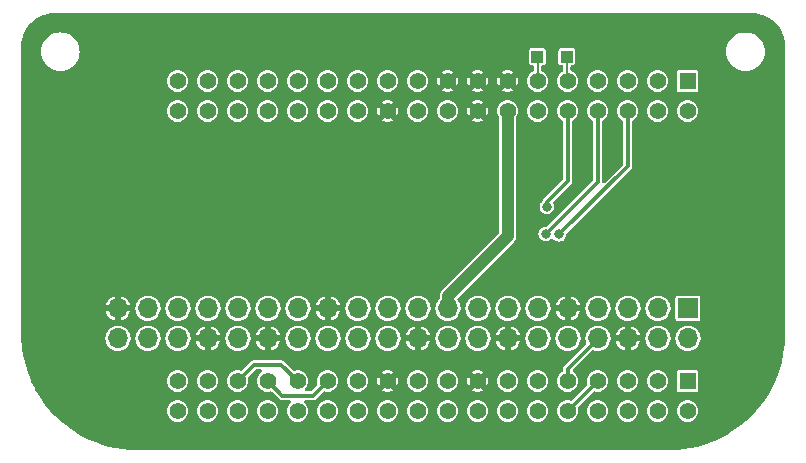
<source format=gbr>
%TF.GenerationSoftware,KiCad,Pcbnew,(6.0.2)*%
%TF.CreationDate,2022-03-06T23:45:21-05:00*%
%TF.ProjectId,PB16_2_PI,50423136-5f32-45f5-9049-2e6b69636164,rev?*%
%TF.SameCoordinates,Original*%
%TF.FileFunction,Copper,L2,Bot*%
%TF.FilePolarity,Positive*%
%FSLAX46Y46*%
G04 Gerber Fmt 4.6, Leading zero omitted, Abs format (unit mm)*
G04 Created by KiCad (PCBNEW (6.0.2)) date 2022-03-06 23:45:21*
%MOMM*%
%LPD*%
G01*
G04 APERTURE LIST*
%TA.AperFunction,ComponentPad*%
%ADD10O,1.700000X1.700000*%
%TD*%
%TA.AperFunction,ComponentPad*%
%ADD11R,1.700000X1.700000*%
%TD*%
%TA.AperFunction,ComponentPad*%
%ADD12R,1.000000X1.000000*%
%TD*%
%TA.AperFunction,ComponentPad*%
%ADD13R,1.408000X1.408000*%
%TD*%
%TA.AperFunction,ComponentPad*%
%ADD14C,1.408000*%
%TD*%
%TA.AperFunction,ViaPad*%
%ADD15C,0.800000*%
%TD*%
%TA.AperFunction,Conductor*%
%ADD16C,0.350000*%
%TD*%
%TA.AperFunction,Conductor*%
%ADD17C,1.000000*%
%TD*%
%TA.AperFunction,Conductor*%
%ADD18C,0.200000*%
%TD*%
G04 APERTURE END LIST*
D10*
%TO.P,J1,40,GPIO21/SCLK1*%
%TO.N,DATA1*%
X141795000Y-65340000D03*
%TO.P,J1,39,GND*%
%TO.N,GND*%
X141795000Y-62800000D03*
%TO.P,J1,38,GPIO20/MOSI1*%
%TO.N,OUT18*%
X144335000Y-65340000D03*
%TO.P,J1,37,GPIO26*%
%TO.N,OUT17*%
X144335000Y-62800000D03*
%TO.P,J1,36,GPIO16*%
%TO.N,DATA2*%
X146875000Y-65340000D03*
%TO.P,J1,35,GPIO19/MISO1*%
%TO.N,OUT20*%
X146875000Y-62800000D03*
%TO.P,J1,34,GND*%
%TO.N,GND*%
X149415000Y-65340000D03*
%TO.P,J1,33,PWM1/GPIO13*%
%TO.N,DATA3*%
X149415000Y-62800000D03*
%TO.P,J1,32,PWM0/GPIO12*%
%TO.N,OUT19*%
X151955000Y-65340000D03*
%TO.P,J1,31,GCLK2/GPIO6*%
%TO.N,V1_D16*%
X151955000Y-62800000D03*
%TO.P,J1,30,GND*%
%TO.N,GND*%
X154495000Y-65340000D03*
%TO.P,J1,29,GCLK1/GPIO5*%
%TO.N,V1_D13*%
X154495000Y-62800000D03*
%TO.P,J1,28,ID_SC/GPIO1*%
%TO.N,BTN2*%
X157035000Y-65340000D03*
%TO.P,J1,27,ID_SD/GPIO0*%
%TO.N,BTN1*%
X157035000Y-62800000D03*
%TO.P,J1,26,~{CE1}/GPIO7*%
%TO.N,DATA4*%
X159575000Y-65340000D03*
%TO.P,J1,25,GND*%
%TO.N,GND*%
X159575000Y-62800000D03*
%TO.P,J1,24,~{CE0}/GPIO8*%
%TO.N,DATA5*%
X162115000Y-65340000D03*
%TO.P,J1,23,SCLK0/GPIO11*%
%TO.N,unconnected-(J1-Pad23)*%
X162115000Y-62800000D03*
%TO.P,J1,22,GPIO25*%
%TO.N,DATA6*%
X164655000Y-65340000D03*
%TO.P,J1,21,MISO0/GPIO9*%
%TO.N,DATA7*%
X164655000Y-62800000D03*
%TO.P,J1,20,GND*%
%TO.N,GND*%
X167195000Y-65340000D03*
%TO.P,J1,19,MOSI0/GPIO10*%
%TO.N,DATA8*%
X167195000Y-62800000D03*
%TO.P,J1,18,GPIO24*%
%TO.N,DATA12*%
X169735000Y-65340000D03*
%TO.P,J1,17,3V3*%
%TO.N,+3V3*%
X169735000Y-62800000D03*
%TO.P,J1,16,GPIO23*%
%TO.N,DATA10*%
X172275000Y-65340000D03*
%TO.P,J1,15,GPIO22*%
%TO.N,DATA13*%
X172275000Y-62800000D03*
%TO.P,J1,14,GND*%
%TO.N,GND*%
X174815000Y-65340000D03*
%TO.P,J1,13,GPIO27*%
%TO.N,DATA9*%
X174815000Y-62800000D03*
%TO.P,J1,12,GPIO18/PWM0*%
%TO.N,DATA11*%
X177355000Y-65340000D03*
%TO.P,J1,11,GPIO17*%
%TO.N,DATA14*%
X177355000Y-62800000D03*
%TO.P,J1,10,GPIO15/RXD*%
%TO.N,DATA15*%
X179895000Y-65340000D03*
%TO.P,J1,9,GND*%
%TO.N,GND*%
X179895000Y-62800000D03*
%TO.P,J1,8,GPIO14/TXD*%
%TO.N,TXD1*%
X182435000Y-65340000D03*
%TO.P,J1,7,GCLK0/GPIO4*%
%TO.N,DATA16*%
X182435000Y-62800000D03*
%TO.P,J1,6,GND*%
%TO.N,GND*%
X184975000Y-65340000D03*
%TO.P,J1,5,SCL/GPIO3*%
%TO.N,I2C_SCL*%
X184975000Y-62800000D03*
%TO.P,J1,4,5V*%
%TO.N,+5V*%
X187515000Y-65340000D03*
%TO.P,J1,3,SDA/GPIO2*%
%TO.N,I2C_SDA*%
X187515000Y-62800000D03*
%TO.P,J1,2,5V*%
%TO.N,+5V*%
X190055000Y-65340000D03*
D11*
%TO.P,J1,1,3V3*%
%TO.N,unconnected-(J1-Pad1)*%
X190055000Y-62800000D03*
%TD*%
D12*
%TO.P,TP1,1,1*%
%TO.N,USB_D-*%
X179800000Y-41500000D03*
%TD*%
D13*
%TO.P,U1,P1_1,SYS_VIN*%
%TO.N,+5V*%
X190020000Y-43560000D03*
D14*
%TO.P,U1,P1_2,AIN6/GPIO87*%
%TO.N,unconnected-(U1-PadP1_2)*%
X190020000Y-46100000D03*
%TO.P,U1,P1_3,USB1_DRVVBUS*%
%TO.N,unconnected-(U1-PadP1_3)*%
X187480000Y-43560000D03*
%TO.P,U1,P1_4,GPIO_89*%
%TO.N,unconnected-(U1-PadP1_4)*%
X187480000Y-46100000D03*
%TO.P,U1,P1_5,USB1_VBUS*%
%TO.N,+5V*%
X184940000Y-43560000D03*
%TO.P,U1,P1_6,SPI0_CS*%
%TO.N,BTN1*%
X184940000Y-46100000D03*
%TO.P,U1,P1_7,USB1_VIN*%
%TO.N,unconnected-(U1-PadP1_7)*%
X182400000Y-43560000D03*
%TO.P,U1,P1_8,SPI0_CLK*%
%TO.N,BTN2*%
X182400000Y-46100000D03*
%TO.P,U1,P1_9,USB1_DN*%
%TO.N,USB_D-*%
X179860000Y-43560000D03*
%TO.P,U1,P1_10,SPI0_MISO*%
%TO.N,TXD1*%
X179860000Y-46100000D03*
%TO.P,U1,P1_11,USB1_DP*%
%TO.N,USB_D+*%
X177320000Y-43560000D03*
%TO.P,U1,P1_12,SPI0_MOSI*%
%TO.N,unconnected-(U1-PadP1_12)*%
X177320000Y-46100000D03*
%TO.P,U1,P1_13,USB1_ID*%
%TO.N,GND*%
X174780000Y-43560000D03*
%TO.P,U1,P1_14,SYS_3.3V*%
%TO.N,+3V3*%
X174780000Y-46100000D03*
%TO.P,U1,P1_15,USB1_GND*%
%TO.N,GND*%
X172240000Y-43560000D03*
%TO.P,U1,P1_16,SYS_GND*%
X172240000Y-46100000D03*
%TO.P,U1,P1_17,AIN1.8V_REF-*%
X169700000Y-43560000D03*
%TO.P,U1,P1_18,AIN1.8V_REF+*%
%TO.N,unconnected-(U1-PadP1_18)*%
X169700000Y-46100000D03*
%TO.P,U1,P1_19,AIN0(1.8V)*%
%TO.N,unconnected-(U1-PadP1_19)*%
X167160000Y-43560000D03*
%TO.P,U1,P1_20,GPIO_20*%
%TO.N,unconnected-(U1-PadP1_20)*%
X167160000Y-46100000D03*
%TO.P,U1,P1_21,AIN1(1.8V)*%
%TO.N,unconnected-(U1-PadP1_21)*%
X164620000Y-43560000D03*
%TO.P,U1,P1_22,SYS_GND*%
%TO.N,GND*%
X164620000Y-46100000D03*
%TO.P,U1,P1_23,AIN2(1.8V)*%
%TO.N,unconnected-(U1-PadP1_23)*%
X162080000Y-43560000D03*
%TO.P,U1,P1_24,SYS_VOUT*%
%TO.N,unconnected-(U1-PadP1_24)*%
X162080000Y-46100000D03*
%TO.P,U1,P1_25,AIN3(1.8V)*%
%TO.N,unconnected-(U1-PadP1_25)*%
X159540000Y-43560000D03*
%TO.P,U1,P1_26,I2C2_SDA*%
%TO.N,I2C_SDA*%
X159540000Y-46100000D03*
%TO.P,U1,P1_27,AIN4(1.8V)*%
%TO.N,unconnected-(U1-PadP1_27)*%
X157000000Y-43560000D03*
%TO.P,U1,P1_28,I2C2_SCL*%
%TO.N,I2C_SCL*%
X157000000Y-46100000D03*
%TO.P,U1,P1_29,PRU0_7*%
%TO.N,V1_D13*%
X154460000Y-43560000D03*
%TO.P,U1,P1_30,UART0_TX*%
%TO.N,unconnected-(U1-PadP1_30)*%
X154460000Y-46100000D03*
%TO.P,U1,P1_31,PRU0_4*%
%TO.N,unconnected-(U1-PadP1_31)*%
X151920000Y-43560000D03*
%TO.P,U1,P1_32,UART0_RX*%
%TO.N,unconnected-(U1-PadP1_32)*%
X151920000Y-46100000D03*
%TO.P,U1,P1_33,PRU0_1*%
%TO.N,V1_D16*%
X149380000Y-43560000D03*
%TO.P,U1,P1_34,GPIO_26*%
%TO.N,unconnected-(U1-PadP1_34)*%
X149380000Y-46100000D03*
%TO.P,U1,P1_35,PRU1_10*%
%TO.N,unconnected-(U1-PadP1_35)*%
X146840000Y-43560000D03*
%TO.P,U1,P1_36,PWM0_A*%
%TO.N,TXD1*%
X146840000Y-46100000D03*
D13*
%TO.P,U1,P2_1,PWM1_A*%
%TO.N,DATA16*%
X190020000Y-68960000D03*
D14*
%TO.P,U1,P2_2,GPIO_59*%
%TO.N,DATA15*%
X190020000Y-71500000D03*
%TO.P,U1,P2_3,GPIO_23*%
%TO.N,DATA14*%
X187480000Y-68960000D03*
%TO.P,U1,P2_4,GPIO_58*%
%TO.N,DATA13*%
X187480000Y-71500000D03*
%TO.P,U1,P2_5,UART4_RX*%
%TO.N,DATA11*%
X184940000Y-68960000D03*
%TO.P,U1,P2_6,GPIO_57*%
%TO.N,DATA12*%
X184940000Y-71500000D03*
%TO.P,U1,P2_7,UART4_TX*%
%TO.N,DATA9*%
X182400000Y-68960000D03*
%TO.P,U1,P2_8,GPIO_60*%
%TO.N,DATA10*%
X182400000Y-71500000D03*
%TO.P,U1,P2_9,I2C1_SCL*%
%TO.N,TXD1*%
X179860000Y-68960000D03*
%TO.P,U1,P2_10,GPIO_52*%
%TO.N,DATA9*%
X179860000Y-71500000D03*
%TO.P,U1,P2_11,I2C1_SDA*%
%TO.N,unconnected-(U1-PadP2_11)*%
X177320000Y-68960000D03*
%TO.P,U1,P2_12,SYS_PWRBTN*%
%TO.N,unconnected-(U1-PadP2_12)*%
X177320000Y-71500000D03*
%TO.P,U1,P2_13,SYS_VOUT*%
%TO.N,unconnected-(U1-PadP2_13)*%
X174780000Y-68960000D03*
%TO.P,U1,P2_14,BAT_VIN*%
%TO.N,unconnected-(U1-PadP2_14)*%
X174780000Y-71500000D03*
%TO.P,U1,P2_15,SYS_GND*%
%TO.N,GND*%
X172240000Y-68960000D03*
%TO.P,U1,P2_16,BAT_TEMP*%
%TO.N,unconnected-(U1-PadP2_16)*%
X172240000Y-71500000D03*
%TO.P,U1,P2_17,GPIO_65*%
%TO.N,unconnected-(U1-PadP2_17)*%
X169700000Y-68960000D03*
%TO.P,U1,P2_18,GPIO_47*%
%TO.N,DATA8*%
X169700000Y-71500000D03*
%TO.P,U1,P2_19,GPIO_27*%
%TO.N,unconnected-(U1-PadP2_19)*%
X167160000Y-68960000D03*
%TO.P,U1,P2_20,GPIO_64*%
%TO.N,DATA7*%
X167160000Y-71500000D03*
%TO.P,U1,P2_21,SYS_GND*%
%TO.N,GND*%
X164620000Y-68960000D03*
%TO.P,U1,P2_22,GPIO_46*%
%TO.N,DATA6*%
X164620000Y-71500000D03*
%TO.P,U1,P2_23,SYS_3.3V*%
%TO.N,unconnected-(U1-PadP2_23)*%
X162080000Y-68960000D03*
%TO.P,U1,P2_24,GPIO_48*%
%TO.N,DATA5*%
X162080000Y-71500000D03*
%TO.P,U1,P2_25,SPI1_MOSI*%
%TO.N,OUT19*%
X159540000Y-68960000D03*
%TO.P,U1,P2_26,SYS_NRST*%
%TO.N,unconnected-(U1-PadP2_26)*%
X159540000Y-71500000D03*
%TO.P,U1,P2_27,SPI1_MISO*%
%TO.N,OUT20*%
X157000000Y-68960000D03*
%TO.P,U1,P2_28,PRU0_6*%
%TO.N,DATA4*%
X157000000Y-71500000D03*
%TO.P,U1,P2_29,SPI1_CLK*%
%TO.N,OUT19*%
X154460000Y-68960000D03*
%TO.P,U1,P2_30,PRU0_3*%
%TO.N,DATA3*%
X154460000Y-71500000D03*
%TO.P,U1,P2_31,SPI1_CS*%
%TO.N,OUT20*%
X151920000Y-68960000D03*
%TO.P,U1,P2_32,PRU0_2*%
%TO.N,DATA2*%
X151920000Y-71500000D03*
%TO.P,U1,P2_33,GPIO_45*%
%TO.N,OUT17*%
X149380000Y-68960000D03*
%TO.P,U1,P2_34,PRU0_5*%
%TO.N,DATA1*%
X149380000Y-71500000D03*
%TO.P,U1,P2_35,AIN5/GPIO86*%
%TO.N,OUT18*%
X146840000Y-68960000D03*
%TO.P,U1,P2_36,AIN7(1.8V)*%
%TO.N,unconnected-(U1-PadP2_36)*%
X146840000Y-71500000D03*
%TD*%
D12*
%TO.P,TP2,1,1*%
%TO.N,USB_D+*%
X177300000Y-41500000D03*
%TD*%
D15*
%TO.N,GND*%
X144000000Y-54000000D03*
X144000000Y-46000000D03*
X138000000Y-54000000D03*
X138000000Y-46000000D03*
X191000000Y-39000000D03*
X183000000Y-39000000D03*
X172000000Y-39000000D03*
X163000000Y-39000000D03*
X153000000Y-39000000D03*
X142000000Y-39000000D03*
X150800000Y-53600000D03*
X153200000Y-53700000D03*
X153100000Y-60500000D03*
X153100000Y-47300000D03*
X155700000Y-53300000D03*
X156800000Y-47900000D03*
X150400000Y-48700000D03*
X186800000Y-59000000D03*
X183500000Y-50700000D03*
X180600000Y-52600000D03*
X186200000Y-49700000D03*
X182900000Y-54900000D03*
X162900000Y-53900000D03*
X166100000Y-55700000D03*
X173100000Y-55800000D03*
%TO.N,TXD1*%
X178100000Y-54224011D03*
%TO.N,GND*%
X140400000Y-69200000D03*
X144300000Y-71000000D03*
X152100000Y-73800000D03*
X168700000Y-73600000D03*
X185500000Y-73400000D03*
X192700000Y-71800000D03*
X195200000Y-66400000D03*
X156300000Y-58800000D03*
X169500000Y-59100000D03*
X190200000Y-54300000D03*
X138700000Y-64400000D03*
X180000000Y-59200000D03*
X176400000Y-59200000D03*
X150600000Y-58800000D03*
X195500000Y-48000000D03*
X163900000Y-59100000D03*
X192800000Y-68900000D03*
X190200000Y-59200000D03*
X172800000Y-51600000D03*
X190300000Y-49400000D03*
X177200000Y-51500000D03*
X195300000Y-60100000D03*
X172600000Y-48400000D03*
X138800000Y-61400000D03*
X142800000Y-58800000D03*
%TO.N,BTN1*%
X179148471Y-56546839D03*
%TO.N,BTN2*%
X178000000Y-56500000D03*
%TD*%
D16*
%TO.N,BTN1*%
X184940000Y-50755310D02*
X179148471Y-56546839D01*
X184940000Y-46100000D02*
X184940000Y-50755310D01*
%TO.N,BTN2*%
X182400000Y-52100000D02*
X178000000Y-56500000D01*
X182400000Y-46100000D02*
X182400000Y-52100000D01*
%TO.N,TXD1*%
X178100000Y-53800000D02*
X178100000Y-54224011D01*
X179860000Y-46100000D02*
X179860000Y-52040000D01*
X179860000Y-52040000D02*
X178100000Y-53800000D01*
D17*
%TO.N,+3V3*%
X169735000Y-61765000D02*
X174780000Y-56720000D01*
X169735000Y-62800000D02*
X169735000Y-61765000D01*
X174780000Y-56720000D02*
X174780000Y-46100000D01*
D16*
%TO.N,OUT20*%
X151920000Y-68960000D02*
X153280000Y-67600000D01*
X155640000Y-67600000D02*
X157000000Y-68960000D01*
X153280000Y-67600000D02*
X155640000Y-67600000D01*
%TO.N,OUT19*%
X158300000Y-70200000D02*
X159540000Y-68960000D01*
X154460000Y-68960000D02*
X155700000Y-70200000D01*
X155700000Y-70200000D02*
X158300000Y-70200000D01*
%TO.N,DATA9*%
X182400000Y-68960000D02*
X179860000Y-71500000D01*
D18*
%TO.N,USB_D+*%
X177320000Y-41520000D02*
X177300000Y-41500000D01*
X177320000Y-43560000D02*
X177320000Y-41520000D01*
%TO.N,USB_D-*%
X179800000Y-41500000D02*
X179800000Y-43500000D01*
X179800000Y-43500000D02*
X179860000Y-43560000D01*
D16*
%TO.N,TXD1*%
X179860000Y-68960000D02*
X179860000Y-67940000D01*
X179860000Y-67940000D02*
X182435000Y-65365000D01*
X182435000Y-65365000D02*
X182435000Y-65340000D01*
%TD*%
%TA.AperFunction,Conductor*%
%TO.N,GND*%
G36*
X195391816Y-37810332D02*
G01*
X195392811Y-37810526D01*
X195406736Y-37813243D01*
X195420461Y-37809653D01*
X195434644Y-37809205D01*
X195434661Y-37809757D01*
X195443252Y-37808756D01*
X195590396Y-37812283D01*
X195719535Y-37815379D01*
X195733916Y-37816550D01*
X196036460Y-37858737D01*
X196050614Y-37861545D01*
X196346354Y-37938047D01*
X196360085Y-37942451D01*
X196645156Y-38052269D01*
X196658273Y-38058206D01*
X196777092Y-38120411D01*
X196928909Y-38199891D01*
X196941288Y-38207304D01*
X197193946Y-38378997D01*
X197205396Y-38387777D01*
X197436762Y-38587225D01*
X197447134Y-38597257D01*
X197654183Y-38821853D01*
X197663339Y-38833004D01*
X197843352Y-39079798D01*
X197851171Y-39091920D01*
X197950181Y-39266619D01*
X198001789Y-39357679D01*
X198008173Y-39370619D01*
X198127417Y-39651851D01*
X198132280Y-39665436D01*
X198156686Y-39748293D01*
X198205446Y-39913831D01*
X198218591Y-39958459D01*
X198221867Y-39972504D01*
X198235502Y-40051052D01*
X198274113Y-40273488D01*
X198275762Y-40287823D01*
X198291552Y-40563143D01*
X198290836Y-40571609D01*
X198291521Y-40571610D01*
X198291497Y-40585800D01*
X198288317Y-40599628D01*
X198291449Y-40613468D01*
X198291442Y-40617449D01*
X198293664Y-40637346D01*
X198293345Y-45300341D01*
X198292108Y-63417768D01*
X198292002Y-64962064D01*
X198289839Y-64981118D01*
X198289831Y-64985799D01*
X198286651Y-64999628D01*
X198289783Y-65013467D01*
X198289763Y-65024778D01*
X198290897Y-65036522D01*
X198280829Y-65369698D01*
X198274250Y-65587428D01*
X198273790Y-65595018D01*
X198245130Y-65910411D01*
X198220950Y-66176498D01*
X198220033Y-66184053D01*
X198132179Y-66761292D01*
X198130807Y-66768779D01*
X198008259Y-67339665D01*
X198006437Y-67347055D01*
X197849651Y-67909475D01*
X197847387Y-67916741D01*
X197656920Y-68468695D01*
X197654226Y-68475799D01*
X197583045Y-68647646D01*
X197430780Y-69015246D01*
X197427656Y-69022187D01*
X197172052Y-69547148D01*
X197168515Y-69553887D01*
X197098318Y-69678350D01*
X196988647Y-69872802D01*
X196881681Y-70062457D01*
X196877743Y-70068971D01*
X196560725Y-70559293D01*
X196556402Y-70565556D01*
X196261446Y-70966414D01*
X196210361Y-71035840D01*
X196205672Y-71041825D01*
X196084146Y-71187646D01*
X195831856Y-71490371D01*
X195826809Y-71496068D01*
X195823108Y-71500000D01*
X195426590Y-71921228D01*
X195421228Y-71926590D01*
X195301486Y-72039308D01*
X194996068Y-72326809D01*
X194990371Y-72331856D01*
X194541832Y-72705667D01*
X194535840Y-72710361D01*
X194065556Y-73056402D01*
X194059293Y-73060725D01*
X193568971Y-73377743D01*
X193562465Y-73381676D01*
X193521370Y-73404854D01*
X193053887Y-73668515D01*
X193047148Y-73672052D01*
X192522187Y-73927656D01*
X192515246Y-73930780D01*
X192269138Y-74032721D01*
X191975799Y-74154226D01*
X191968695Y-74156920D01*
X191416741Y-74347387D01*
X191409475Y-74349651D01*
X190847055Y-74506437D01*
X190839665Y-74508259D01*
X190268779Y-74630807D01*
X190261292Y-74632179D01*
X189684053Y-74720033D01*
X189676497Y-74720950D01*
X189095018Y-74773790D01*
X189087436Y-74774250D01*
X188537110Y-74790879D01*
X188526672Y-74789853D01*
X188514201Y-74789831D01*
X188500372Y-74786651D01*
X188486531Y-74789783D01*
X188482562Y-74789776D01*
X188462656Y-74792000D01*
X143437933Y-74792000D01*
X143418898Y-74789839D01*
X143414200Y-74789831D01*
X143400372Y-74786651D01*
X143386533Y-74789783D01*
X143375221Y-74789763D01*
X143363478Y-74790897D01*
X142812564Y-74774250D01*
X142804982Y-74773790D01*
X142223503Y-74720950D01*
X142215947Y-74720033D01*
X141638708Y-74632179D01*
X141631221Y-74630807D01*
X141060335Y-74508259D01*
X141052945Y-74506437D01*
X140490525Y-74349651D01*
X140483259Y-74347387D01*
X139931305Y-74156920D01*
X139924201Y-74154226D01*
X139630862Y-74032721D01*
X139384754Y-73930780D01*
X139377813Y-73927656D01*
X138852852Y-73672052D01*
X138846113Y-73668515D01*
X138378630Y-73404854D01*
X138337535Y-73381676D01*
X138331029Y-73377743D01*
X137840707Y-73060725D01*
X137834444Y-73056402D01*
X137364160Y-72710361D01*
X137358168Y-72705667D01*
X136909629Y-72331856D01*
X136903932Y-72326809D01*
X136598514Y-72039308D01*
X136478772Y-71926590D01*
X136473410Y-71921228D01*
X136076892Y-71500000D01*
X145922474Y-71500000D01*
X145942524Y-71690764D01*
X146001798Y-71873191D01*
X146097706Y-72039308D01*
X146226055Y-72181855D01*
X146231397Y-72185736D01*
X146231399Y-72185738D01*
X146375895Y-72290720D01*
X146381237Y-72294601D01*
X146387265Y-72297285D01*
X146387267Y-72297286D01*
X146464913Y-72331856D01*
X146556469Y-72372619D01*
X146650280Y-72392559D01*
X146737635Y-72411128D01*
X146737640Y-72411128D01*
X146744092Y-72412500D01*
X146935908Y-72412500D01*
X146942360Y-72411128D01*
X146942365Y-72411128D01*
X147029720Y-72392559D01*
X147123531Y-72372619D01*
X147215087Y-72331856D01*
X147292733Y-72297286D01*
X147292735Y-72297285D01*
X147298763Y-72294601D01*
X147304105Y-72290720D01*
X147448601Y-72185738D01*
X147448603Y-72185736D01*
X147453945Y-72181855D01*
X147582294Y-72039308D01*
X147678202Y-71873191D01*
X147737476Y-71690764D01*
X147757526Y-71500000D01*
X148462474Y-71500000D01*
X148482524Y-71690764D01*
X148541798Y-71873191D01*
X148637706Y-72039308D01*
X148766055Y-72181855D01*
X148771397Y-72185736D01*
X148771399Y-72185738D01*
X148915895Y-72290720D01*
X148921237Y-72294601D01*
X148927265Y-72297285D01*
X148927267Y-72297286D01*
X149004913Y-72331856D01*
X149096469Y-72372619D01*
X149190280Y-72392559D01*
X149277635Y-72411128D01*
X149277640Y-72411128D01*
X149284092Y-72412500D01*
X149475908Y-72412500D01*
X149482360Y-72411128D01*
X149482365Y-72411128D01*
X149569720Y-72392559D01*
X149663531Y-72372619D01*
X149755087Y-72331856D01*
X149832733Y-72297286D01*
X149832735Y-72297285D01*
X149838763Y-72294601D01*
X149844105Y-72290720D01*
X149988601Y-72185738D01*
X149988603Y-72185736D01*
X149993945Y-72181855D01*
X150122294Y-72039308D01*
X150218202Y-71873191D01*
X150277476Y-71690764D01*
X150297526Y-71500000D01*
X151002474Y-71500000D01*
X151022524Y-71690764D01*
X151081798Y-71873191D01*
X151177706Y-72039308D01*
X151306055Y-72181855D01*
X151311397Y-72185736D01*
X151311399Y-72185738D01*
X151455895Y-72290720D01*
X151461237Y-72294601D01*
X151467265Y-72297285D01*
X151467267Y-72297286D01*
X151544913Y-72331856D01*
X151636469Y-72372619D01*
X151730280Y-72392559D01*
X151817635Y-72411128D01*
X151817640Y-72411128D01*
X151824092Y-72412500D01*
X152015908Y-72412500D01*
X152022360Y-72411128D01*
X152022365Y-72411128D01*
X152109720Y-72392559D01*
X152203531Y-72372619D01*
X152295087Y-72331856D01*
X152372733Y-72297286D01*
X152372735Y-72297285D01*
X152378763Y-72294601D01*
X152384105Y-72290720D01*
X152528601Y-72185738D01*
X152528603Y-72185736D01*
X152533945Y-72181855D01*
X152662294Y-72039308D01*
X152758202Y-71873191D01*
X152817476Y-71690764D01*
X152837526Y-71500000D01*
X153542474Y-71500000D01*
X153562524Y-71690764D01*
X153621798Y-71873191D01*
X153717706Y-72039308D01*
X153846055Y-72181855D01*
X153851397Y-72185736D01*
X153851399Y-72185738D01*
X153995895Y-72290720D01*
X154001237Y-72294601D01*
X154007265Y-72297285D01*
X154007267Y-72297286D01*
X154084913Y-72331856D01*
X154176469Y-72372619D01*
X154270280Y-72392559D01*
X154357635Y-72411128D01*
X154357640Y-72411128D01*
X154364092Y-72412500D01*
X154555908Y-72412500D01*
X154562360Y-72411128D01*
X154562365Y-72411128D01*
X154649720Y-72392559D01*
X154743531Y-72372619D01*
X154835087Y-72331856D01*
X154912733Y-72297286D01*
X154912735Y-72297285D01*
X154918763Y-72294601D01*
X154924105Y-72290720D01*
X155068601Y-72185738D01*
X155068603Y-72185736D01*
X155073945Y-72181855D01*
X155202294Y-72039308D01*
X155298202Y-71873191D01*
X155357476Y-71690764D01*
X155377526Y-71500000D01*
X155357476Y-71309236D01*
X155298202Y-71126809D01*
X155294898Y-71121086D01*
X155205598Y-70966414D01*
X155205596Y-70966411D01*
X155202294Y-70960692D01*
X155073945Y-70818145D01*
X155068603Y-70814264D01*
X155068601Y-70814262D01*
X154924105Y-70709280D01*
X154924104Y-70709279D01*
X154918763Y-70705399D01*
X154912735Y-70702715D01*
X154912733Y-70702714D01*
X154749562Y-70630066D01*
X154749561Y-70630066D01*
X154743531Y-70627381D01*
X154631191Y-70603502D01*
X154562365Y-70588872D01*
X154562360Y-70588872D01*
X154555908Y-70587500D01*
X154364092Y-70587500D01*
X154357640Y-70588872D01*
X154357635Y-70588872D01*
X154288809Y-70603502D01*
X154176469Y-70627381D01*
X154170439Y-70630066D01*
X154170438Y-70630066D01*
X154007267Y-70702714D01*
X154007265Y-70702715D01*
X154001237Y-70705399D01*
X153995896Y-70709279D01*
X153995895Y-70709280D01*
X153851399Y-70814262D01*
X153851397Y-70814264D01*
X153846055Y-70818145D01*
X153717706Y-70960692D01*
X153714404Y-70966411D01*
X153714402Y-70966414D01*
X153625102Y-71121086D01*
X153621798Y-71126809D01*
X153562524Y-71309236D01*
X153542474Y-71500000D01*
X152837526Y-71500000D01*
X152817476Y-71309236D01*
X152758202Y-71126809D01*
X152754898Y-71121086D01*
X152665598Y-70966414D01*
X152665596Y-70966411D01*
X152662294Y-70960692D01*
X152533945Y-70818145D01*
X152528603Y-70814264D01*
X152528601Y-70814262D01*
X152384105Y-70709280D01*
X152384104Y-70709279D01*
X152378763Y-70705399D01*
X152372735Y-70702715D01*
X152372733Y-70702714D01*
X152209562Y-70630066D01*
X152209561Y-70630066D01*
X152203531Y-70627381D01*
X152091191Y-70603502D01*
X152022365Y-70588872D01*
X152022360Y-70588872D01*
X152015908Y-70587500D01*
X151824092Y-70587500D01*
X151817640Y-70588872D01*
X151817635Y-70588872D01*
X151748809Y-70603502D01*
X151636469Y-70627381D01*
X151630439Y-70630066D01*
X151630438Y-70630066D01*
X151467267Y-70702714D01*
X151467265Y-70702715D01*
X151461237Y-70705399D01*
X151455896Y-70709279D01*
X151455895Y-70709280D01*
X151311399Y-70814262D01*
X151311397Y-70814264D01*
X151306055Y-70818145D01*
X151177706Y-70960692D01*
X151174404Y-70966411D01*
X151174402Y-70966414D01*
X151085102Y-71121086D01*
X151081798Y-71126809D01*
X151022524Y-71309236D01*
X151002474Y-71500000D01*
X150297526Y-71500000D01*
X150277476Y-71309236D01*
X150218202Y-71126809D01*
X150214898Y-71121086D01*
X150125598Y-70966414D01*
X150125596Y-70966411D01*
X150122294Y-70960692D01*
X149993945Y-70818145D01*
X149988603Y-70814264D01*
X149988601Y-70814262D01*
X149844105Y-70709280D01*
X149844104Y-70709279D01*
X149838763Y-70705399D01*
X149832735Y-70702715D01*
X149832733Y-70702714D01*
X149669562Y-70630066D01*
X149669561Y-70630066D01*
X149663531Y-70627381D01*
X149551191Y-70603502D01*
X149482365Y-70588872D01*
X149482360Y-70588872D01*
X149475908Y-70587500D01*
X149284092Y-70587500D01*
X149277640Y-70588872D01*
X149277635Y-70588872D01*
X149208809Y-70603502D01*
X149096469Y-70627381D01*
X149090439Y-70630066D01*
X149090438Y-70630066D01*
X148927267Y-70702714D01*
X148927265Y-70702715D01*
X148921237Y-70705399D01*
X148915896Y-70709279D01*
X148915895Y-70709280D01*
X148771399Y-70814262D01*
X148771397Y-70814264D01*
X148766055Y-70818145D01*
X148637706Y-70960692D01*
X148634404Y-70966411D01*
X148634402Y-70966414D01*
X148545102Y-71121086D01*
X148541798Y-71126809D01*
X148482524Y-71309236D01*
X148462474Y-71500000D01*
X147757526Y-71500000D01*
X147737476Y-71309236D01*
X147678202Y-71126809D01*
X147674898Y-71121086D01*
X147585598Y-70966414D01*
X147585596Y-70966411D01*
X147582294Y-70960692D01*
X147453945Y-70818145D01*
X147448603Y-70814264D01*
X147448601Y-70814262D01*
X147304105Y-70709280D01*
X147304104Y-70709279D01*
X147298763Y-70705399D01*
X147292735Y-70702715D01*
X147292733Y-70702714D01*
X147129562Y-70630066D01*
X147129561Y-70630066D01*
X147123531Y-70627381D01*
X147011191Y-70603502D01*
X146942365Y-70588872D01*
X146942360Y-70588872D01*
X146935908Y-70587500D01*
X146744092Y-70587500D01*
X146737640Y-70588872D01*
X146737635Y-70588872D01*
X146668809Y-70603502D01*
X146556469Y-70627381D01*
X146550439Y-70630066D01*
X146550438Y-70630066D01*
X146387267Y-70702714D01*
X146387265Y-70702715D01*
X146381237Y-70705399D01*
X146375896Y-70709279D01*
X146375895Y-70709280D01*
X146231399Y-70814262D01*
X146231397Y-70814264D01*
X146226055Y-70818145D01*
X146097706Y-70960692D01*
X146094404Y-70966411D01*
X146094402Y-70966414D01*
X146005102Y-71121086D01*
X146001798Y-71126809D01*
X145942524Y-71309236D01*
X145922474Y-71500000D01*
X136076892Y-71500000D01*
X136073191Y-71496068D01*
X136068144Y-71490371D01*
X135815854Y-71187646D01*
X135694328Y-71041825D01*
X135689639Y-71035840D01*
X135638555Y-70966414D01*
X135343598Y-70565556D01*
X135339275Y-70559293D01*
X135022257Y-70068971D01*
X135018319Y-70062457D01*
X134911354Y-69872802D01*
X134801682Y-69678350D01*
X134731485Y-69553887D01*
X134727948Y-69547148D01*
X134472344Y-69022187D01*
X134469220Y-69015246D01*
X134446336Y-68960000D01*
X145922474Y-68960000D01*
X145942524Y-69150764D01*
X146001798Y-69333191D01*
X146005101Y-69338913D01*
X146005102Y-69338914D01*
X146033831Y-69388673D01*
X146097706Y-69499308D01*
X146226055Y-69641855D01*
X146231397Y-69645736D01*
X146231399Y-69645738D01*
X146362036Y-69740651D01*
X146381237Y-69754601D01*
X146387265Y-69757285D01*
X146387267Y-69757286D01*
X146520265Y-69816500D01*
X146556469Y-69832619D01*
X146650280Y-69852559D01*
X146737635Y-69871128D01*
X146737640Y-69871128D01*
X146744092Y-69872500D01*
X146935908Y-69872500D01*
X146942360Y-69871128D01*
X146942365Y-69871128D01*
X147029720Y-69852559D01*
X147123531Y-69832619D01*
X147159735Y-69816500D01*
X147292733Y-69757286D01*
X147292735Y-69757285D01*
X147298763Y-69754601D01*
X147317964Y-69740651D01*
X147448601Y-69645738D01*
X147448603Y-69645736D01*
X147453945Y-69641855D01*
X147582294Y-69499308D01*
X147646170Y-69388673D01*
X147674898Y-69338914D01*
X147674899Y-69338913D01*
X147678202Y-69333191D01*
X147737476Y-69150764D01*
X147757526Y-68960000D01*
X148462474Y-68960000D01*
X148482524Y-69150764D01*
X148541798Y-69333191D01*
X148545101Y-69338913D01*
X148545102Y-69338914D01*
X148573831Y-69388673D01*
X148637706Y-69499308D01*
X148766055Y-69641855D01*
X148771397Y-69645736D01*
X148771399Y-69645738D01*
X148902036Y-69740651D01*
X148921237Y-69754601D01*
X148927265Y-69757285D01*
X148927267Y-69757286D01*
X149060265Y-69816500D01*
X149096469Y-69832619D01*
X149190280Y-69852559D01*
X149277635Y-69871128D01*
X149277640Y-69871128D01*
X149284092Y-69872500D01*
X149475908Y-69872500D01*
X149482360Y-69871128D01*
X149482365Y-69871128D01*
X149569720Y-69852559D01*
X149663531Y-69832619D01*
X149699735Y-69816500D01*
X149832733Y-69757286D01*
X149832735Y-69757285D01*
X149838763Y-69754601D01*
X149857964Y-69740651D01*
X149988601Y-69645738D01*
X149988603Y-69645736D01*
X149993945Y-69641855D01*
X150122294Y-69499308D01*
X150186170Y-69388673D01*
X150214898Y-69338914D01*
X150214899Y-69338913D01*
X150218202Y-69333191D01*
X150277476Y-69150764D01*
X150297526Y-68960000D01*
X151002474Y-68960000D01*
X151022524Y-69150764D01*
X151081798Y-69333191D01*
X151085101Y-69338913D01*
X151085102Y-69338914D01*
X151113831Y-69388673D01*
X151177706Y-69499308D01*
X151306055Y-69641855D01*
X151311397Y-69645736D01*
X151311399Y-69645738D01*
X151442036Y-69740651D01*
X151461237Y-69754601D01*
X151467265Y-69757285D01*
X151467267Y-69757286D01*
X151600265Y-69816500D01*
X151636469Y-69832619D01*
X151730280Y-69852559D01*
X151817635Y-69871128D01*
X151817640Y-69871128D01*
X151824092Y-69872500D01*
X152015908Y-69872500D01*
X152022360Y-69871128D01*
X152022365Y-69871128D01*
X152109720Y-69852559D01*
X152203531Y-69832619D01*
X152239735Y-69816500D01*
X152372733Y-69757286D01*
X152372735Y-69757285D01*
X152378763Y-69754601D01*
X152397964Y-69740651D01*
X152528601Y-69645738D01*
X152528603Y-69645736D01*
X152533945Y-69641855D01*
X152662294Y-69499308D01*
X152726170Y-69388673D01*
X152754898Y-69338914D01*
X152754899Y-69338913D01*
X152758202Y-69333191D01*
X152817476Y-69150764D01*
X152837526Y-68960000D01*
X152817476Y-68769236D01*
X152801028Y-68718613D01*
X152799002Y-68647646D01*
X152831767Y-68590584D01*
X153401946Y-68020405D01*
X153464258Y-67986379D01*
X153491041Y-67983500D01*
X153863811Y-67983500D01*
X153931932Y-68003502D01*
X153978425Y-68057158D01*
X153988529Y-68127432D01*
X153959035Y-68192012D01*
X153937872Y-68211436D01*
X153851399Y-68274262D01*
X153851397Y-68274264D01*
X153846055Y-68278145D01*
X153717706Y-68420692D01*
X153714404Y-68426411D01*
X153714402Y-68426414D01*
X153652916Y-68532911D01*
X153621798Y-68586809D01*
X153562524Y-68769236D01*
X153542474Y-68960000D01*
X153562524Y-69150764D01*
X153621798Y-69333191D01*
X153625101Y-69338913D01*
X153625102Y-69338914D01*
X153653831Y-69388673D01*
X153717706Y-69499308D01*
X153846055Y-69641855D01*
X153851397Y-69645736D01*
X153851399Y-69645738D01*
X153982036Y-69740651D01*
X154001237Y-69754601D01*
X154007265Y-69757285D01*
X154007267Y-69757286D01*
X154140265Y-69816500D01*
X154176469Y-69832619D01*
X154270280Y-69852559D01*
X154357635Y-69871128D01*
X154357640Y-69871128D01*
X154364092Y-69872500D01*
X154555908Y-69872500D01*
X154562360Y-69871128D01*
X154562365Y-69871128D01*
X154715159Y-69838650D01*
X154785950Y-69844052D01*
X154830451Y-69872802D01*
X155390391Y-70432742D01*
X155405960Y-70452019D01*
X155406780Y-70452920D01*
X155412429Y-70461669D01*
X155420607Y-70468116D01*
X155420608Y-70468117D01*
X155439146Y-70482731D01*
X155443656Y-70486739D01*
X155443714Y-70486670D01*
X155447675Y-70490026D01*
X155451354Y-70493705D01*
X155465280Y-70503656D01*
X155467243Y-70505059D01*
X155471984Y-70508618D01*
X155512693Y-70540711D01*
X155521422Y-70543776D01*
X155528950Y-70549156D01*
X155554901Y-70556917D01*
X155578601Y-70564005D01*
X155584245Y-70565839D01*
X155625671Y-70580386D01*
X155625674Y-70580387D01*
X155633153Y-70583013D01*
X155638776Y-70583500D01*
X155641486Y-70583500D01*
X155644179Y-70583616D01*
X155644218Y-70583628D01*
X155644210Y-70583810D01*
X155644991Y-70583859D01*
X155651270Y-70585737D01*
X155705741Y-70583597D01*
X155710687Y-70583500D01*
X156321228Y-70583500D01*
X156389349Y-70603502D01*
X156435842Y-70657158D01*
X156445946Y-70727432D01*
X156416452Y-70792012D01*
X156395293Y-70811433D01*
X156386055Y-70818145D01*
X156257706Y-70960692D01*
X156254404Y-70966411D01*
X156254402Y-70966414D01*
X156165102Y-71121086D01*
X156161798Y-71126809D01*
X156102524Y-71309236D01*
X156082474Y-71500000D01*
X156102524Y-71690764D01*
X156161798Y-71873191D01*
X156257706Y-72039308D01*
X156386055Y-72181855D01*
X156391397Y-72185736D01*
X156391399Y-72185738D01*
X156535895Y-72290720D01*
X156541237Y-72294601D01*
X156547265Y-72297285D01*
X156547267Y-72297286D01*
X156624913Y-72331856D01*
X156716469Y-72372619D01*
X156810280Y-72392559D01*
X156897635Y-72411128D01*
X156897640Y-72411128D01*
X156904092Y-72412500D01*
X157095908Y-72412500D01*
X157102360Y-72411128D01*
X157102365Y-72411128D01*
X157189720Y-72392559D01*
X157283531Y-72372619D01*
X157375087Y-72331856D01*
X157452733Y-72297286D01*
X157452735Y-72297285D01*
X157458763Y-72294601D01*
X157464105Y-72290720D01*
X157608601Y-72185738D01*
X157608603Y-72185736D01*
X157613945Y-72181855D01*
X157742294Y-72039308D01*
X157838202Y-71873191D01*
X157897476Y-71690764D01*
X157917526Y-71500000D01*
X158622474Y-71500000D01*
X158642524Y-71690764D01*
X158701798Y-71873191D01*
X158797706Y-72039308D01*
X158926055Y-72181855D01*
X158931397Y-72185736D01*
X158931399Y-72185738D01*
X159075895Y-72290720D01*
X159081237Y-72294601D01*
X159087265Y-72297285D01*
X159087267Y-72297286D01*
X159164913Y-72331856D01*
X159256469Y-72372619D01*
X159350280Y-72392559D01*
X159437635Y-72411128D01*
X159437640Y-72411128D01*
X159444092Y-72412500D01*
X159635908Y-72412500D01*
X159642360Y-72411128D01*
X159642365Y-72411128D01*
X159729720Y-72392559D01*
X159823531Y-72372619D01*
X159915087Y-72331856D01*
X159992733Y-72297286D01*
X159992735Y-72297285D01*
X159998763Y-72294601D01*
X160004105Y-72290720D01*
X160148601Y-72185738D01*
X160148603Y-72185736D01*
X160153945Y-72181855D01*
X160282294Y-72039308D01*
X160378202Y-71873191D01*
X160437476Y-71690764D01*
X160457526Y-71500000D01*
X161162474Y-71500000D01*
X161182524Y-71690764D01*
X161241798Y-71873191D01*
X161337706Y-72039308D01*
X161466055Y-72181855D01*
X161471397Y-72185736D01*
X161471399Y-72185738D01*
X161615895Y-72290720D01*
X161621237Y-72294601D01*
X161627265Y-72297285D01*
X161627267Y-72297286D01*
X161704913Y-72331856D01*
X161796469Y-72372619D01*
X161890280Y-72392559D01*
X161977635Y-72411128D01*
X161977640Y-72411128D01*
X161984092Y-72412500D01*
X162175908Y-72412500D01*
X162182360Y-72411128D01*
X162182365Y-72411128D01*
X162269720Y-72392559D01*
X162363531Y-72372619D01*
X162455087Y-72331856D01*
X162532733Y-72297286D01*
X162532735Y-72297285D01*
X162538763Y-72294601D01*
X162544105Y-72290720D01*
X162688601Y-72185738D01*
X162688603Y-72185736D01*
X162693945Y-72181855D01*
X162822294Y-72039308D01*
X162918202Y-71873191D01*
X162977476Y-71690764D01*
X162997526Y-71500000D01*
X163702474Y-71500000D01*
X163722524Y-71690764D01*
X163781798Y-71873191D01*
X163877706Y-72039308D01*
X164006055Y-72181855D01*
X164011397Y-72185736D01*
X164011399Y-72185738D01*
X164155895Y-72290720D01*
X164161237Y-72294601D01*
X164167265Y-72297285D01*
X164167267Y-72297286D01*
X164244913Y-72331856D01*
X164336469Y-72372619D01*
X164430280Y-72392559D01*
X164517635Y-72411128D01*
X164517640Y-72411128D01*
X164524092Y-72412500D01*
X164715908Y-72412500D01*
X164722360Y-72411128D01*
X164722365Y-72411128D01*
X164809720Y-72392559D01*
X164903531Y-72372619D01*
X164995087Y-72331856D01*
X165072733Y-72297286D01*
X165072735Y-72297285D01*
X165078763Y-72294601D01*
X165084105Y-72290720D01*
X165228601Y-72185738D01*
X165228603Y-72185736D01*
X165233945Y-72181855D01*
X165362294Y-72039308D01*
X165458202Y-71873191D01*
X165517476Y-71690764D01*
X165537526Y-71500000D01*
X166242474Y-71500000D01*
X166262524Y-71690764D01*
X166321798Y-71873191D01*
X166417706Y-72039308D01*
X166546055Y-72181855D01*
X166551397Y-72185736D01*
X166551399Y-72185738D01*
X166695895Y-72290720D01*
X166701237Y-72294601D01*
X166707265Y-72297285D01*
X166707267Y-72297286D01*
X166784913Y-72331856D01*
X166876469Y-72372619D01*
X166970280Y-72392559D01*
X167057635Y-72411128D01*
X167057640Y-72411128D01*
X167064092Y-72412500D01*
X167255908Y-72412500D01*
X167262360Y-72411128D01*
X167262365Y-72411128D01*
X167349720Y-72392559D01*
X167443531Y-72372619D01*
X167535087Y-72331856D01*
X167612733Y-72297286D01*
X167612735Y-72297285D01*
X167618763Y-72294601D01*
X167624105Y-72290720D01*
X167768601Y-72185738D01*
X167768603Y-72185736D01*
X167773945Y-72181855D01*
X167902294Y-72039308D01*
X167998202Y-71873191D01*
X168057476Y-71690764D01*
X168077526Y-71500000D01*
X168782474Y-71500000D01*
X168802524Y-71690764D01*
X168861798Y-71873191D01*
X168957706Y-72039308D01*
X169086055Y-72181855D01*
X169091397Y-72185736D01*
X169091399Y-72185738D01*
X169235895Y-72290720D01*
X169241237Y-72294601D01*
X169247265Y-72297285D01*
X169247267Y-72297286D01*
X169324913Y-72331856D01*
X169416469Y-72372619D01*
X169510280Y-72392559D01*
X169597635Y-72411128D01*
X169597640Y-72411128D01*
X169604092Y-72412500D01*
X169795908Y-72412500D01*
X169802360Y-72411128D01*
X169802365Y-72411128D01*
X169889720Y-72392559D01*
X169983531Y-72372619D01*
X170075087Y-72331856D01*
X170152733Y-72297286D01*
X170152735Y-72297285D01*
X170158763Y-72294601D01*
X170164105Y-72290720D01*
X170308601Y-72185738D01*
X170308603Y-72185736D01*
X170313945Y-72181855D01*
X170442294Y-72039308D01*
X170538202Y-71873191D01*
X170597476Y-71690764D01*
X170617526Y-71500000D01*
X171322474Y-71500000D01*
X171342524Y-71690764D01*
X171401798Y-71873191D01*
X171497706Y-72039308D01*
X171626055Y-72181855D01*
X171631397Y-72185736D01*
X171631399Y-72185738D01*
X171775895Y-72290720D01*
X171781237Y-72294601D01*
X171787265Y-72297285D01*
X171787267Y-72297286D01*
X171864913Y-72331856D01*
X171956469Y-72372619D01*
X172050280Y-72392559D01*
X172137635Y-72411128D01*
X172137640Y-72411128D01*
X172144092Y-72412500D01*
X172335908Y-72412500D01*
X172342360Y-72411128D01*
X172342365Y-72411128D01*
X172429720Y-72392559D01*
X172523531Y-72372619D01*
X172615087Y-72331856D01*
X172692733Y-72297286D01*
X172692735Y-72297285D01*
X172698763Y-72294601D01*
X172704105Y-72290720D01*
X172848601Y-72185738D01*
X172848603Y-72185736D01*
X172853945Y-72181855D01*
X172982294Y-72039308D01*
X173078202Y-71873191D01*
X173137476Y-71690764D01*
X173157526Y-71500000D01*
X173862474Y-71500000D01*
X173882524Y-71690764D01*
X173941798Y-71873191D01*
X174037706Y-72039308D01*
X174166055Y-72181855D01*
X174171397Y-72185736D01*
X174171399Y-72185738D01*
X174315895Y-72290720D01*
X174321237Y-72294601D01*
X174327265Y-72297285D01*
X174327267Y-72297286D01*
X174404913Y-72331856D01*
X174496469Y-72372619D01*
X174590280Y-72392559D01*
X174677635Y-72411128D01*
X174677640Y-72411128D01*
X174684092Y-72412500D01*
X174875908Y-72412500D01*
X174882360Y-72411128D01*
X174882365Y-72411128D01*
X174969720Y-72392559D01*
X175063531Y-72372619D01*
X175155087Y-72331856D01*
X175232733Y-72297286D01*
X175232735Y-72297285D01*
X175238763Y-72294601D01*
X175244105Y-72290720D01*
X175388601Y-72185738D01*
X175388603Y-72185736D01*
X175393945Y-72181855D01*
X175522294Y-72039308D01*
X175618202Y-71873191D01*
X175677476Y-71690764D01*
X175697526Y-71500000D01*
X176402474Y-71500000D01*
X176422524Y-71690764D01*
X176481798Y-71873191D01*
X176577706Y-72039308D01*
X176706055Y-72181855D01*
X176711397Y-72185736D01*
X176711399Y-72185738D01*
X176855895Y-72290720D01*
X176861237Y-72294601D01*
X176867265Y-72297285D01*
X176867267Y-72297286D01*
X176944913Y-72331856D01*
X177036469Y-72372619D01*
X177130280Y-72392559D01*
X177217635Y-72411128D01*
X177217640Y-72411128D01*
X177224092Y-72412500D01*
X177415908Y-72412500D01*
X177422360Y-72411128D01*
X177422365Y-72411128D01*
X177509720Y-72392559D01*
X177603531Y-72372619D01*
X177695087Y-72331856D01*
X177772733Y-72297286D01*
X177772735Y-72297285D01*
X177778763Y-72294601D01*
X177784105Y-72290720D01*
X177928601Y-72185738D01*
X177928603Y-72185736D01*
X177933945Y-72181855D01*
X178062294Y-72039308D01*
X178158202Y-71873191D01*
X178217476Y-71690764D01*
X178237526Y-71500000D01*
X178942474Y-71500000D01*
X178962524Y-71690764D01*
X179021798Y-71873191D01*
X179117706Y-72039308D01*
X179246055Y-72181855D01*
X179251397Y-72185736D01*
X179251399Y-72185738D01*
X179395895Y-72290720D01*
X179401237Y-72294601D01*
X179407265Y-72297285D01*
X179407267Y-72297286D01*
X179484913Y-72331856D01*
X179576469Y-72372619D01*
X179670280Y-72392559D01*
X179757635Y-72411128D01*
X179757640Y-72411128D01*
X179764092Y-72412500D01*
X179955908Y-72412500D01*
X179962360Y-72411128D01*
X179962365Y-72411128D01*
X180049720Y-72392559D01*
X180143531Y-72372619D01*
X180235087Y-72331856D01*
X180312733Y-72297286D01*
X180312735Y-72297285D01*
X180318763Y-72294601D01*
X180324105Y-72290720D01*
X180468601Y-72185738D01*
X180468603Y-72185736D01*
X180473945Y-72181855D01*
X180602294Y-72039308D01*
X180698202Y-71873191D01*
X180757476Y-71690764D01*
X180777526Y-71500000D01*
X181482474Y-71500000D01*
X181502524Y-71690764D01*
X181561798Y-71873191D01*
X181657706Y-72039308D01*
X181786055Y-72181855D01*
X181791397Y-72185736D01*
X181791399Y-72185738D01*
X181935895Y-72290720D01*
X181941237Y-72294601D01*
X181947265Y-72297285D01*
X181947267Y-72297286D01*
X182024913Y-72331856D01*
X182116469Y-72372619D01*
X182210280Y-72392559D01*
X182297635Y-72411128D01*
X182297640Y-72411128D01*
X182304092Y-72412500D01*
X182495908Y-72412500D01*
X182502360Y-72411128D01*
X182502365Y-72411128D01*
X182589720Y-72392559D01*
X182683531Y-72372619D01*
X182775087Y-72331856D01*
X182852733Y-72297286D01*
X182852735Y-72297285D01*
X182858763Y-72294601D01*
X182864105Y-72290720D01*
X183008601Y-72185738D01*
X183008603Y-72185736D01*
X183013945Y-72181855D01*
X183142294Y-72039308D01*
X183238202Y-71873191D01*
X183297476Y-71690764D01*
X183317526Y-71500000D01*
X184022474Y-71500000D01*
X184042524Y-71690764D01*
X184101798Y-71873191D01*
X184197706Y-72039308D01*
X184326055Y-72181855D01*
X184331397Y-72185736D01*
X184331399Y-72185738D01*
X184475895Y-72290720D01*
X184481237Y-72294601D01*
X184487265Y-72297285D01*
X184487267Y-72297286D01*
X184564913Y-72331856D01*
X184656469Y-72372619D01*
X184750280Y-72392559D01*
X184837635Y-72411128D01*
X184837640Y-72411128D01*
X184844092Y-72412500D01*
X185035908Y-72412500D01*
X185042360Y-72411128D01*
X185042365Y-72411128D01*
X185129720Y-72392559D01*
X185223531Y-72372619D01*
X185315087Y-72331856D01*
X185392733Y-72297286D01*
X185392735Y-72297285D01*
X185398763Y-72294601D01*
X185404105Y-72290720D01*
X185548601Y-72185738D01*
X185548603Y-72185736D01*
X185553945Y-72181855D01*
X185682294Y-72039308D01*
X185778202Y-71873191D01*
X185837476Y-71690764D01*
X185857526Y-71500000D01*
X186562474Y-71500000D01*
X186582524Y-71690764D01*
X186641798Y-71873191D01*
X186737706Y-72039308D01*
X186866055Y-72181855D01*
X186871397Y-72185736D01*
X186871399Y-72185738D01*
X187015895Y-72290720D01*
X187021237Y-72294601D01*
X187027265Y-72297285D01*
X187027267Y-72297286D01*
X187104913Y-72331856D01*
X187196469Y-72372619D01*
X187290280Y-72392559D01*
X187377635Y-72411128D01*
X187377640Y-72411128D01*
X187384092Y-72412500D01*
X187575908Y-72412500D01*
X187582360Y-72411128D01*
X187582365Y-72411128D01*
X187669720Y-72392559D01*
X187763531Y-72372619D01*
X187855087Y-72331856D01*
X187932733Y-72297286D01*
X187932735Y-72297285D01*
X187938763Y-72294601D01*
X187944105Y-72290720D01*
X188088601Y-72185738D01*
X188088603Y-72185736D01*
X188093945Y-72181855D01*
X188222294Y-72039308D01*
X188318202Y-71873191D01*
X188377476Y-71690764D01*
X188397526Y-71500000D01*
X189102474Y-71500000D01*
X189122524Y-71690764D01*
X189181798Y-71873191D01*
X189277706Y-72039308D01*
X189406055Y-72181855D01*
X189411397Y-72185736D01*
X189411399Y-72185738D01*
X189555895Y-72290720D01*
X189561237Y-72294601D01*
X189567265Y-72297285D01*
X189567267Y-72297286D01*
X189644913Y-72331856D01*
X189736469Y-72372619D01*
X189830280Y-72392559D01*
X189917635Y-72411128D01*
X189917640Y-72411128D01*
X189924092Y-72412500D01*
X190115908Y-72412500D01*
X190122360Y-72411128D01*
X190122365Y-72411128D01*
X190209720Y-72392559D01*
X190303531Y-72372619D01*
X190395087Y-72331856D01*
X190472733Y-72297286D01*
X190472735Y-72297285D01*
X190478763Y-72294601D01*
X190484105Y-72290720D01*
X190628601Y-72185738D01*
X190628603Y-72185736D01*
X190633945Y-72181855D01*
X190762294Y-72039308D01*
X190858202Y-71873191D01*
X190917476Y-71690764D01*
X190937526Y-71500000D01*
X190917476Y-71309236D01*
X190858202Y-71126809D01*
X190854898Y-71121086D01*
X190765598Y-70966414D01*
X190765596Y-70966411D01*
X190762294Y-70960692D01*
X190633945Y-70818145D01*
X190628603Y-70814264D01*
X190628601Y-70814262D01*
X190484105Y-70709280D01*
X190484104Y-70709279D01*
X190478763Y-70705399D01*
X190472735Y-70702715D01*
X190472733Y-70702714D01*
X190309562Y-70630066D01*
X190309561Y-70630066D01*
X190303531Y-70627381D01*
X190191191Y-70603502D01*
X190122365Y-70588872D01*
X190122360Y-70588872D01*
X190115908Y-70587500D01*
X189924092Y-70587500D01*
X189917640Y-70588872D01*
X189917635Y-70588872D01*
X189848809Y-70603502D01*
X189736469Y-70627381D01*
X189730439Y-70630066D01*
X189730438Y-70630066D01*
X189567267Y-70702714D01*
X189567265Y-70702715D01*
X189561237Y-70705399D01*
X189555896Y-70709279D01*
X189555895Y-70709280D01*
X189411399Y-70814262D01*
X189411397Y-70814264D01*
X189406055Y-70818145D01*
X189277706Y-70960692D01*
X189274404Y-70966411D01*
X189274402Y-70966414D01*
X189185102Y-71121086D01*
X189181798Y-71126809D01*
X189122524Y-71309236D01*
X189102474Y-71500000D01*
X188397526Y-71500000D01*
X188377476Y-71309236D01*
X188318202Y-71126809D01*
X188314898Y-71121086D01*
X188225598Y-70966414D01*
X188225596Y-70966411D01*
X188222294Y-70960692D01*
X188093945Y-70818145D01*
X188088603Y-70814264D01*
X188088601Y-70814262D01*
X187944105Y-70709280D01*
X187944104Y-70709279D01*
X187938763Y-70705399D01*
X187932735Y-70702715D01*
X187932733Y-70702714D01*
X187769562Y-70630066D01*
X187769561Y-70630066D01*
X187763531Y-70627381D01*
X187651191Y-70603502D01*
X187582365Y-70588872D01*
X187582360Y-70588872D01*
X187575908Y-70587500D01*
X187384092Y-70587500D01*
X187377640Y-70588872D01*
X187377635Y-70588872D01*
X187308809Y-70603502D01*
X187196469Y-70627381D01*
X187190439Y-70630066D01*
X187190438Y-70630066D01*
X187027267Y-70702714D01*
X187027265Y-70702715D01*
X187021237Y-70705399D01*
X187015896Y-70709279D01*
X187015895Y-70709280D01*
X186871399Y-70814262D01*
X186871397Y-70814264D01*
X186866055Y-70818145D01*
X186737706Y-70960692D01*
X186734404Y-70966411D01*
X186734402Y-70966414D01*
X186645102Y-71121086D01*
X186641798Y-71126809D01*
X186582524Y-71309236D01*
X186562474Y-71500000D01*
X185857526Y-71500000D01*
X185837476Y-71309236D01*
X185778202Y-71126809D01*
X185774898Y-71121086D01*
X185685598Y-70966414D01*
X185685596Y-70966411D01*
X185682294Y-70960692D01*
X185553945Y-70818145D01*
X185548603Y-70814264D01*
X185548601Y-70814262D01*
X185404105Y-70709280D01*
X185404104Y-70709279D01*
X185398763Y-70705399D01*
X185392735Y-70702715D01*
X185392733Y-70702714D01*
X185229562Y-70630066D01*
X185229561Y-70630066D01*
X185223531Y-70627381D01*
X185111191Y-70603502D01*
X185042365Y-70588872D01*
X185042360Y-70588872D01*
X185035908Y-70587500D01*
X184844092Y-70587500D01*
X184837640Y-70588872D01*
X184837635Y-70588872D01*
X184768809Y-70603502D01*
X184656469Y-70627381D01*
X184650439Y-70630066D01*
X184650438Y-70630066D01*
X184487267Y-70702714D01*
X184487265Y-70702715D01*
X184481237Y-70705399D01*
X184475896Y-70709279D01*
X184475895Y-70709280D01*
X184331399Y-70814262D01*
X184331397Y-70814264D01*
X184326055Y-70818145D01*
X184197706Y-70960692D01*
X184194404Y-70966411D01*
X184194402Y-70966414D01*
X184105102Y-71121086D01*
X184101798Y-71126809D01*
X184042524Y-71309236D01*
X184022474Y-71500000D01*
X183317526Y-71500000D01*
X183297476Y-71309236D01*
X183238202Y-71126809D01*
X183234898Y-71121086D01*
X183145598Y-70966414D01*
X183145596Y-70966411D01*
X183142294Y-70960692D01*
X183013945Y-70818145D01*
X183008603Y-70814264D01*
X183008601Y-70814262D01*
X182864105Y-70709280D01*
X182864104Y-70709279D01*
X182858763Y-70705399D01*
X182852735Y-70702715D01*
X182852733Y-70702714D01*
X182689562Y-70630066D01*
X182689561Y-70630066D01*
X182683531Y-70627381D01*
X182571191Y-70603502D01*
X182502365Y-70588872D01*
X182502360Y-70588872D01*
X182495908Y-70587500D01*
X182304092Y-70587500D01*
X182297640Y-70588872D01*
X182297635Y-70588872D01*
X182228809Y-70603502D01*
X182116469Y-70627381D01*
X182110439Y-70630066D01*
X182110438Y-70630066D01*
X181947267Y-70702714D01*
X181947265Y-70702715D01*
X181941237Y-70705399D01*
X181935896Y-70709279D01*
X181935895Y-70709280D01*
X181791399Y-70814262D01*
X181791397Y-70814264D01*
X181786055Y-70818145D01*
X181657706Y-70960692D01*
X181654404Y-70966411D01*
X181654402Y-70966414D01*
X181565102Y-71121086D01*
X181561798Y-71126809D01*
X181502524Y-71309236D01*
X181482474Y-71500000D01*
X180777526Y-71500000D01*
X180757476Y-71309236D01*
X180741028Y-71258613D01*
X180739002Y-71187646D01*
X180771767Y-71130584D01*
X182029549Y-69872802D01*
X182091861Y-69838776D01*
X182144841Y-69838650D01*
X182297635Y-69871128D01*
X182297640Y-69871128D01*
X182304092Y-69872500D01*
X182495908Y-69872500D01*
X182502360Y-69871128D01*
X182502365Y-69871128D01*
X182589720Y-69852559D01*
X182683531Y-69832619D01*
X182719735Y-69816500D01*
X182852733Y-69757286D01*
X182852735Y-69757285D01*
X182858763Y-69754601D01*
X182877964Y-69740651D01*
X183008601Y-69645738D01*
X183008603Y-69645736D01*
X183013945Y-69641855D01*
X183142294Y-69499308D01*
X183206170Y-69388673D01*
X183234898Y-69338914D01*
X183234899Y-69338913D01*
X183238202Y-69333191D01*
X183297476Y-69150764D01*
X183317526Y-68960000D01*
X184022474Y-68960000D01*
X184042524Y-69150764D01*
X184101798Y-69333191D01*
X184105101Y-69338913D01*
X184105102Y-69338914D01*
X184133831Y-69388673D01*
X184197706Y-69499308D01*
X184326055Y-69641855D01*
X184331397Y-69645736D01*
X184331399Y-69645738D01*
X184462036Y-69740651D01*
X184481237Y-69754601D01*
X184487265Y-69757285D01*
X184487267Y-69757286D01*
X184620265Y-69816500D01*
X184656469Y-69832619D01*
X184750280Y-69852559D01*
X184837635Y-69871128D01*
X184837640Y-69871128D01*
X184844092Y-69872500D01*
X185035908Y-69872500D01*
X185042360Y-69871128D01*
X185042365Y-69871128D01*
X185129720Y-69852559D01*
X185223531Y-69832619D01*
X185259735Y-69816500D01*
X185392733Y-69757286D01*
X185392735Y-69757285D01*
X185398763Y-69754601D01*
X185417964Y-69740651D01*
X185548601Y-69645738D01*
X185548603Y-69645736D01*
X185553945Y-69641855D01*
X185682294Y-69499308D01*
X185746170Y-69388673D01*
X185774898Y-69338914D01*
X185774899Y-69338913D01*
X185778202Y-69333191D01*
X185837476Y-69150764D01*
X185857526Y-68960000D01*
X186562474Y-68960000D01*
X186582524Y-69150764D01*
X186641798Y-69333191D01*
X186645101Y-69338913D01*
X186645102Y-69338914D01*
X186673831Y-69388673D01*
X186737706Y-69499308D01*
X186866055Y-69641855D01*
X186871397Y-69645736D01*
X186871399Y-69645738D01*
X187002036Y-69740651D01*
X187021237Y-69754601D01*
X187027265Y-69757285D01*
X187027267Y-69757286D01*
X187160265Y-69816500D01*
X187196469Y-69832619D01*
X187290280Y-69852559D01*
X187377635Y-69871128D01*
X187377640Y-69871128D01*
X187384092Y-69872500D01*
X187575908Y-69872500D01*
X187582360Y-69871128D01*
X187582365Y-69871128D01*
X187669720Y-69852559D01*
X187763531Y-69832619D01*
X187799735Y-69816500D01*
X187932733Y-69757286D01*
X187932735Y-69757285D01*
X187938763Y-69754601D01*
X187957964Y-69740651D01*
X188088601Y-69645738D01*
X188088603Y-69645736D01*
X188093945Y-69641855D01*
X188222294Y-69499308D01*
X188286170Y-69388673D01*
X188314898Y-69338914D01*
X188314899Y-69338913D01*
X188318202Y-69333191D01*
X188377476Y-69150764D01*
X188397526Y-68960000D01*
X188377476Y-68769236D01*
X188318202Y-68586809D01*
X188287084Y-68532911D01*
X188225598Y-68426414D01*
X188225596Y-68426411D01*
X188222294Y-68420692D01*
X188093945Y-68278145D01*
X188088603Y-68274264D01*
X188088601Y-68274262D01*
X188035199Y-68235463D01*
X189107500Y-68235463D01*
X189107501Y-69684536D01*
X189119597Y-69745353D01*
X189126490Y-69755669D01*
X189126491Y-69755671D01*
X189129156Y-69759659D01*
X189165680Y-69814320D01*
X189234647Y-69860403D01*
X189246816Y-69862824D01*
X189246817Y-69862824D01*
X189286047Y-69870627D01*
X189295463Y-69872500D01*
X190019882Y-69872500D01*
X190744536Y-69872499D01*
X190805353Y-69860403D01*
X190815670Y-69853510D01*
X190815671Y-69853509D01*
X190864007Y-69821211D01*
X190874320Y-69814320D01*
X190910844Y-69759659D01*
X190913510Y-69755669D01*
X190920403Y-69745353D01*
X190922825Y-69733180D01*
X190931293Y-69690605D01*
X190932500Y-69684537D01*
X190932499Y-68235464D01*
X190920403Y-68174647D01*
X190912430Y-68162714D01*
X190881211Y-68115993D01*
X190874320Y-68105680D01*
X190805353Y-68059597D01*
X190793184Y-68057176D01*
X190793183Y-68057176D01*
X190750605Y-68048707D01*
X190744537Y-68047500D01*
X190020118Y-68047500D01*
X189295464Y-68047501D01*
X189234647Y-68059597D01*
X189224330Y-68066490D01*
X189224329Y-68066491D01*
X189195119Y-68086009D01*
X189165680Y-68105680D01*
X189158789Y-68115993D01*
X189127571Y-68162714D01*
X189119597Y-68174647D01*
X189117176Y-68186816D01*
X189117176Y-68186817D01*
X189116143Y-68192012D01*
X189107500Y-68235463D01*
X188035199Y-68235463D01*
X187944105Y-68169280D01*
X187944104Y-68169279D01*
X187938763Y-68165399D01*
X187932735Y-68162715D01*
X187932733Y-68162714D01*
X187769562Y-68090066D01*
X187769561Y-68090066D01*
X187763531Y-68087381D01*
X187660496Y-68065480D01*
X187582365Y-68048872D01*
X187582360Y-68048872D01*
X187575908Y-68047500D01*
X187384092Y-68047500D01*
X187377640Y-68048872D01*
X187377635Y-68048872D01*
X187299504Y-68065480D01*
X187196469Y-68087381D01*
X187190439Y-68090066D01*
X187190438Y-68090066D01*
X187027267Y-68162714D01*
X187027265Y-68162715D01*
X187021237Y-68165399D01*
X187015896Y-68169279D01*
X187015895Y-68169280D01*
X186871399Y-68274262D01*
X186871397Y-68274264D01*
X186866055Y-68278145D01*
X186737706Y-68420692D01*
X186734404Y-68426411D01*
X186734402Y-68426414D01*
X186672916Y-68532911D01*
X186641798Y-68586809D01*
X186582524Y-68769236D01*
X186562474Y-68960000D01*
X185857526Y-68960000D01*
X185837476Y-68769236D01*
X185778202Y-68586809D01*
X185747084Y-68532911D01*
X185685598Y-68426414D01*
X185685596Y-68426411D01*
X185682294Y-68420692D01*
X185553945Y-68278145D01*
X185548603Y-68274264D01*
X185548601Y-68274262D01*
X185404105Y-68169280D01*
X185404104Y-68169279D01*
X185398763Y-68165399D01*
X185392735Y-68162715D01*
X185392733Y-68162714D01*
X185229562Y-68090066D01*
X185229561Y-68090066D01*
X185223531Y-68087381D01*
X185120496Y-68065480D01*
X185042365Y-68048872D01*
X185042360Y-68048872D01*
X185035908Y-68047500D01*
X184844092Y-68047500D01*
X184837640Y-68048872D01*
X184837635Y-68048872D01*
X184759504Y-68065480D01*
X184656469Y-68087381D01*
X184650439Y-68090066D01*
X184650438Y-68090066D01*
X184487267Y-68162714D01*
X184487265Y-68162715D01*
X184481237Y-68165399D01*
X184475896Y-68169279D01*
X184475895Y-68169280D01*
X184331399Y-68274262D01*
X184331397Y-68274264D01*
X184326055Y-68278145D01*
X184197706Y-68420692D01*
X184194404Y-68426411D01*
X184194402Y-68426414D01*
X184132916Y-68532911D01*
X184101798Y-68586809D01*
X184042524Y-68769236D01*
X184022474Y-68960000D01*
X183317526Y-68960000D01*
X183297476Y-68769236D01*
X183238202Y-68586809D01*
X183207084Y-68532911D01*
X183145598Y-68426414D01*
X183145596Y-68426411D01*
X183142294Y-68420692D01*
X183013945Y-68278145D01*
X183008603Y-68274264D01*
X183008601Y-68274262D01*
X182864105Y-68169280D01*
X182864104Y-68169279D01*
X182858763Y-68165399D01*
X182852735Y-68162715D01*
X182852733Y-68162714D01*
X182689562Y-68090066D01*
X182689561Y-68090066D01*
X182683531Y-68087381D01*
X182580496Y-68065480D01*
X182502365Y-68048872D01*
X182502360Y-68048872D01*
X182495908Y-68047500D01*
X182304092Y-68047500D01*
X182297640Y-68048872D01*
X182297635Y-68048872D01*
X182219504Y-68065480D01*
X182116469Y-68087381D01*
X182110439Y-68090066D01*
X182110438Y-68090066D01*
X181947267Y-68162714D01*
X181947265Y-68162715D01*
X181941237Y-68165399D01*
X181935896Y-68169279D01*
X181935895Y-68169280D01*
X181791399Y-68274262D01*
X181791397Y-68274264D01*
X181786055Y-68278145D01*
X181657706Y-68420692D01*
X181654404Y-68426411D01*
X181654402Y-68426414D01*
X181592916Y-68532911D01*
X181561798Y-68586809D01*
X181502524Y-68769236D01*
X181482474Y-68960000D01*
X181502524Y-69150764D01*
X181515729Y-69191406D01*
X181518972Y-69201386D01*
X181520998Y-69272354D01*
X181488233Y-69329416D01*
X180230451Y-70587198D01*
X180168139Y-70621224D01*
X180115159Y-70621350D01*
X179962365Y-70588872D01*
X179962360Y-70588872D01*
X179955908Y-70587500D01*
X179764092Y-70587500D01*
X179757640Y-70588872D01*
X179757635Y-70588872D01*
X179688809Y-70603502D01*
X179576469Y-70627381D01*
X179570439Y-70630066D01*
X179570438Y-70630066D01*
X179407267Y-70702714D01*
X179407265Y-70702715D01*
X179401237Y-70705399D01*
X179395896Y-70709279D01*
X179395895Y-70709280D01*
X179251399Y-70814262D01*
X179251397Y-70814264D01*
X179246055Y-70818145D01*
X179117706Y-70960692D01*
X179114404Y-70966411D01*
X179114402Y-70966414D01*
X179025102Y-71121086D01*
X179021798Y-71126809D01*
X178962524Y-71309236D01*
X178942474Y-71500000D01*
X178237526Y-71500000D01*
X178217476Y-71309236D01*
X178158202Y-71126809D01*
X178154898Y-71121086D01*
X178065598Y-70966414D01*
X178065596Y-70966411D01*
X178062294Y-70960692D01*
X177933945Y-70818145D01*
X177928603Y-70814264D01*
X177928601Y-70814262D01*
X177784105Y-70709280D01*
X177784104Y-70709279D01*
X177778763Y-70705399D01*
X177772735Y-70702715D01*
X177772733Y-70702714D01*
X177609562Y-70630066D01*
X177609561Y-70630066D01*
X177603531Y-70627381D01*
X177491191Y-70603502D01*
X177422365Y-70588872D01*
X177422360Y-70588872D01*
X177415908Y-70587500D01*
X177224092Y-70587500D01*
X177217640Y-70588872D01*
X177217635Y-70588872D01*
X177148809Y-70603502D01*
X177036469Y-70627381D01*
X177030439Y-70630066D01*
X177030438Y-70630066D01*
X176867267Y-70702714D01*
X176867265Y-70702715D01*
X176861237Y-70705399D01*
X176855896Y-70709279D01*
X176855895Y-70709280D01*
X176711399Y-70814262D01*
X176711397Y-70814264D01*
X176706055Y-70818145D01*
X176577706Y-70960692D01*
X176574404Y-70966411D01*
X176574402Y-70966414D01*
X176485102Y-71121086D01*
X176481798Y-71126809D01*
X176422524Y-71309236D01*
X176402474Y-71500000D01*
X175697526Y-71500000D01*
X175677476Y-71309236D01*
X175618202Y-71126809D01*
X175614898Y-71121086D01*
X175525598Y-70966414D01*
X175525596Y-70966411D01*
X175522294Y-70960692D01*
X175393945Y-70818145D01*
X175388603Y-70814264D01*
X175388601Y-70814262D01*
X175244105Y-70709280D01*
X175244104Y-70709279D01*
X175238763Y-70705399D01*
X175232735Y-70702715D01*
X175232733Y-70702714D01*
X175069562Y-70630066D01*
X175069561Y-70630066D01*
X175063531Y-70627381D01*
X174951191Y-70603502D01*
X174882365Y-70588872D01*
X174882360Y-70588872D01*
X174875908Y-70587500D01*
X174684092Y-70587500D01*
X174677640Y-70588872D01*
X174677635Y-70588872D01*
X174608809Y-70603502D01*
X174496469Y-70627381D01*
X174490439Y-70630066D01*
X174490438Y-70630066D01*
X174327267Y-70702714D01*
X174327265Y-70702715D01*
X174321237Y-70705399D01*
X174315896Y-70709279D01*
X174315895Y-70709280D01*
X174171399Y-70814262D01*
X174171397Y-70814264D01*
X174166055Y-70818145D01*
X174037706Y-70960692D01*
X174034404Y-70966411D01*
X174034402Y-70966414D01*
X173945102Y-71121086D01*
X173941798Y-71126809D01*
X173882524Y-71309236D01*
X173862474Y-71500000D01*
X173157526Y-71500000D01*
X173137476Y-71309236D01*
X173078202Y-71126809D01*
X173074898Y-71121086D01*
X172985598Y-70966414D01*
X172985596Y-70966411D01*
X172982294Y-70960692D01*
X172853945Y-70818145D01*
X172848603Y-70814264D01*
X172848601Y-70814262D01*
X172704105Y-70709280D01*
X172704104Y-70709279D01*
X172698763Y-70705399D01*
X172692735Y-70702715D01*
X172692733Y-70702714D01*
X172529562Y-70630066D01*
X172529561Y-70630066D01*
X172523531Y-70627381D01*
X172411191Y-70603502D01*
X172342365Y-70588872D01*
X172342360Y-70588872D01*
X172335908Y-70587500D01*
X172144092Y-70587500D01*
X172137640Y-70588872D01*
X172137635Y-70588872D01*
X172068809Y-70603502D01*
X171956469Y-70627381D01*
X171950439Y-70630066D01*
X171950438Y-70630066D01*
X171787267Y-70702714D01*
X171787265Y-70702715D01*
X171781237Y-70705399D01*
X171775896Y-70709279D01*
X171775895Y-70709280D01*
X171631399Y-70814262D01*
X171631397Y-70814264D01*
X171626055Y-70818145D01*
X171497706Y-70960692D01*
X171494404Y-70966411D01*
X171494402Y-70966414D01*
X171405102Y-71121086D01*
X171401798Y-71126809D01*
X171342524Y-71309236D01*
X171322474Y-71500000D01*
X170617526Y-71500000D01*
X170597476Y-71309236D01*
X170538202Y-71126809D01*
X170534898Y-71121086D01*
X170445598Y-70966414D01*
X170445596Y-70966411D01*
X170442294Y-70960692D01*
X170313945Y-70818145D01*
X170308603Y-70814264D01*
X170308601Y-70814262D01*
X170164105Y-70709280D01*
X170164104Y-70709279D01*
X170158763Y-70705399D01*
X170152735Y-70702715D01*
X170152733Y-70702714D01*
X169989562Y-70630066D01*
X169989561Y-70630066D01*
X169983531Y-70627381D01*
X169871191Y-70603502D01*
X169802365Y-70588872D01*
X169802360Y-70588872D01*
X169795908Y-70587500D01*
X169604092Y-70587500D01*
X169597640Y-70588872D01*
X169597635Y-70588872D01*
X169528809Y-70603502D01*
X169416469Y-70627381D01*
X169410439Y-70630066D01*
X169410438Y-70630066D01*
X169247267Y-70702714D01*
X169247265Y-70702715D01*
X169241237Y-70705399D01*
X169235896Y-70709279D01*
X169235895Y-70709280D01*
X169091399Y-70814262D01*
X169091397Y-70814264D01*
X169086055Y-70818145D01*
X168957706Y-70960692D01*
X168954404Y-70966411D01*
X168954402Y-70966414D01*
X168865102Y-71121086D01*
X168861798Y-71126809D01*
X168802524Y-71309236D01*
X168782474Y-71500000D01*
X168077526Y-71500000D01*
X168057476Y-71309236D01*
X167998202Y-71126809D01*
X167994898Y-71121086D01*
X167905598Y-70966414D01*
X167905596Y-70966411D01*
X167902294Y-70960692D01*
X167773945Y-70818145D01*
X167768603Y-70814264D01*
X167768601Y-70814262D01*
X167624105Y-70709280D01*
X167624104Y-70709279D01*
X167618763Y-70705399D01*
X167612735Y-70702715D01*
X167612733Y-70702714D01*
X167449562Y-70630066D01*
X167449561Y-70630066D01*
X167443531Y-70627381D01*
X167331191Y-70603502D01*
X167262365Y-70588872D01*
X167262360Y-70588872D01*
X167255908Y-70587500D01*
X167064092Y-70587500D01*
X167057640Y-70588872D01*
X167057635Y-70588872D01*
X166988809Y-70603502D01*
X166876469Y-70627381D01*
X166870439Y-70630066D01*
X166870438Y-70630066D01*
X166707267Y-70702714D01*
X166707265Y-70702715D01*
X166701237Y-70705399D01*
X166695896Y-70709279D01*
X166695895Y-70709280D01*
X166551399Y-70814262D01*
X166551397Y-70814264D01*
X166546055Y-70818145D01*
X166417706Y-70960692D01*
X166414404Y-70966411D01*
X166414402Y-70966414D01*
X166325102Y-71121086D01*
X166321798Y-71126809D01*
X166262524Y-71309236D01*
X166242474Y-71500000D01*
X165537526Y-71500000D01*
X165517476Y-71309236D01*
X165458202Y-71126809D01*
X165454898Y-71121086D01*
X165365598Y-70966414D01*
X165365596Y-70966411D01*
X165362294Y-70960692D01*
X165233945Y-70818145D01*
X165228603Y-70814264D01*
X165228601Y-70814262D01*
X165084105Y-70709280D01*
X165084104Y-70709279D01*
X165078763Y-70705399D01*
X165072735Y-70702715D01*
X165072733Y-70702714D01*
X164909562Y-70630066D01*
X164909561Y-70630066D01*
X164903531Y-70627381D01*
X164791191Y-70603502D01*
X164722365Y-70588872D01*
X164722360Y-70588872D01*
X164715908Y-70587500D01*
X164524092Y-70587500D01*
X164517640Y-70588872D01*
X164517635Y-70588872D01*
X164448809Y-70603502D01*
X164336469Y-70627381D01*
X164330439Y-70630066D01*
X164330438Y-70630066D01*
X164167267Y-70702714D01*
X164167265Y-70702715D01*
X164161237Y-70705399D01*
X164155896Y-70709279D01*
X164155895Y-70709280D01*
X164011399Y-70814262D01*
X164011397Y-70814264D01*
X164006055Y-70818145D01*
X163877706Y-70960692D01*
X163874404Y-70966411D01*
X163874402Y-70966414D01*
X163785102Y-71121086D01*
X163781798Y-71126809D01*
X163722524Y-71309236D01*
X163702474Y-71500000D01*
X162997526Y-71500000D01*
X162977476Y-71309236D01*
X162918202Y-71126809D01*
X162914898Y-71121086D01*
X162825598Y-70966414D01*
X162825596Y-70966411D01*
X162822294Y-70960692D01*
X162693945Y-70818145D01*
X162688603Y-70814264D01*
X162688601Y-70814262D01*
X162544105Y-70709280D01*
X162544104Y-70709279D01*
X162538763Y-70705399D01*
X162532735Y-70702715D01*
X162532733Y-70702714D01*
X162369562Y-70630066D01*
X162369561Y-70630066D01*
X162363531Y-70627381D01*
X162251191Y-70603502D01*
X162182365Y-70588872D01*
X162182360Y-70588872D01*
X162175908Y-70587500D01*
X161984092Y-70587500D01*
X161977640Y-70588872D01*
X161977635Y-70588872D01*
X161908809Y-70603502D01*
X161796469Y-70627381D01*
X161790439Y-70630066D01*
X161790438Y-70630066D01*
X161627267Y-70702714D01*
X161627265Y-70702715D01*
X161621237Y-70705399D01*
X161615896Y-70709279D01*
X161615895Y-70709280D01*
X161471399Y-70814262D01*
X161471397Y-70814264D01*
X161466055Y-70818145D01*
X161337706Y-70960692D01*
X161334404Y-70966411D01*
X161334402Y-70966414D01*
X161245102Y-71121086D01*
X161241798Y-71126809D01*
X161182524Y-71309236D01*
X161162474Y-71500000D01*
X160457526Y-71500000D01*
X160437476Y-71309236D01*
X160378202Y-71126809D01*
X160374898Y-71121086D01*
X160285598Y-70966414D01*
X160285596Y-70966411D01*
X160282294Y-70960692D01*
X160153945Y-70818145D01*
X160148603Y-70814264D01*
X160148601Y-70814262D01*
X160004105Y-70709280D01*
X160004104Y-70709279D01*
X159998763Y-70705399D01*
X159992735Y-70702715D01*
X159992733Y-70702714D01*
X159829562Y-70630066D01*
X159829561Y-70630066D01*
X159823531Y-70627381D01*
X159711191Y-70603502D01*
X159642365Y-70588872D01*
X159642360Y-70588872D01*
X159635908Y-70587500D01*
X159444092Y-70587500D01*
X159437640Y-70588872D01*
X159437635Y-70588872D01*
X159368809Y-70603502D01*
X159256469Y-70627381D01*
X159250439Y-70630066D01*
X159250438Y-70630066D01*
X159087267Y-70702714D01*
X159087265Y-70702715D01*
X159081237Y-70705399D01*
X159075896Y-70709279D01*
X159075895Y-70709280D01*
X158931399Y-70814262D01*
X158931397Y-70814264D01*
X158926055Y-70818145D01*
X158797706Y-70960692D01*
X158794404Y-70966411D01*
X158794402Y-70966414D01*
X158705102Y-71121086D01*
X158701798Y-71126809D01*
X158642524Y-71309236D01*
X158622474Y-71500000D01*
X157917526Y-71500000D01*
X157897476Y-71309236D01*
X157838202Y-71126809D01*
X157834898Y-71121086D01*
X157745598Y-70966414D01*
X157745596Y-70966411D01*
X157742294Y-70960692D01*
X157613945Y-70818145D01*
X157604709Y-70811435D01*
X157561357Y-70755213D01*
X157555282Y-70684477D01*
X157588414Y-70621685D01*
X157650234Y-70586774D01*
X157678772Y-70583500D01*
X158245649Y-70583500D01*
X158270279Y-70586122D01*
X158271508Y-70586180D01*
X158281685Y-70588371D01*
X158315465Y-70584373D01*
X158321488Y-70584018D01*
X158321481Y-70583928D01*
X158326658Y-70583500D01*
X158331861Y-70583500D01*
X158351123Y-70580294D01*
X158356996Y-70579458D01*
X158377034Y-70577086D01*
X158408473Y-70573365D01*
X158416813Y-70569360D01*
X158425940Y-70567841D01*
X158435107Y-70562895D01*
X158435109Y-70562894D01*
X158457300Y-70550920D01*
X158471571Y-70543220D01*
X158476818Y-70540546D01*
X158523563Y-70518099D01*
X158527884Y-70514467D01*
X158529816Y-70512535D01*
X158531781Y-70510732D01*
X158531815Y-70510714D01*
X158531940Y-70510850D01*
X158532534Y-70510326D01*
X158538300Y-70507215D01*
X158550789Y-70493705D01*
X158575317Y-70467170D01*
X158578747Y-70463604D01*
X159169549Y-69872802D01*
X159231861Y-69838776D01*
X159284841Y-69838650D01*
X159437635Y-69871128D01*
X159437640Y-69871128D01*
X159444092Y-69872500D01*
X159635908Y-69872500D01*
X159642360Y-69871128D01*
X159642365Y-69871128D01*
X159729720Y-69852559D01*
X159823531Y-69832619D01*
X159859735Y-69816500D01*
X159992733Y-69757286D01*
X159992735Y-69757285D01*
X159998763Y-69754601D01*
X160017964Y-69740651D01*
X160148601Y-69645738D01*
X160148603Y-69645736D01*
X160153945Y-69641855D01*
X160282294Y-69499308D01*
X160346170Y-69388673D01*
X160374898Y-69338914D01*
X160374899Y-69338913D01*
X160378202Y-69333191D01*
X160437476Y-69150764D01*
X160457526Y-68960000D01*
X161162474Y-68960000D01*
X161182524Y-69150764D01*
X161241798Y-69333191D01*
X161245101Y-69338913D01*
X161245102Y-69338914D01*
X161273831Y-69388673D01*
X161337706Y-69499308D01*
X161466055Y-69641855D01*
X161471397Y-69645736D01*
X161471399Y-69645738D01*
X161602036Y-69740651D01*
X161621237Y-69754601D01*
X161627265Y-69757285D01*
X161627267Y-69757286D01*
X161760265Y-69816500D01*
X161796469Y-69832619D01*
X161890280Y-69852559D01*
X161977635Y-69871128D01*
X161977640Y-69871128D01*
X161984092Y-69872500D01*
X162175908Y-69872500D01*
X162182360Y-69871128D01*
X162182365Y-69871128D01*
X162269720Y-69852559D01*
X162363531Y-69832619D01*
X162399735Y-69816500D01*
X162524411Y-69760991D01*
X164183839Y-69760991D01*
X164187350Y-69765681D01*
X164330598Y-69829459D01*
X164343077Y-69833514D01*
X164517687Y-69870627D01*
X164530748Y-69872000D01*
X164709252Y-69872000D01*
X164722313Y-69870627D01*
X164896923Y-69833514D01*
X164909402Y-69829459D01*
X165045664Y-69768791D01*
X165056408Y-69759659D01*
X165054811Y-69754021D01*
X164632812Y-69332022D01*
X164618868Y-69324408D01*
X164617035Y-69324539D01*
X164610420Y-69328790D01*
X164190599Y-69748611D01*
X164183839Y-69760991D01*
X162524411Y-69760991D01*
X162532733Y-69757286D01*
X162532735Y-69757285D01*
X162538763Y-69754601D01*
X162557964Y-69740651D01*
X162688601Y-69645738D01*
X162688603Y-69645736D01*
X162693945Y-69641855D01*
X162822294Y-69499308D01*
X162886170Y-69388673D01*
X162914898Y-69338914D01*
X162914899Y-69338913D01*
X162918202Y-69333191D01*
X162977476Y-69150764D01*
X162996836Y-68966565D01*
X163703666Y-68966565D01*
X163722325Y-69144097D01*
X163725055Y-69156938D01*
X163780215Y-69326702D01*
X163785560Y-69338708D01*
X163811832Y-69384214D01*
X163822037Y-69393944D01*
X163830057Y-69390733D01*
X164247978Y-68972812D01*
X164254356Y-68961132D01*
X164984408Y-68961132D01*
X164984539Y-68962965D01*
X164988790Y-68969580D01*
X165406299Y-69387089D01*
X165418679Y-69393849D01*
X165425593Y-69388673D01*
X165454440Y-69338708D01*
X165459785Y-69326702D01*
X165514945Y-69156938D01*
X165517675Y-69144097D01*
X165536334Y-68966565D01*
X165536334Y-68960000D01*
X166242474Y-68960000D01*
X166262524Y-69150764D01*
X166321798Y-69333191D01*
X166325101Y-69338913D01*
X166325102Y-69338914D01*
X166353831Y-69388673D01*
X166417706Y-69499308D01*
X166546055Y-69641855D01*
X166551397Y-69645736D01*
X166551399Y-69645738D01*
X166682036Y-69740651D01*
X166701237Y-69754601D01*
X166707265Y-69757285D01*
X166707267Y-69757286D01*
X166840265Y-69816500D01*
X166876469Y-69832619D01*
X166970280Y-69852559D01*
X167057635Y-69871128D01*
X167057640Y-69871128D01*
X167064092Y-69872500D01*
X167255908Y-69872500D01*
X167262360Y-69871128D01*
X167262365Y-69871128D01*
X167349720Y-69852559D01*
X167443531Y-69832619D01*
X167479735Y-69816500D01*
X167612733Y-69757286D01*
X167612735Y-69757285D01*
X167618763Y-69754601D01*
X167637964Y-69740651D01*
X167768601Y-69645738D01*
X167768603Y-69645736D01*
X167773945Y-69641855D01*
X167902294Y-69499308D01*
X167966170Y-69388673D01*
X167994898Y-69338914D01*
X167994899Y-69338913D01*
X167998202Y-69333191D01*
X168057476Y-69150764D01*
X168077526Y-68960000D01*
X168782474Y-68960000D01*
X168802524Y-69150764D01*
X168861798Y-69333191D01*
X168865101Y-69338913D01*
X168865102Y-69338914D01*
X168893831Y-69388673D01*
X168957706Y-69499308D01*
X169086055Y-69641855D01*
X169091397Y-69645736D01*
X169091399Y-69645738D01*
X169222036Y-69740651D01*
X169241237Y-69754601D01*
X169247265Y-69757285D01*
X169247267Y-69757286D01*
X169380265Y-69816500D01*
X169416469Y-69832619D01*
X169510280Y-69852559D01*
X169597635Y-69871128D01*
X169597640Y-69871128D01*
X169604092Y-69872500D01*
X169795908Y-69872500D01*
X169802360Y-69871128D01*
X169802365Y-69871128D01*
X169889720Y-69852559D01*
X169983531Y-69832619D01*
X170019735Y-69816500D01*
X170144411Y-69760991D01*
X171803839Y-69760991D01*
X171807350Y-69765681D01*
X171950598Y-69829459D01*
X171963077Y-69833514D01*
X172137687Y-69870627D01*
X172150748Y-69872000D01*
X172329252Y-69872000D01*
X172342313Y-69870627D01*
X172516923Y-69833514D01*
X172529402Y-69829459D01*
X172665664Y-69768791D01*
X172676408Y-69759659D01*
X172674811Y-69754021D01*
X172252812Y-69332022D01*
X172238868Y-69324408D01*
X172237035Y-69324539D01*
X172230420Y-69328790D01*
X171810599Y-69748611D01*
X171803839Y-69760991D01*
X170144411Y-69760991D01*
X170152733Y-69757286D01*
X170152735Y-69757285D01*
X170158763Y-69754601D01*
X170177964Y-69740651D01*
X170308601Y-69645738D01*
X170308603Y-69645736D01*
X170313945Y-69641855D01*
X170442294Y-69499308D01*
X170506170Y-69388673D01*
X170534898Y-69338914D01*
X170534899Y-69338913D01*
X170538202Y-69333191D01*
X170597476Y-69150764D01*
X170616836Y-68966565D01*
X171323666Y-68966565D01*
X171342325Y-69144097D01*
X171345055Y-69156938D01*
X171400215Y-69326702D01*
X171405560Y-69338708D01*
X171431832Y-69384214D01*
X171442037Y-69393944D01*
X171450057Y-69390733D01*
X171867978Y-68972812D01*
X171874356Y-68961132D01*
X172604408Y-68961132D01*
X172604539Y-68962965D01*
X172608790Y-68969580D01*
X173026299Y-69387089D01*
X173038679Y-69393849D01*
X173045593Y-69388673D01*
X173074440Y-69338708D01*
X173079785Y-69326702D01*
X173134945Y-69156938D01*
X173137675Y-69144097D01*
X173156334Y-68966565D01*
X173156334Y-68960000D01*
X173862474Y-68960000D01*
X173882524Y-69150764D01*
X173941798Y-69333191D01*
X173945101Y-69338913D01*
X173945102Y-69338914D01*
X173973831Y-69388673D01*
X174037706Y-69499308D01*
X174166055Y-69641855D01*
X174171397Y-69645736D01*
X174171399Y-69645738D01*
X174302036Y-69740651D01*
X174321237Y-69754601D01*
X174327265Y-69757285D01*
X174327267Y-69757286D01*
X174460265Y-69816500D01*
X174496469Y-69832619D01*
X174590280Y-69852559D01*
X174677635Y-69871128D01*
X174677640Y-69871128D01*
X174684092Y-69872500D01*
X174875908Y-69872500D01*
X174882360Y-69871128D01*
X174882365Y-69871128D01*
X174969720Y-69852559D01*
X175063531Y-69832619D01*
X175099735Y-69816500D01*
X175232733Y-69757286D01*
X175232735Y-69757285D01*
X175238763Y-69754601D01*
X175257964Y-69740651D01*
X175388601Y-69645738D01*
X175388603Y-69645736D01*
X175393945Y-69641855D01*
X175522294Y-69499308D01*
X175586170Y-69388673D01*
X175614898Y-69338914D01*
X175614899Y-69338913D01*
X175618202Y-69333191D01*
X175677476Y-69150764D01*
X175697526Y-68960000D01*
X176402474Y-68960000D01*
X176422524Y-69150764D01*
X176481798Y-69333191D01*
X176485101Y-69338913D01*
X176485102Y-69338914D01*
X176513831Y-69388673D01*
X176577706Y-69499308D01*
X176706055Y-69641855D01*
X176711397Y-69645736D01*
X176711399Y-69645738D01*
X176842036Y-69740651D01*
X176861237Y-69754601D01*
X176867265Y-69757285D01*
X176867267Y-69757286D01*
X177000265Y-69816500D01*
X177036469Y-69832619D01*
X177130280Y-69852559D01*
X177217635Y-69871128D01*
X177217640Y-69871128D01*
X177224092Y-69872500D01*
X177415908Y-69872500D01*
X177422360Y-69871128D01*
X177422365Y-69871128D01*
X177509720Y-69852559D01*
X177603531Y-69832619D01*
X177639735Y-69816500D01*
X177772733Y-69757286D01*
X177772735Y-69757285D01*
X177778763Y-69754601D01*
X177797964Y-69740651D01*
X177928601Y-69645738D01*
X177928603Y-69645736D01*
X177933945Y-69641855D01*
X178062294Y-69499308D01*
X178126170Y-69388673D01*
X178154898Y-69338914D01*
X178154899Y-69338913D01*
X178158202Y-69333191D01*
X178217476Y-69150764D01*
X178237526Y-68960000D01*
X178942474Y-68960000D01*
X178962524Y-69150764D01*
X179021798Y-69333191D01*
X179025101Y-69338913D01*
X179025102Y-69338914D01*
X179053831Y-69388673D01*
X179117706Y-69499308D01*
X179246055Y-69641855D01*
X179251397Y-69645736D01*
X179251399Y-69645738D01*
X179382036Y-69740651D01*
X179401237Y-69754601D01*
X179407265Y-69757285D01*
X179407267Y-69757286D01*
X179540265Y-69816500D01*
X179576469Y-69832619D01*
X179670280Y-69852559D01*
X179757635Y-69871128D01*
X179757640Y-69871128D01*
X179764092Y-69872500D01*
X179955908Y-69872500D01*
X179962360Y-69871128D01*
X179962365Y-69871128D01*
X180049720Y-69852559D01*
X180143531Y-69832619D01*
X180179735Y-69816500D01*
X180312733Y-69757286D01*
X180312735Y-69757285D01*
X180318763Y-69754601D01*
X180337964Y-69740651D01*
X180468601Y-69645738D01*
X180468603Y-69645736D01*
X180473945Y-69641855D01*
X180602294Y-69499308D01*
X180666170Y-69388673D01*
X180694898Y-69338914D01*
X180694899Y-69338913D01*
X180698202Y-69333191D01*
X180757476Y-69150764D01*
X180777526Y-68960000D01*
X180757476Y-68769236D01*
X180698202Y-68586809D01*
X180667084Y-68532911D01*
X180605598Y-68426414D01*
X180605596Y-68426411D01*
X180602294Y-68420692D01*
X180473945Y-68278145D01*
X180355977Y-68192437D01*
X180312624Y-68136216D01*
X180306548Y-68065480D01*
X180340944Y-68001407D01*
X181968551Y-66373800D01*
X182030863Y-66339774D01*
X182096579Y-66343062D01*
X182206603Y-66378810D01*
X182212716Y-66379539D01*
X182212721Y-66379540D01*
X182353126Y-66396282D01*
X182412725Y-66403389D01*
X182418860Y-66402917D01*
X182418862Y-66402917D01*
X182613555Y-66387936D01*
X182613560Y-66387935D01*
X182619696Y-66387463D01*
X182625626Y-66385807D01*
X182625628Y-66385807D01*
X182723792Y-66358399D01*
X182819632Y-66331640D01*
X182826064Y-66328391D01*
X182999416Y-66240825D01*
X182999418Y-66240824D01*
X183004917Y-66238046D01*
X183168495Y-66110245D01*
X183304133Y-65953106D01*
X183322524Y-65920733D01*
X183364849Y-65846227D01*
X183406667Y-65772614D01*
X183462100Y-65605975D01*
X183950583Y-65605975D01*
X183984839Y-65725438D01*
X183989355Y-65736843D01*
X184078557Y-65910411D01*
X184085209Y-65920733D01*
X184206428Y-66073675D01*
X184214950Y-66082500D01*
X184363572Y-66208986D01*
X184373641Y-66215984D01*
X184544003Y-66311198D01*
X184555241Y-66316107D01*
X184703769Y-66364366D01*
X184717868Y-66364769D01*
X184721000Y-66358399D01*
X184721000Y-66349479D01*
X185229000Y-66349479D01*
X185232973Y-66363010D01*
X185241188Y-66364191D01*
X185353511Y-66332829D01*
X185364954Y-66328391D01*
X185539147Y-66240400D01*
X185549506Y-66233825D01*
X185703287Y-66113679D01*
X185712175Y-66105215D01*
X185839698Y-65957478D01*
X185846766Y-65947458D01*
X185943161Y-65777772D01*
X185948155Y-65766556D01*
X185999839Y-65611190D01*
X186000340Y-65597097D01*
X185994151Y-65594000D01*
X185247115Y-65594000D01*
X185231876Y-65598475D01*
X185230671Y-65599865D01*
X185229000Y-65607548D01*
X185229000Y-66349479D01*
X184721000Y-66349479D01*
X184721000Y-65612115D01*
X184716525Y-65596876D01*
X184715135Y-65595671D01*
X184707452Y-65594000D01*
X183965264Y-65594000D01*
X183951733Y-65597973D01*
X183950583Y-65605975D01*
X183462100Y-65605975D01*
X183472190Y-65575644D01*
X183498207Y-65369698D01*
X183498622Y-65340000D01*
X183497166Y-65325150D01*
X186451482Y-65325150D01*
X186468852Y-65532004D01*
X186526069Y-65731545D01*
X186528887Y-65737027D01*
X186528888Y-65737031D01*
X186617994Y-65910411D01*
X186620955Y-65916173D01*
X186749894Y-66078854D01*
X186754581Y-66082843D01*
X186754584Y-66082846D01*
X186902799Y-66208986D01*
X186907976Y-66213392D01*
X187089180Y-66314664D01*
X187286603Y-66378810D01*
X187492725Y-66403389D01*
X187498860Y-66402917D01*
X187498862Y-66402917D01*
X187693555Y-66387936D01*
X187693560Y-66387935D01*
X187699696Y-66387463D01*
X187705626Y-66385807D01*
X187705628Y-66385807D01*
X187803792Y-66358399D01*
X187899632Y-66331640D01*
X187906064Y-66328391D01*
X188079416Y-66240825D01*
X188079418Y-66240824D01*
X188084917Y-66238046D01*
X188248495Y-66110245D01*
X188384133Y-65953106D01*
X188402524Y-65920733D01*
X188444849Y-65846227D01*
X188486667Y-65772614D01*
X188552190Y-65575644D01*
X188578207Y-65369698D01*
X188578622Y-65340000D01*
X188577166Y-65325150D01*
X188991482Y-65325150D01*
X189008852Y-65532004D01*
X189066069Y-65731545D01*
X189068887Y-65737027D01*
X189068888Y-65737031D01*
X189157994Y-65910411D01*
X189160955Y-65916173D01*
X189289894Y-66078854D01*
X189294581Y-66082843D01*
X189294584Y-66082846D01*
X189442799Y-66208986D01*
X189447976Y-66213392D01*
X189629180Y-66314664D01*
X189826603Y-66378810D01*
X190032725Y-66403389D01*
X190038860Y-66402917D01*
X190038862Y-66402917D01*
X190233555Y-66387936D01*
X190233560Y-66387935D01*
X190239696Y-66387463D01*
X190245626Y-66385807D01*
X190245628Y-66385807D01*
X190343792Y-66358399D01*
X190439632Y-66331640D01*
X190446064Y-66328391D01*
X190619416Y-66240825D01*
X190619418Y-66240824D01*
X190624917Y-66238046D01*
X190788495Y-66110245D01*
X190924133Y-65953106D01*
X190942524Y-65920733D01*
X190984849Y-65846227D01*
X191026667Y-65772614D01*
X191092190Y-65575644D01*
X191118207Y-65369698D01*
X191118622Y-65340000D01*
X191098365Y-65133408D01*
X191051063Y-64976733D01*
X191040152Y-64940593D01*
X191040151Y-64940590D01*
X191038368Y-64934685D01*
X191031089Y-64920995D01*
X190943809Y-64756847D01*
X190943808Y-64756845D01*
X190940913Y-64751401D01*
X190892083Y-64691529D01*
X190813610Y-64595311D01*
X190813607Y-64595308D01*
X190809715Y-64590536D01*
X190802770Y-64584790D01*
X190654518Y-64462145D01*
X190654519Y-64462145D01*
X190649770Y-64458217D01*
X190644353Y-64455288D01*
X190644350Y-64455286D01*
X190472590Y-64362416D01*
X190472585Y-64362414D01*
X190467170Y-64359486D01*
X190268871Y-64298102D01*
X190262746Y-64297458D01*
X190262745Y-64297458D01*
X190068554Y-64277048D01*
X190068552Y-64277048D01*
X190062425Y-64276404D01*
X189976515Y-64284223D01*
X189861836Y-64294659D01*
X189861833Y-64294660D01*
X189855697Y-64295218D01*
X189849791Y-64296956D01*
X189849787Y-64296957D01*
X189761454Y-64322955D01*
X189656560Y-64353827D01*
X189472600Y-64449999D01*
X189310823Y-64580071D01*
X189306865Y-64584788D01*
X189306863Y-64584790D01*
X189302042Y-64590536D01*
X189177391Y-64739089D01*
X189174427Y-64744481D01*
X189174424Y-64744485D01*
X189080354Y-64915598D01*
X189077387Y-64920995D01*
X189014621Y-65118861D01*
X189013935Y-65124978D01*
X189013934Y-65124982D01*
X189012989Y-65133408D01*
X188991482Y-65325150D01*
X188577166Y-65325150D01*
X188558365Y-65133408D01*
X188511063Y-64976733D01*
X188500152Y-64940593D01*
X188500151Y-64940590D01*
X188498368Y-64934685D01*
X188491089Y-64920995D01*
X188403809Y-64756847D01*
X188403808Y-64756845D01*
X188400913Y-64751401D01*
X188352083Y-64691529D01*
X188273610Y-64595311D01*
X188273607Y-64595308D01*
X188269715Y-64590536D01*
X188262770Y-64584790D01*
X188114518Y-64462145D01*
X188114519Y-64462145D01*
X188109770Y-64458217D01*
X188104353Y-64455288D01*
X188104350Y-64455286D01*
X187932590Y-64362416D01*
X187932585Y-64362414D01*
X187927170Y-64359486D01*
X187728871Y-64298102D01*
X187722746Y-64297458D01*
X187722745Y-64297458D01*
X187528554Y-64277048D01*
X187528552Y-64277048D01*
X187522425Y-64276404D01*
X187436515Y-64284223D01*
X187321836Y-64294659D01*
X187321833Y-64294660D01*
X187315697Y-64295218D01*
X187309791Y-64296956D01*
X187309787Y-64296957D01*
X187221454Y-64322955D01*
X187116560Y-64353827D01*
X186932600Y-64449999D01*
X186770823Y-64580071D01*
X186766865Y-64584788D01*
X186766863Y-64584790D01*
X186762042Y-64590536D01*
X186637391Y-64739089D01*
X186634427Y-64744481D01*
X186634424Y-64744485D01*
X186540354Y-64915598D01*
X186537387Y-64920995D01*
X186474621Y-65118861D01*
X186473935Y-65124978D01*
X186473934Y-65124982D01*
X186472989Y-65133408D01*
X186451482Y-65325150D01*
X183497166Y-65325150D01*
X183478365Y-65133408D01*
X183463096Y-65082832D01*
X183950744Y-65082832D01*
X183957303Y-65086000D01*
X184702885Y-65086000D01*
X184718124Y-65081525D01*
X184719329Y-65080135D01*
X184721000Y-65072452D01*
X184721000Y-65067885D01*
X185229000Y-65067885D01*
X185233475Y-65083124D01*
X185234865Y-65084329D01*
X185242548Y-65086000D01*
X185985414Y-65086000D01*
X185998945Y-65082027D01*
X186000037Y-65074433D01*
X185959683Y-64940777D01*
X185955008Y-64929435D01*
X185863388Y-64757121D01*
X185856601Y-64746905D01*
X185733253Y-64595665D01*
X185724609Y-64586961D01*
X185574237Y-64462562D01*
X185564069Y-64455703D01*
X185392393Y-64362879D01*
X185381093Y-64358129D01*
X185246307Y-64316405D01*
X185232205Y-64316199D01*
X185229000Y-64322955D01*
X185229000Y-65067885D01*
X184721000Y-65067885D01*
X184721000Y-64329953D01*
X184717027Y-64316422D01*
X184709232Y-64315302D01*
X184582658Y-64352554D01*
X184571290Y-64357147D01*
X184398334Y-64447566D01*
X184388072Y-64454282D01*
X184235980Y-64576568D01*
X184227214Y-64585152D01*
X184101764Y-64734656D01*
X184094840Y-64744767D01*
X184000816Y-64915798D01*
X183995988Y-64927062D01*
X183951048Y-65068731D01*
X183950744Y-65082832D01*
X183463096Y-65082832D01*
X183431063Y-64976733D01*
X183420152Y-64940593D01*
X183420151Y-64940590D01*
X183418368Y-64934685D01*
X183411089Y-64920995D01*
X183323809Y-64756847D01*
X183323808Y-64756845D01*
X183320913Y-64751401D01*
X183272083Y-64691529D01*
X183193610Y-64595311D01*
X183193607Y-64595308D01*
X183189715Y-64590536D01*
X183182770Y-64584790D01*
X183034518Y-64462145D01*
X183034519Y-64462145D01*
X183029770Y-64458217D01*
X183024353Y-64455288D01*
X183024350Y-64455286D01*
X182852590Y-64362416D01*
X182852585Y-64362414D01*
X182847170Y-64359486D01*
X182648871Y-64298102D01*
X182642746Y-64297458D01*
X182642745Y-64297458D01*
X182448554Y-64277048D01*
X182448552Y-64277048D01*
X182442425Y-64276404D01*
X182356515Y-64284223D01*
X182241836Y-64294659D01*
X182241833Y-64294660D01*
X182235697Y-64295218D01*
X182229791Y-64296956D01*
X182229787Y-64296957D01*
X182141454Y-64322955D01*
X182036560Y-64353827D01*
X181852600Y-64449999D01*
X181690823Y-64580071D01*
X181686865Y-64584788D01*
X181686863Y-64584790D01*
X181682042Y-64590536D01*
X181557391Y-64739089D01*
X181554427Y-64744481D01*
X181554424Y-64744485D01*
X181460354Y-64915598D01*
X181457387Y-64920995D01*
X181394621Y-65118861D01*
X181393935Y-65124978D01*
X181393934Y-65124982D01*
X181392989Y-65133408D01*
X181371482Y-65325150D01*
X181388852Y-65532004D01*
X181418068Y-65633894D01*
X181443447Y-65722402D01*
X181442996Y-65793397D01*
X181411423Y-65846227D01*
X179627258Y-67630391D01*
X179607981Y-67645960D01*
X179607080Y-67646780D01*
X179598331Y-67652429D01*
X179591884Y-67660607D01*
X179591883Y-67660608D01*
X179577269Y-67679146D01*
X179573261Y-67683656D01*
X179573330Y-67683714D01*
X179569974Y-67687675D01*
X179566295Y-67691354D01*
X179563272Y-67695585D01*
X179554941Y-67707243D01*
X179551382Y-67711984D01*
X179519289Y-67752693D01*
X179516224Y-67761422D01*
X179510844Y-67768950D01*
X179507861Y-67778925D01*
X179495995Y-67818601D01*
X179494161Y-67824245D01*
X179479614Y-67865671D01*
X179476987Y-67873153D01*
X179476500Y-67878776D01*
X179476500Y-67881486D01*
X179476384Y-67884179D01*
X179476372Y-67884218D01*
X179476190Y-67884210D01*
X179476141Y-67884991D01*
X179474263Y-67891270D01*
X179474672Y-67901675D01*
X179476403Y-67945741D01*
X179476500Y-67950687D01*
X179476500Y-68050064D01*
X179456498Y-68118185D01*
X179411491Y-68156813D01*
X179412990Y-68159410D01*
X179407267Y-68162714D01*
X179401237Y-68165399D01*
X179395896Y-68169279D01*
X179395895Y-68169280D01*
X179251399Y-68274262D01*
X179251397Y-68274264D01*
X179246055Y-68278145D01*
X179117706Y-68420692D01*
X179114404Y-68426411D01*
X179114402Y-68426414D01*
X179052916Y-68532911D01*
X179021798Y-68586809D01*
X178962524Y-68769236D01*
X178942474Y-68960000D01*
X178237526Y-68960000D01*
X178217476Y-68769236D01*
X178158202Y-68586809D01*
X178127084Y-68532911D01*
X178065598Y-68426414D01*
X178065596Y-68426411D01*
X178062294Y-68420692D01*
X177933945Y-68278145D01*
X177928603Y-68274264D01*
X177928601Y-68274262D01*
X177784105Y-68169280D01*
X177784104Y-68169279D01*
X177778763Y-68165399D01*
X177772735Y-68162715D01*
X177772733Y-68162714D01*
X177609562Y-68090066D01*
X177609561Y-68090066D01*
X177603531Y-68087381D01*
X177500496Y-68065480D01*
X177422365Y-68048872D01*
X177422360Y-68048872D01*
X177415908Y-68047500D01*
X177224092Y-68047500D01*
X177217640Y-68048872D01*
X177217635Y-68048872D01*
X177139504Y-68065480D01*
X177036469Y-68087381D01*
X177030439Y-68090066D01*
X177030438Y-68090066D01*
X176867267Y-68162714D01*
X176867265Y-68162715D01*
X176861237Y-68165399D01*
X176855896Y-68169279D01*
X176855895Y-68169280D01*
X176711399Y-68274262D01*
X176711397Y-68274264D01*
X176706055Y-68278145D01*
X176577706Y-68420692D01*
X176574404Y-68426411D01*
X176574402Y-68426414D01*
X176512916Y-68532911D01*
X176481798Y-68586809D01*
X176422524Y-68769236D01*
X176402474Y-68960000D01*
X175697526Y-68960000D01*
X175677476Y-68769236D01*
X175618202Y-68586809D01*
X175587084Y-68532911D01*
X175525598Y-68426414D01*
X175525596Y-68426411D01*
X175522294Y-68420692D01*
X175393945Y-68278145D01*
X175388603Y-68274264D01*
X175388601Y-68274262D01*
X175244105Y-68169280D01*
X175244104Y-68169279D01*
X175238763Y-68165399D01*
X175232735Y-68162715D01*
X175232733Y-68162714D01*
X175069562Y-68090066D01*
X175069561Y-68090066D01*
X175063531Y-68087381D01*
X174960496Y-68065480D01*
X174882365Y-68048872D01*
X174882360Y-68048872D01*
X174875908Y-68047500D01*
X174684092Y-68047500D01*
X174677640Y-68048872D01*
X174677635Y-68048872D01*
X174599504Y-68065480D01*
X174496469Y-68087381D01*
X174490439Y-68090066D01*
X174490438Y-68090066D01*
X174327267Y-68162714D01*
X174327265Y-68162715D01*
X174321237Y-68165399D01*
X174315896Y-68169279D01*
X174315895Y-68169280D01*
X174171399Y-68274262D01*
X174171397Y-68274264D01*
X174166055Y-68278145D01*
X174037706Y-68420692D01*
X174034404Y-68426411D01*
X174034402Y-68426414D01*
X173972916Y-68532911D01*
X173941798Y-68586809D01*
X173882524Y-68769236D01*
X173862474Y-68960000D01*
X173156334Y-68960000D01*
X173156334Y-68953435D01*
X173137675Y-68775903D01*
X173134945Y-68763062D01*
X173079785Y-68593298D01*
X173074440Y-68581292D01*
X173048168Y-68535786D01*
X173037963Y-68526056D01*
X173029943Y-68529267D01*
X172612022Y-68947188D01*
X172604408Y-68961132D01*
X171874356Y-68961132D01*
X171875592Y-68958868D01*
X171875461Y-68957035D01*
X171871210Y-68950420D01*
X171453701Y-68532911D01*
X171441321Y-68526151D01*
X171434407Y-68531327D01*
X171405560Y-68581292D01*
X171400215Y-68593298D01*
X171345055Y-68763062D01*
X171342325Y-68775903D01*
X171323666Y-68953435D01*
X171323666Y-68966565D01*
X170616836Y-68966565D01*
X170617526Y-68960000D01*
X170597476Y-68769236D01*
X170538202Y-68586809D01*
X170507084Y-68532911D01*
X170445598Y-68426414D01*
X170445596Y-68426411D01*
X170442294Y-68420692D01*
X170313945Y-68278145D01*
X170308603Y-68274264D01*
X170308601Y-68274262D01*
X170164105Y-68169280D01*
X170164104Y-68169279D01*
X170158763Y-68165399D01*
X170152735Y-68162715D01*
X170152733Y-68162714D01*
X170147403Y-68160341D01*
X171803592Y-68160341D01*
X171805189Y-68165979D01*
X172227188Y-68587978D01*
X172241132Y-68595592D01*
X172242965Y-68595461D01*
X172249580Y-68591210D01*
X172669401Y-68171389D01*
X172676161Y-68159009D01*
X172672650Y-68154319D01*
X172529402Y-68090541D01*
X172516923Y-68086486D01*
X172342313Y-68049373D01*
X172329252Y-68048000D01*
X172150748Y-68048000D01*
X172137687Y-68049373D01*
X171963077Y-68086486D01*
X171950598Y-68090541D01*
X171814336Y-68151209D01*
X171803592Y-68160341D01*
X170147403Y-68160341D01*
X169989562Y-68090066D01*
X169989561Y-68090066D01*
X169983531Y-68087381D01*
X169880496Y-68065480D01*
X169802365Y-68048872D01*
X169802360Y-68048872D01*
X169795908Y-68047500D01*
X169604092Y-68047500D01*
X169597640Y-68048872D01*
X169597635Y-68048872D01*
X169519504Y-68065480D01*
X169416469Y-68087381D01*
X169410439Y-68090066D01*
X169410438Y-68090066D01*
X169247267Y-68162714D01*
X169247265Y-68162715D01*
X169241237Y-68165399D01*
X169235896Y-68169279D01*
X169235895Y-68169280D01*
X169091399Y-68274262D01*
X169091397Y-68274264D01*
X169086055Y-68278145D01*
X168957706Y-68420692D01*
X168954404Y-68426411D01*
X168954402Y-68426414D01*
X168892916Y-68532911D01*
X168861798Y-68586809D01*
X168802524Y-68769236D01*
X168782474Y-68960000D01*
X168077526Y-68960000D01*
X168057476Y-68769236D01*
X167998202Y-68586809D01*
X167967084Y-68532911D01*
X167905598Y-68426414D01*
X167905596Y-68426411D01*
X167902294Y-68420692D01*
X167773945Y-68278145D01*
X167768603Y-68274264D01*
X167768601Y-68274262D01*
X167624105Y-68169280D01*
X167624104Y-68169279D01*
X167618763Y-68165399D01*
X167612735Y-68162715D01*
X167612733Y-68162714D01*
X167449562Y-68090066D01*
X167449561Y-68090066D01*
X167443531Y-68087381D01*
X167340496Y-68065480D01*
X167262365Y-68048872D01*
X167262360Y-68048872D01*
X167255908Y-68047500D01*
X167064092Y-68047500D01*
X167057640Y-68048872D01*
X167057635Y-68048872D01*
X166979504Y-68065480D01*
X166876469Y-68087381D01*
X166870439Y-68090066D01*
X166870438Y-68090066D01*
X166707267Y-68162714D01*
X166707265Y-68162715D01*
X166701237Y-68165399D01*
X166695896Y-68169279D01*
X166695895Y-68169280D01*
X166551399Y-68274262D01*
X166551397Y-68274264D01*
X166546055Y-68278145D01*
X166417706Y-68420692D01*
X166414404Y-68426411D01*
X166414402Y-68426414D01*
X166352916Y-68532911D01*
X166321798Y-68586809D01*
X166262524Y-68769236D01*
X166242474Y-68960000D01*
X165536334Y-68960000D01*
X165536334Y-68953435D01*
X165517675Y-68775903D01*
X165514945Y-68763062D01*
X165459785Y-68593298D01*
X165454440Y-68581292D01*
X165428168Y-68535786D01*
X165417963Y-68526056D01*
X165409943Y-68529267D01*
X164992022Y-68947188D01*
X164984408Y-68961132D01*
X164254356Y-68961132D01*
X164255592Y-68958868D01*
X164255461Y-68957035D01*
X164251210Y-68950420D01*
X163833701Y-68532911D01*
X163821321Y-68526151D01*
X163814407Y-68531327D01*
X163785560Y-68581292D01*
X163780215Y-68593298D01*
X163725055Y-68763062D01*
X163722325Y-68775903D01*
X163703666Y-68953435D01*
X163703666Y-68966565D01*
X162996836Y-68966565D01*
X162997526Y-68960000D01*
X162977476Y-68769236D01*
X162918202Y-68586809D01*
X162887084Y-68532911D01*
X162825598Y-68426414D01*
X162825596Y-68426411D01*
X162822294Y-68420692D01*
X162693945Y-68278145D01*
X162688603Y-68274264D01*
X162688601Y-68274262D01*
X162544105Y-68169280D01*
X162544104Y-68169279D01*
X162538763Y-68165399D01*
X162532735Y-68162715D01*
X162532733Y-68162714D01*
X162527403Y-68160341D01*
X164183592Y-68160341D01*
X164185189Y-68165979D01*
X164607188Y-68587978D01*
X164621132Y-68595592D01*
X164622965Y-68595461D01*
X164629580Y-68591210D01*
X165049401Y-68171389D01*
X165056161Y-68159009D01*
X165052650Y-68154319D01*
X164909402Y-68090541D01*
X164896923Y-68086486D01*
X164722313Y-68049373D01*
X164709252Y-68048000D01*
X164530748Y-68048000D01*
X164517687Y-68049373D01*
X164343077Y-68086486D01*
X164330598Y-68090541D01*
X164194336Y-68151209D01*
X164183592Y-68160341D01*
X162527403Y-68160341D01*
X162369562Y-68090066D01*
X162369561Y-68090066D01*
X162363531Y-68087381D01*
X162260496Y-68065480D01*
X162182365Y-68048872D01*
X162182360Y-68048872D01*
X162175908Y-68047500D01*
X161984092Y-68047500D01*
X161977640Y-68048872D01*
X161977635Y-68048872D01*
X161899504Y-68065480D01*
X161796469Y-68087381D01*
X161790439Y-68090066D01*
X161790438Y-68090066D01*
X161627267Y-68162714D01*
X161627265Y-68162715D01*
X161621237Y-68165399D01*
X161615896Y-68169279D01*
X161615895Y-68169280D01*
X161471399Y-68274262D01*
X161471397Y-68274264D01*
X161466055Y-68278145D01*
X161337706Y-68420692D01*
X161334404Y-68426411D01*
X161334402Y-68426414D01*
X161272916Y-68532911D01*
X161241798Y-68586809D01*
X161182524Y-68769236D01*
X161162474Y-68960000D01*
X160457526Y-68960000D01*
X160437476Y-68769236D01*
X160378202Y-68586809D01*
X160347084Y-68532911D01*
X160285598Y-68426414D01*
X160285596Y-68426411D01*
X160282294Y-68420692D01*
X160153945Y-68278145D01*
X160148603Y-68274264D01*
X160148601Y-68274262D01*
X160004105Y-68169280D01*
X160004104Y-68169279D01*
X159998763Y-68165399D01*
X159992735Y-68162715D01*
X159992733Y-68162714D01*
X159829562Y-68090066D01*
X159829561Y-68090066D01*
X159823531Y-68087381D01*
X159720496Y-68065480D01*
X159642365Y-68048872D01*
X159642360Y-68048872D01*
X159635908Y-68047500D01*
X159444092Y-68047500D01*
X159437640Y-68048872D01*
X159437635Y-68048872D01*
X159359504Y-68065480D01*
X159256469Y-68087381D01*
X159250439Y-68090066D01*
X159250438Y-68090066D01*
X159087267Y-68162714D01*
X159087265Y-68162715D01*
X159081237Y-68165399D01*
X159075896Y-68169279D01*
X159075895Y-68169280D01*
X158931399Y-68274262D01*
X158931397Y-68274264D01*
X158926055Y-68278145D01*
X158797706Y-68420692D01*
X158794404Y-68426411D01*
X158794402Y-68426414D01*
X158732916Y-68532911D01*
X158701798Y-68586809D01*
X158642524Y-68769236D01*
X158622474Y-68960000D01*
X158623164Y-68966565D01*
X158628281Y-69015246D01*
X158642524Y-69150764D01*
X158644563Y-69157038D01*
X158644564Y-69157043D01*
X158658971Y-69201384D01*
X158660998Y-69272352D01*
X158628233Y-69329415D01*
X158178053Y-69779595D01*
X158115741Y-69813621D01*
X158088958Y-69816500D01*
X157739695Y-69816500D01*
X157671574Y-69796498D01*
X157625081Y-69742842D01*
X157614977Y-69672568D01*
X157646058Y-69606190D01*
X157737874Y-69504217D01*
X157737875Y-69504216D01*
X157742294Y-69499308D01*
X157806170Y-69388673D01*
X157834898Y-69338914D01*
X157834899Y-69338913D01*
X157838202Y-69333191D01*
X157897476Y-69150764D01*
X157917526Y-68960000D01*
X157897476Y-68769236D01*
X157838202Y-68586809D01*
X157807084Y-68532911D01*
X157745598Y-68426414D01*
X157745596Y-68426411D01*
X157742294Y-68420692D01*
X157613945Y-68278145D01*
X157608603Y-68274264D01*
X157608601Y-68274262D01*
X157464105Y-68169280D01*
X157464104Y-68169279D01*
X157458763Y-68165399D01*
X157452735Y-68162715D01*
X157452733Y-68162714D01*
X157289562Y-68090066D01*
X157289561Y-68090066D01*
X157283531Y-68087381D01*
X157180496Y-68065480D01*
X157102365Y-68048872D01*
X157102360Y-68048872D01*
X157095908Y-68047500D01*
X156904092Y-68047500D01*
X156897640Y-68048872D01*
X156897635Y-68048872D01*
X156744841Y-68081350D01*
X156674050Y-68075948D01*
X156629549Y-68047198D01*
X155949609Y-67367258D01*
X155934040Y-67347981D01*
X155933220Y-67347080D01*
X155927571Y-67338331D01*
X155900854Y-67317269D01*
X155896344Y-67313261D01*
X155896286Y-67313330D01*
X155892325Y-67309974D01*
X155888646Y-67306295D01*
X155872757Y-67294941D01*
X155868016Y-67291382D01*
X155827307Y-67259289D01*
X155818578Y-67256224D01*
X155811050Y-67250844D01*
X155785099Y-67243083D01*
X155761399Y-67235995D01*
X155755755Y-67234161D01*
X155714329Y-67219614D01*
X155714326Y-67219613D01*
X155706847Y-67216987D01*
X155701224Y-67216500D01*
X155698514Y-67216500D01*
X155695821Y-67216384D01*
X155695782Y-67216372D01*
X155695790Y-67216190D01*
X155695009Y-67216141D01*
X155688730Y-67214263D01*
X155639681Y-67216190D01*
X155634259Y-67216403D01*
X155629313Y-67216500D01*
X153334351Y-67216500D01*
X153309721Y-67213878D01*
X153308492Y-67213820D01*
X153298315Y-67211629D01*
X153265664Y-67215493D01*
X153264535Y-67215627D01*
X153258512Y-67215982D01*
X153258519Y-67216072D01*
X153253342Y-67216500D01*
X153248139Y-67216500D01*
X153229430Y-67219614D01*
X153228877Y-67219706D01*
X153223004Y-67220542D01*
X153202966Y-67222914D01*
X153171527Y-67226635D01*
X153163187Y-67230640D01*
X153154060Y-67232159D01*
X153144893Y-67237105D01*
X153144891Y-67237106D01*
X153124959Y-67247861D01*
X153119431Y-67250844D01*
X153108435Y-67256777D01*
X153103182Y-67259454D01*
X153056437Y-67281901D01*
X153052116Y-67285533D01*
X153050184Y-67287465D01*
X153048219Y-67289268D01*
X153048185Y-67289286D01*
X153048060Y-67289150D01*
X153047466Y-67289674D01*
X153041700Y-67292785D01*
X153034633Y-67300431D01*
X153034632Y-67300431D01*
X153004683Y-67332830D01*
X153001253Y-67336396D01*
X152290451Y-68047198D01*
X152228139Y-68081224D01*
X152175159Y-68081350D01*
X152022365Y-68048872D01*
X152022360Y-68048872D01*
X152015908Y-68047500D01*
X151824092Y-68047500D01*
X151817640Y-68048872D01*
X151817635Y-68048872D01*
X151739504Y-68065480D01*
X151636469Y-68087381D01*
X151630439Y-68090066D01*
X151630438Y-68090066D01*
X151467267Y-68162714D01*
X151467265Y-68162715D01*
X151461237Y-68165399D01*
X151455896Y-68169279D01*
X151455895Y-68169280D01*
X151311399Y-68274262D01*
X151311397Y-68274264D01*
X151306055Y-68278145D01*
X151177706Y-68420692D01*
X151174404Y-68426411D01*
X151174402Y-68426414D01*
X151112916Y-68532911D01*
X151081798Y-68586809D01*
X151022524Y-68769236D01*
X151002474Y-68960000D01*
X150297526Y-68960000D01*
X150277476Y-68769236D01*
X150218202Y-68586809D01*
X150187084Y-68532911D01*
X150125598Y-68426414D01*
X150125596Y-68426411D01*
X150122294Y-68420692D01*
X149993945Y-68278145D01*
X149988603Y-68274264D01*
X149988601Y-68274262D01*
X149844105Y-68169280D01*
X149844104Y-68169279D01*
X149838763Y-68165399D01*
X149832735Y-68162715D01*
X149832733Y-68162714D01*
X149669562Y-68090066D01*
X149669561Y-68090066D01*
X149663531Y-68087381D01*
X149560496Y-68065480D01*
X149482365Y-68048872D01*
X149482360Y-68048872D01*
X149475908Y-68047500D01*
X149284092Y-68047500D01*
X149277640Y-68048872D01*
X149277635Y-68048872D01*
X149199504Y-68065480D01*
X149096469Y-68087381D01*
X149090439Y-68090066D01*
X149090438Y-68090066D01*
X148927267Y-68162714D01*
X148927265Y-68162715D01*
X148921237Y-68165399D01*
X148915896Y-68169279D01*
X148915895Y-68169280D01*
X148771399Y-68274262D01*
X148771397Y-68274264D01*
X148766055Y-68278145D01*
X148637706Y-68420692D01*
X148634404Y-68426411D01*
X148634402Y-68426414D01*
X148572916Y-68532911D01*
X148541798Y-68586809D01*
X148482524Y-68769236D01*
X148462474Y-68960000D01*
X147757526Y-68960000D01*
X147737476Y-68769236D01*
X147678202Y-68586809D01*
X147647084Y-68532911D01*
X147585598Y-68426414D01*
X147585596Y-68426411D01*
X147582294Y-68420692D01*
X147453945Y-68278145D01*
X147448603Y-68274264D01*
X147448601Y-68274262D01*
X147304105Y-68169280D01*
X147304104Y-68169279D01*
X147298763Y-68165399D01*
X147292735Y-68162715D01*
X147292733Y-68162714D01*
X147129562Y-68090066D01*
X147129561Y-68090066D01*
X147123531Y-68087381D01*
X147020496Y-68065480D01*
X146942365Y-68048872D01*
X146942360Y-68048872D01*
X146935908Y-68047500D01*
X146744092Y-68047500D01*
X146737640Y-68048872D01*
X146737635Y-68048872D01*
X146659504Y-68065480D01*
X146556469Y-68087381D01*
X146550439Y-68090066D01*
X146550438Y-68090066D01*
X146387267Y-68162714D01*
X146387265Y-68162715D01*
X146381237Y-68165399D01*
X146375896Y-68169279D01*
X146375895Y-68169280D01*
X146231399Y-68274262D01*
X146231397Y-68274264D01*
X146226055Y-68278145D01*
X146097706Y-68420692D01*
X146094404Y-68426411D01*
X146094402Y-68426414D01*
X146032916Y-68532911D01*
X146001798Y-68586809D01*
X145942524Y-68769236D01*
X145922474Y-68960000D01*
X134446336Y-68960000D01*
X134316955Y-68647646D01*
X134245774Y-68475799D01*
X134243080Y-68468695D01*
X134052613Y-67916741D01*
X134050349Y-67909475D01*
X133893563Y-67347055D01*
X133891741Y-67339665D01*
X133769193Y-66768779D01*
X133767821Y-66761292D01*
X133679967Y-66184053D01*
X133679050Y-66176498D01*
X133654870Y-65910411D01*
X133626210Y-65595018D01*
X133625750Y-65587428D01*
X133619171Y-65369698D01*
X133617825Y-65325150D01*
X140731482Y-65325150D01*
X140748852Y-65532004D01*
X140806069Y-65731545D01*
X140808887Y-65737027D01*
X140808888Y-65737031D01*
X140897994Y-65910411D01*
X140900955Y-65916173D01*
X141029894Y-66078854D01*
X141034581Y-66082843D01*
X141034584Y-66082846D01*
X141182799Y-66208986D01*
X141187976Y-66213392D01*
X141369180Y-66314664D01*
X141566603Y-66378810D01*
X141772725Y-66403389D01*
X141778860Y-66402917D01*
X141778862Y-66402917D01*
X141973555Y-66387936D01*
X141973560Y-66387935D01*
X141979696Y-66387463D01*
X141985626Y-66385807D01*
X141985628Y-66385807D01*
X142083792Y-66358399D01*
X142179632Y-66331640D01*
X142186064Y-66328391D01*
X142359416Y-66240825D01*
X142359418Y-66240824D01*
X142364917Y-66238046D01*
X142528495Y-66110245D01*
X142664133Y-65953106D01*
X142682524Y-65920733D01*
X142724849Y-65846227D01*
X142766667Y-65772614D01*
X142832190Y-65575644D01*
X142858207Y-65369698D01*
X142858622Y-65340000D01*
X142857166Y-65325150D01*
X143271482Y-65325150D01*
X143288852Y-65532004D01*
X143346069Y-65731545D01*
X143348887Y-65737027D01*
X143348888Y-65737031D01*
X143437994Y-65910411D01*
X143440955Y-65916173D01*
X143569894Y-66078854D01*
X143574581Y-66082843D01*
X143574584Y-66082846D01*
X143722799Y-66208986D01*
X143727976Y-66213392D01*
X143909180Y-66314664D01*
X144106603Y-66378810D01*
X144312725Y-66403389D01*
X144318860Y-66402917D01*
X144318862Y-66402917D01*
X144513555Y-66387936D01*
X144513560Y-66387935D01*
X144519696Y-66387463D01*
X144525626Y-66385807D01*
X144525628Y-66385807D01*
X144623792Y-66358399D01*
X144719632Y-66331640D01*
X144726064Y-66328391D01*
X144899416Y-66240825D01*
X144899418Y-66240824D01*
X144904917Y-66238046D01*
X145068495Y-66110245D01*
X145204133Y-65953106D01*
X145222524Y-65920733D01*
X145264849Y-65846227D01*
X145306667Y-65772614D01*
X145372190Y-65575644D01*
X145398207Y-65369698D01*
X145398622Y-65340000D01*
X145397166Y-65325150D01*
X145811482Y-65325150D01*
X145828852Y-65532004D01*
X145886069Y-65731545D01*
X145888887Y-65737027D01*
X145888888Y-65737031D01*
X145977994Y-65910411D01*
X145980955Y-65916173D01*
X146109894Y-66078854D01*
X146114581Y-66082843D01*
X146114584Y-66082846D01*
X146262799Y-66208986D01*
X146267976Y-66213392D01*
X146449180Y-66314664D01*
X146646603Y-66378810D01*
X146852725Y-66403389D01*
X146858860Y-66402917D01*
X146858862Y-66402917D01*
X147053555Y-66387936D01*
X147053560Y-66387935D01*
X147059696Y-66387463D01*
X147065626Y-66385807D01*
X147065628Y-66385807D01*
X147163792Y-66358399D01*
X147259632Y-66331640D01*
X147266064Y-66328391D01*
X147439416Y-66240825D01*
X147439418Y-66240824D01*
X147444917Y-66238046D01*
X147608495Y-66110245D01*
X147744133Y-65953106D01*
X147762524Y-65920733D01*
X147804849Y-65846227D01*
X147846667Y-65772614D01*
X147902100Y-65605975D01*
X148390583Y-65605975D01*
X148424839Y-65725438D01*
X148429355Y-65736843D01*
X148518557Y-65910411D01*
X148525209Y-65920733D01*
X148646428Y-66073675D01*
X148654950Y-66082500D01*
X148803572Y-66208986D01*
X148813641Y-66215984D01*
X148984003Y-66311198D01*
X148995241Y-66316107D01*
X149143769Y-66364366D01*
X149157868Y-66364769D01*
X149161000Y-66358399D01*
X149161000Y-66349479D01*
X149669000Y-66349479D01*
X149672973Y-66363010D01*
X149681188Y-66364191D01*
X149793511Y-66332829D01*
X149804954Y-66328391D01*
X149979147Y-66240400D01*
X149989506Y-66233825D01*
X150143287Y-66113679D01*
X150152175Y-66105215D01*
X150279698Y-65957478D01*
X150286766Y-65947458D01*
X150383161Y-65777772D01*
X150388155Y-65766556D01*
X150439839Y-65611190D01*
X150440340Y-65597097D01*
X150434151Y-65594000D01*
X149687115Y-65594000D01*
X149671876Y-65598475D01*
X149670671Y-65599865D01*
X149669000Y-65607548D01*
X149669000Y-66349479D01*
X149161000Y-66349479D01*
X149161000Y-65612115D01*
X149156525Y-65596876D01*
X149155135Y-65595671D01*
X149147452Y-65594000D01*
X148405264Y-65594000D01*
X148391733Y-65597973D01*
X148390583Y-65605975D01*
X147902100Y-65605975D01*
X147912190Y-65575644D01*
X147938207Y-65369698D01*
X147938622Y-65340000D01*
X147937166Y-65325150D01*
X150891482Y-65325150D01*
X150908852Y-65532004D01*
X150966069Y-65731545D01*
X150968887Y-65737027D01*
X150968888Y-65737031D01*
X151057994Y-65910411D01*
X151060955Y-65916173D01*
X151189894Y-66078854D01*
X151194581Y-66082843D01*
X151194584Y-66082846D01*
X151342799Y-66208986D01*
X151347976Y-66213392D01*
X151529180Y-66314664D01*
X151726603Y-66378810D01*
X151932725Y-66403389D01*
X151938860Y-66402917D01*
X151938862Y-66402917D01*
X152133555Y-66387936D01*
X152133560Y-66387935D01*
X152139696Y-66387463D01*
X152145626Y-66385807D01*
X152145628Y-66385807D01*
X152243792Y-66358399D01*
X152339632Y-66331640D01*
X152346064Y-66328391D01*
X152519416Y-66240825D01*
X152519418Y-66240824D01*
X152524917Y-66238046D01*
X152688495Y-66110245D01*
X152824133Y-65953106D01*
X152842524Y-65920733D01*
X152884849Y-65846227D01*
X152926667Y-65772614D01*
X152982100Y-65605975D01*
X153470583Y-65605975D01*
X153504839Y-65725438D01*
X153509355Y-65736843D01*
X153598557Y-65910411D01*
X153605209Y-65920733D01*
X153726428Y-66073675D01*
X153734950Y-66082500D01*
X153883572Y-66208986D01*
X153893641Y-66215984D01*
X154064003Y-66311198D01*
X154075241Y-66316107D01*
X154223769Y-66364366D01*
X154237868Y-66364769D01*
X154241000Y-66358399D01*
X154241000Y-66349479D01*
X154749000Y-66349479D01*
X154752973Y-66363010D01*
X154761188Y-66364191D01*
X154873511Y-66332829D01*
X154884954Y-66328391D01*
X155059147Y-66240400D01*
X155069506Y-66233825D01*
X155223287Y-66113679D01*
X155232175Y-66105215D01*
X155359698Y-65957478D01*
X155366766Y-65947458D01*
X155463161Y-65777772D01*
X155468155Y-65766556D01*
X155519839Y-65611190D01*
X155520340Y-65597097D01*
X155514151Y-65594000D01*
X154767115Y-65594000D01*
X154751876Y-65598475D01*
X154750671Y-65599865D01*
X154749000Y-65607548D01*
X154749000Y-66349479D01*
X154241000Y-66349479D01*
X154241000Y-65612115D01*
X154236525Y-65596876D01*
X154235135Y-65595671D01*
X154227452Y-65594000D01*
X153485264Y-65594000D01*
X153471733Y-65597973D01*
X153470583Y-65605975D01*
X152982100Y-65605975D01*
X152992190Y-65575644D01*
X153018207Y-65369698D01*
X153018622Y-65340000D01*
X153017166Y-65325150D01*
X155971482Y-65325150D01*
X155988852Y-65532004D01*
X156046069Y-65731545D01*
X156048887Y-65737027D01*
X156048888Y-65737031D01*
X156137994Y-65910411D01*
X156140955Y-65916173D01*
X156269894Y-66078854D01*
X156274581Y-66082843D01*
X156274584Y-66082846D01*
X156422799Y-66208986D01*
X156427976Y-66213392D01*
X156609180Y-66314664D01*
X156806603Y-66378810D01*
X157012725Y-66403389D01*
X157018860Y-66402917D01*
X157018862Y-66402917D01*
X157213555Y-66387936D01*
X157213560Y-66387935D01*
X157219696Y-66387463D01*
X157225626Y-66385807D01*
X157225628Y-66385807D01*
X157323792Y-66358399D01*
X157419632Y-66331640D01*
X157426064Y-66328391D01*
X157599416Y-66240825D01*
X157599418Y-66240824D01*
X157604917Y-66238046D01*
X157768495Y-66110245D01*
X157904133Y-65953106D01*
X157922524Y-65920733D01*
X157964849Y-65846227D01*
X158006667Y-65772614D01*
X158072190Y-65575644D01*
X158098207Y-65369698D01*
X158098622Y-65340000D01*
X158097166Y-65325150D01*
X158511482Y-65325150D01*
X158528852Y-65532004D01*
X158586069Y-65731545D01*
X158588887Y-65737027D01*
X158588888Y-65737031D01*
X158677994Y-65910411D01*
X158680955Y-65916173D01*
X158809894Y-66078854D01*
X158814581Y-66082843D01*
X158814584Y-66082846D01*
X158962799Y-66208986D01*
X158967976Y-66213392D01*
X159149180Y-66314664D01*
X159346603Y-66378810D01*
X159552725Y-66403389D01*
X159558860Y-66402917D01*
X159558862Y-66402917D01*
X159753555Y-66387936D01*
X159753560Y-66387935D01*
X159759696Y-66387463D01*
X159765626Y-66385807D01*
X159765628Y-66385807D01*
X159863792Y-66358399D01*
X159959632Y-66331640D01*
X159966064Y-66328391D01*
X160139416Y-66240825D01*
X160139418Y-66240824D01*
X160144917Y-66238046D01*
X160308495Y-66110245D01*
X160444133Y-65953106D01*
X160462524Y-65920733D01*
X160504849Y-65846227D01*
X160546667Y-65772614D01*
X160612190Y-65575644D01*
X160638207Y-65369698D01*
X160638622Y-65340000D01*
X160637166Y-65325150D01*
X161051482Y-65325150D01*
X161068852Y-65532004D01*
X161126069Y-65731545D01*
X161128887Y-65737027D01*
X161128888Y-65737031D01*
X161217994Y-65910411D01*
X161220955Y-65916173D01*
X161349894Y-66078854D01*
X161354581Y-66082843D01*
X161354584Y-66082846D01*
X161502799Y-66208986D01*
X161507976Y-66213392D01*
X161689180Y-66314664D01*
X161886603Y-66378810D01*
X162092725Y-66403389D01*
X162098860Y-66402917D01*
X162098862Y-66402917D01*
X162293555Y-66387936D01*
X162293560Y-66387935D01*
X162299696Y-66387463D01*
X162305626Y-66385807D01*
X162305628Y-66385807D01*
X162403792Y-66358399D01*
X162499632Y-66331640D01*
X162506064Y-66328391D01*
X162679416Y-66240825D01*
X162679418Y-66240824D01*
X162684917Y-66238046D01*
X162848495Y-66110245D01*
X162984133Y-65953106D01*
X163002524Y-65920733D01*
X163044849Y-65846227D01*
X163086667Y-65772614D01*
X163152190Y-65575644D01*
X163178207Y-65369698D01*
X163178622Y-65340000D01*
X163177166Y-65325150D01*
X163591482Y-65325150D01*
X163608852Y-65532004D01*
X163666069Y-65731545D01*
X163668887Y-65737027D01*
X163668888Y-65737031D01*
X163757994Y-65910411D01*
X163760955Y-65916173D01*
X163889894Y-66078854D01*
X163894581Y-66082843D01*
X163894584Y-66082846D01*
X164042799Y-66208986D01*
X164047976Y-66213392D01*
X164229180Y-66314664D01*
X164426603Y-66378810D01*
X164632725Y-66403389D01*
X164638860Y-66402917D01*
X164638862Y-66402917D01*
X164833555Y-66387936D01*
X164833560Y-66387935D01*
X164839696Y-66387463D01*
X164845626Y-66385807D01*
X164845628Y-66385807D01*
X164943792Y-66358399D01*
X165039632Y-66331640D01*
X165046064Y-66328391D01*
X165219416Y-66240825D01*
X165219418Y-66240824D01*
X165224917Y-66238046D01*
X165388495Y-66110245D01*
X165524133Y-65953106D01*
X165542524Y-65920733D01*
X165584849Y-65846227D01*
X165626667Y-65772614D01*
X165682100Y-65605975D01*
X166170583Y-65605975D01*
X166204839Y-65725438D01*
X166209355Y-65736843D01*
X166298557Y-65910411D01*
X166305209Y-65920733D01*
X166426428Y-66073675D01*
X166434950Y-66082500D01*
X166583572Y-66208986D01*
X166593641Y-66215984D01*
X166764003Y-66311198D01*
X166775241Y-66316107D01*
X166923769Y-66364366D01*
X166937868Y-66364769D01*
X166941000Y-66358399D01*
X166941000Y-66349479D01*
X167449000Y-66349479D01*
X167452973Y-66363010D01*
X167461188Y-66364191D01*
X167573511Y-66332829D01*
X167584954Y-66328391D01*
X167759147Y-66240400D01*
X167769506Y-66233825D01*
X167923287Y-66113679D01*
X167932175Y-66105215D01*
X168059698Y-65957478D01*
X168066766Y-65947458D01*
X168163161Y-65777772D01*
X168168155Y-65766556D01*
X168219839Y-65611190D01*
X168220340Y-65597097D01*
X168214151Y-65594000D01*
X167467115Y-65594000D01*
X167451876Y-65598475D01*
X167450671Y-65599865D01*
X167449000Y-65607548D01*
X167449000Y-66349479D01*
X166941000Y-66349479D01*
X166941000Y-65612115D01*
X166936525Y-65596876D01*
X166935135Y-65595671D01*
X166927452Y-65594000D01*
X166185264Y-65594000D01*
X166171733Y-65597973D01*
X166170583Y-65605975D01*
X165682100Y-65605975D01*
X165692190Y-65575644D01*
X165718207Y-65369698D01*
X165718622Y-65340000D01*
X165717166Y-65325150D01*
X168671482Y-65325150D01*
X168688852Y-65532004D01*
X168746069Y-65731545D01*
X168748887Y-65737027D01*
X168748888Y-65737031D01*
X168837994Y-65910411D01*
X168840955Y-65916173D01*
X168969894Y-66078854D01*
X168974581Y-66082843D01*
X168974584Y-66082846D01*
X169122799Y-66208986D01*
X169127976Y-66213392D01*
X169309180Y-66314664D01*
X169506603Y-66378810D01*
X169712725Y-66403389D01*
X169718860Y-66402917D01*
X169718862Y-66402917D01*
X169913555Y-66387936D01*
X169913560Y-66387935D01*
X169919696Y-66387463D01*
X169925626Y-66385807D01*
X169925628Y-66385807D01*
X170023792Y-66358399D01*
X170119632Y-66331640D01*
X170126064Y-66328391D01*
X170299416Y-66240825D01*
X170299418Y-66240824D01*
X170304917Y-66238046D01*
X170468495Y-66110245D01*
X170604133Y-65953106D01*
X170622524Y-65920733D01*
X170664849Y-65846227D01*
X170706667Y-65772614D01*
X170772190Y-65575644D01*
X170798207Y-65369698D01*
X170798622Y-65340000D01*
X170797166Y-65325150D01*
X171211482Y-65325150D01*
X171228852Y-65532004D01*
X171286069Y-65731545D01*
X171288887Y-65737027D01*
X171288888Y-65737031D01*
X171377994Y-65910411D01*
X171380955Y-65916173D01*
X171509894Y-66078854D01*
X171514581Y-66082843D01*
X171514584Y-66082846D01*
X171662799Y-66208986D01*
X171667976Y-66213392D01*
X171849180Y-66314664D01*
X172046603Y-66378810D01*
X172252725Y-66403389D01*
X172258860Y-66402917D01*
X172258862Y-66402917D01*
X172453555Y-66387936D01*
X172453560Y-66387935D01*
X172459696Y-66387463D01*
X172465626Y-66385807D01*
X172465628Y-66385807D01*
X172563792Y-66358399D01*
X172659632Y-66331640D01*
X172666064Y-66328391D01*
X172839416Y-66240825D01*
X172839418Y-66240824D01*
X172844917Y-66238046D01*
X173008495Y-66110245D01*
X173144133Y-65953106D01*
X173162524Y-65920733D01*
X173204849Y-65846227D01*
X173246667Y-65772614D01*
X173302100Y-65605975D01*
X173790583Y-65605975D01*
X173824839Y-65725438D01*
X173829355Y-65736843D01*
X173918557Y-65910411D01*
X173925209Y-65920733D01*
X174046428Y-66073675D01*
X174054950Y-66082500D01*
X174203572Y-66208986D01*
X174213641Y-66215984D01*
X174384003Y-66311198D01*
X174395241Y-66316107D01*
X174543769Y-66364366D01*
X174557868Y-66364769D01*
X174561000Y-66358399D01*
X174561000Y-66349479D01*
X175069000Y-66349479D01*
X175072973Y-66363010D01*
X175081188Y-66364191D01*
X175193511Y-66332829D01*
X175204954Y-66328391D01*
X175379147Y-66240400D01*
X175389506Y-66233825D01*
X175543287Y-66113679D01*
X175552175Y-66105215D01*
X175679698Y-65957478D01*
X175686766Y-65947458D01*
X175783161Y-65777772D01*
X175788155Y-65766556D01*
X175839839Y-65611190D01*
X175840340Y-65597097D01*
X175834151Y-65594000D01*
X175087115Y-65594000D01*
X175071876Y-65598475D01*
X175070671Y-65599865D01*
X175069000Y-65607548D01*
X175069000Y-66349479D01*
X174561000Y-66349479D01*
X174561000Y-65612115D01*
X174556525Y-65596876D01*
X174555135Y-65595671D01*
X174547452Y-65594000D01*
X173805264Y-65594000D01*
X173791733Y-65597973D01*
X173790583Y-65605975D01*
X173302100Y-65605975D01*
X173312190Y-65575644D01*
X173338207Y-65369698D01*
X173338622Y-65340000D01*
X173337166Y-65325150D01*
X176291482Y-65325150D01*
X176308852Y-65532004D01*
X176366069Y-65731545D01*
X176368887Y-65737027D01*
X176368888Y-65737031D01*
X176457994Y-65910411D01*
X176460955Y-65916173D01*
X176589894Y-66078854D01*
X176594581Y-66082843D01*
X176594584Y-66082846D01*
X176742799Y-66208986D01*
X176747976Y-66213392D01*
X176929180Y-66314664D01*
X177126603Y-66378810D01*
X177332725Y-66403389D01*
X177338860Y-66402917D01*
X177338862Y-66402917D01*
X177533555Y-66387936D01*
X177533560Y-66387935D01*
X177539696Y-66387463D01*
X177545626Y-66385807D01*
X177545628Y-66385807D01*
X177643792Y-66358399D01*
X177739632Y-66331640D01*
X177746064Y-66328391D01*
X177919416Y-66240825D01*
X177919418Y-66240824D01*
X177924917Y-66238046D01*
X178088495Y-66110245D01*
X178224133Y-65953106D01*
X178242524Y-65920733D01*
X178284849Y-65846227D01*
X178326667Y-65772614D01*
X178392190Y-65575644D01*
X178418207Y-65369698D01*
X178418622Y-65340000D01*
X178417166Y-65325150D01*
X178831482Y-65325150D01*
X178848852Y-65532004D01*
X178906069Y-65731545D01*
X178908887Y-65737027D01*
X178908888Y-65737031D01*
X178997994Y-65910411D01*
X179000955Y-65916173D01*
X179129894Y-66078854D01*
X179134581Y-66082843D01*
X179134584Y-66082846D01*
X179282799Y-66208986D01*
X179287976Y-66213392D01*
X179469180Y-66314664D01*
X179666603Y-66378810D01*
X179872725Y-66403389D01*
X179878860Y-66402917D01*
X179878862Y-66402917D01*
X180073555Y-66387936D01*
X180073560Y-66387935D01*
X180079696Y-66387463D01*
X180085626Y-66385807D01*
X180085628Y-66385807D01*
X180183792Y-66358399D01*
X180279632Y-66331640D01*
X180286064Y-66328391D01*
X180459416Y-66240825D01*
X180459418Y-66240824D01*
X180464917Y-66238046D01*
X180628495Y-66110245D01*
X180764133Y-65953106D01*
X180782524Y-65920733D01*
X180824849Y-65846227D01*
X180866667Y-65772614D01*
X180932190Y-65575644D01*
X180958207Y-65369698D01*
X180958622Y-65340000D01*
X180938365Y-65133408D01*
X180891063Y-64976733D01*
X180880152Y-64940593D01*
X180880151Y-64940590D01*
X180878368Y-64934685D01*
X180871089Y-64920995D01*
X180783809Y-64756847D01*
X180783808Y-64756845D01*
X180780913Y-64751401D01*
X180732083Y-64691529D01*
X180653610Y-64595311D01*
X180653607Y-64595308D01*
X180649715Y-64590536D01*
X180642770Y-64584790D01*
X180494518Y-64462145D01*
X180494519Y-64462145D01*
X180489770Y-64458217D01*
X180484353Y-64455288D01*
X180484350Y-64455286D01*
X180312590Y-64362416D01*
X180312585Y-64362414D01*
X180307170Y-64359486D01*
X180108871Y-64298102D01*
X180102746Y-64297458D01*
X180102745Y-64297458D01*
X179908554Y-64277048D01*
X179908552Y-64277048D01*
X179902425Y-64276404D01*
X179816515Y-64284223D01*
X179701836Y-64294659D01*
X179701833Y-64294660D01*
X179695697Y-64295218D01*
X179689791Y-64296956D01*
X179689787Y-64296957D01*
X179601454Y-64322955D01*
X179496560Y-64353827D01*
X179312600Y-64449999D01*
X179150823Y-64580071D01*
X179146865Y-64584788D01*
X179146863Y-64584790D01*
X179142042Y-64590536D01*
X179017391Y-64739089D01*
X179014427Y-64744481D01*
X179014424Y-64744485D01*
X178920354Y-64915598D01*
X178917387Y-64920995D01*
X178854621Y-65118861D01*
X178853935Y-65124978D01*
X178853934Y-65124982D01*
X178852989Y-65133408D01*
X178831482Y-65325150D01*
X178417166Y-65325150D01*
X178398365Y-65133408D01*
X178351063Y-64976733D01*
X178340152Y-64940593D01*
X178340151Y-64940590D01*
X178338368Y-64934685D01*
X178331089Y-64920995D01*
X178243809Y-64756847D01*
X178243808Y-64756845D01*
X178240913Y-64751401D01*
X178192083Y-64691529D01*
X178113610Y-64595311D01*
X178113607Y-64595308D01*
X178109715Y-64590536D01*
X178102770Y-64584790D01*
X177954518Y-64462145D01*
X177954519Y-64462145D01*
X177949770Y-64458217D01*
X177944353Y-64455288D01*
X177944350Y-64455286D01*
X177772590Y-64362416D01*
X177772585Y-64362414D01*
X177767170Y-64359486D01*
X177568871Y-64298102D01*
X177562746Y-64297458D01*
X177562745Y-64297458D01*
X177368554Y-64277048D01*
X177368552Y-64277048D01*
X177362425Y-64276404D01*
X177276515Y-64284223D01*
X177161836Y-64294659D01*
X177161833Y-64294660D01*
X177155697Y-64295218D01*
X177149791Y-64296956D01*
X177149787Y-64296957D01*
X177061454Y-64322955D01*
X176956560Y-64353827D01*
X176772600Y-64449999D01*
X176610823Y-64580071D01*
X176606865Y-64584788D01*
X176606863Y-64584790D01*
X176602042Y-64590536D01*
X176477391Y-64739089D01*
X176474427Y-64744481D01*
X176474424Y-64744485D01*
X176380354Y-64915598D01*
X176377387Y-64920995D01*
X176314621Y-65118861D01*
X176313935Y-65124978D01*
X176313934Y-65124982D01*
X176312989Y-65133408D01*
X176291482Y-65325150D01*
X173337166Y-65325150D01*
X173318365Y-65133408D01*
X173303096Y-65082832D01*
X173790744Y-65082832D01*
X173797303Y-65086000D01*
X174542885Y-65086000D01*
X174558124Y-65081525D01*
X174559329Y-65080135D01*
X174561000Y-65072452D01*
X174561000Y-65067885D01*
X175069000Y-65067885D01*
X175073475Y-65083124D01*
X175074865Y-65084329D01*
X175082548Y-65086000D01*
X175825414Y-65086000D01*
X175838945Y-65082027D01*
X175840037Y-65074433D01*
X175799683Y-64940777D01*
X175795008Y-64929435D01*
X175703388Y-64757121D01*
X175696601Y-64746905D01*
X175573253Y-64595665D01*
X175564609Y-64586961D01*
X175414237Y-64462562D01*
X175404069Y-64455703D01*
X175232393Y-64362879D01*
X175221093Y-64358129D01*
X175086307Y-64316405D01*
X175072205Y-64316199D01*
X175069000Y-64322955D01*
X175069000Y-65067885D01*
X174561000Y-65067885D01*
X174561000Y-64329953D01*
X174557027Y-64316422D01*
X174549232Y-64315302D01*
X174422658Y-64352554D01*
X174411290Y-64357147D01*
X174238334Y-64447566D01*
X174228072Y-64454282D01*
X174075980Y-64576568D01*
X174067214Y-64585152D01*
X173941764Y-64734656D01*
X173934840Y-64744767D01*
X173840816Y-64915798D01*
X173835988Y-64927062D01*
X173791048Y-65068731D01*
X173790744Y-65082832D01*
X173303096Y-65082832D01*
X173271063Y-64976733D01*
X173260152Y-64940593D01*
X173260151Y-64940590D01*
X173258368Y-64934685D01*
X173251089Y-64920995D01*
X173163809Y-64756847D01*
X173163808Y-64756845D01*
X173160913Y-64751401D01*
X173112083Y-64691529D01*
X173033610Y-64595311D01*
X173033607Y-64595308D01*
X173029715Y-64590536D01*
X173022770Y-64584790D01*
X172874518Y-64462145D01*
X172874519Y-64462145D01*
X172869770Y-64458217D01*
X172864353Y-64455288D01*
X172864350Y-64455286D01*
X172692590Y-64362416D01*
X172692585Y-64362414D01*
X172687170Y-64359486D01*
X172488871Y-64298102D01*
X172482746Y-64297458D01*
X172482745Y-64297458D01*
X172288554Y-64277048D01*
X172288552Y-64277048D01*
X172282425Y-64276404D01*
X172196515Y-64284223D01*
X172081836Y-64294659D01*
X172081833Y-64294660D01*
X172075697Y-64295218D01*
X172069791Y-64296956D01*
X172069787Y-64296957D01*
X171981454Y-64322955D01*
X171876560Y-64353827D01*
X171692600Y-64449999D01*
X171530823Y-64580071D01*
X171526865Y-64584788D01*
X171526863Y-64584790D01*
X171522042Y-64590536D01*
X171397391Y-64739089D01*
X171394427Y-64744481D01*
X171394424Y-64744485D01*
X171300354Y-64915598D01*
X171297387Y-64920995D01*
X171234621Y-65118861D01*
X171233935Y-65124978D01*
X171233934Y-65124982D01*
X171232989Y-65133408D01*
X171211482Y-65325150D01*
X170797166Y-65325150D01*
X170778365Y-65133408D01*
X170731063Y-64976733D01*
X170720152Y-64940593D01*
X170720151Y-64940590D01*
X170718368Y-64934685D01*
X170711089Y-64920995D01*
X170623809Y-64756847D01*
X170623808Y-64756845D01*
X170620913Y-64751401D01*
X170572083Y-64691529D01*
X170493610Y-64595311D01*
X170493607Y-64595308D01*
X170489715Y-64590536D01*
X170482770Y-64584790D01*
X170334518Y-64462145D01*
X170334519Y-64462145D01*
X170329770Y-64458217D01*
X170324353Y-64455288D01*
X170324350Y-64455286D01*
X170152590Y-64362416D01*
X170152585Y-64362414D01*
X170147170Y-64359486D01*
X169948871Y-64298102D01*
X169942746Y-64297458D01*
X169942745Y-64297458D01*
X169748554Y-64277048D01*
X169748552Y-64277048D01*
X169742425Y-64276404D01*
X169656515Y-64284223D01*
X169541836Y-64294659D01*
X169541833Y-64294660D01*
X169535697Y-64295218D01*
X169529791Y-64296956D01*
X169529787Y-64296957D01*
X169441454Y-64322955D01*
X169336560Y-64353827D01*
X169152600Y-64449999D01*
X168990823Y-64580071D01*
X168986865Y-64584788D01*
X168986863Y-64584790D01*
X168982042Y-64590536D01*
X168857391Y-64739089D01*
X168854427Y-64744481D01*
X168854424Y-64744485D01*
X168760354Y-64915598D01*
X168757387Y-64920995D01*
X168694621Y-65118861D01*
X168693935Y-65124978D01*
X168693934Y-65124982D01*
X168692989Y-65133408D01*
X168671482Y-65325150D01*
X165717166Y-65325150D01*
X165698365Y-65133408D01*
X165683096Y-65082832D01*
X166170744Y-65082832D01*
X166177303Y-65086000D01*
X166922885Y-65086000D01*
X166938124Y-65081525D01*
X166939329Y-65080135D01*
X166941000Y-65072452D01*
X166941000Y-65067885D01*
X167449000Y-65067885D01*
X167453475Y-65083124D01*
X167454865Y-65084329D01*
X167462548Y-65086000D01*
X168205414Y-65086000D01*
X168218945Y-65082027D01*
X168220037Y-65074433D01*
X168179683Y-64940777D01*
X168175008Y-64929435D01*
X168083388Y-64757121D01*
X168076601Y-64746905D01*
X167953253Y-64595665D01*
X167944609Y-64586961D01*
X167794237Y-64462562D01*
X167784069Y-64455703D01*
X167612393Y-64362879D01*
X167601093Y-64358129D01*
X167466307Y-64316405D01*
X167452205Y-64316199D01*
X167449000Y-64322955D01*
X167449000Y-65067885D01*
X166941000Y-65067885D01*
X166941000Y-64329953D01*
X166937027Y-64316422D01*
X166929232Y-64315302D01*
X166802658Y-64352554D01*
X166791290Y-64357147D01*
X166618334Y-64447566D01*
X166608072Y-64454282D01*
X166455980Y-64576568D01*
X166447214Y-64585152D01*
X166321764Y-64734656D01*
X166314840Y-64744767D01*
X166220816Y-64915798D01*
X166215988Y-64927062D01*
X166171048Y-65068731D01*
X166170744Y-65082832D01*
X165683096Y-65082832D01*
X165651063Y-64976733D01*
X165640152Y-64940593D01*
X165640151Y-64940590D01*
X165638368Y-64934685D01*
X165631089Y-64920995D01*
X165543809Y-64756847D01*
X165543808Y-64756845D01*
X165540913Y-64751401D01*
X165492083Y-64691529D01*
X165413610Y-64595311D01*
X165413607Y-64595308D01*
X165409715Y-64590536D01*
X165402770Y-64584790D01*
X165254518Y-64462145D01*
X165254519Y-64462145D01*
X165249770Y-64458217D01*
X165244353Y-64455288D01*
X165244350Y-64455286D01*
X165072590Y-64362416D01*
X165072585Y-64362414D01*
X165067170Y-64359486D01*
X164868871Y-64298102D01*
X164862746Y-64297458D01*
X164862745Y-64297458D01*
X164668554Y-64277048D01*
X164668552Y-64277048D01*
X164662425Y-64276404D01*
X164576515Y-64284223D01*
X164461836Y-64294659D01*
X164461833Y-64294660D01*
X164455697Y-64295218D01*
X164449791Y-64296956D01*
X164449787Y-64296957D01*
X164361454Y-64322955D01*
X164256560Y-64353827D01*
X164072600Y-64449999D01*
X163910823Y-64580071D01*
X163906865Y-64584788D01*
X163906863Y-64584790D01*
X163902042Y-64590536D01*
X163777391Y-64739089D01*
X163774427Y-64744481D01*
X163774424Y-64744485D01*
X163680354Y-64915598D01*
X163677387Y-64920995D01*
X163614621Y-65118861D01*
X163613935Y-65124978D01*
X163613934Y-65124982D01*
X163612989Y-65133408D01*
X163591482Y-65325150D01*
X163177166Y-65325150D01*
X163158365Y-65133408D01*
X163111063Y-64976733D01*
X163100152Y-64940593D01*
X163100151Y-64940590D01*
X163098368Y-64934685D01*
X163091089Y-64920995D01*
X163003809Y-64756847D01*
X163003808Y-64756845D01*
X163000913Y-64751401D01*
X162952083Y-64691529D01*
X162873610Y-64595311D01*
X162873607Y-64595308D01*
X162869715Y-64590536D01*
X162862770Y-64584790D01*
X162714518Y-64462145D01*
X162714519Y-64462145D01*
X162709770Y-64458217D01*
X162704353Y-64455288D01*
X162704350Y-64455286D01*
X162532590Y-64362416D01*
X162532585Y-64362414D01*
X162527170Y-64359486D01*
X162328871Y-64298102D01*
X162322746Y-64297458D01*
X162322745Y-64297458D01*
X162128554Y-64277048D01*
X162128552Y-64277048D01*
X162122425Y-64276404D01*
X162036515Y-64284223D01*
X161921836Y-64294659D01*
X161921833Y-64294660D01*
X161915697Y-64295218D01*
X161909791Y-64296956D01*
X161909787Y-64296957D01*
X161821454Y-64322955D01*
X161716560Y-64353827D01*
X161532600Y-64449999D01*
X161370823Y-64580071D01*
X161366865Y-64584788D01*
X161366863Y-64584790D01*
X161362042Y-64590536D01*
X161237391Y-64739089D01*
X161234427Y-64744481D01*
X161234424Y-64744485D01*
X161140354Y-64915598D01*
X161137387Y-64920995D01*
X161074621Y-65118861D01*
X161073935Y-65124978D01*
X161073934Y-65124982D01*
X161072989Y-65133408D01*
X161051482Y-65325150D01*
X160637166Y-65325150D01*
X160618365Y-65133408D01*
X160571063Y-64976733D01*
X160560152Y-64940593D01*
X160560151Y-64940590D01*
X160558368Y-64934685D01*
X160551089Y-64920995D01*
X160463809Y-64756847D01*
X160463808Y-64756845D01*
X160460913Y-64751401D01*
X160412083Y-64691529D01*
X160333610Y-64595311D01*
X160333607Y-64595308D01*
X160329715Y-64590536D01*
X160322770Y-64584790D01*
X160174518Y-64462145D01*
X160174519Y-64462145D01*
X160169770Y-64458217D01*
X160164353Y-64455288D01*
X160164350Y-64455286D01*
X159992590Y-64362416D01*
X159992585Y-64362414D01*
X159987170Y-64359486D01*
X159788871Y-64298102D01*
X159782746Y-64297458D01*
X159782745Y-64297458D01*
X159588554Y-64277048D01*
X159588552Y-64277048D01*
X159582425Y-64276404D01*
X159496515Y-64284223D01*
X159381836Y-64294659D01*
X159381833Y-64294660D01*
X159375697Y-64295218D01*
X159369791Y-64296956D01*
X159369787Y-64296957D01*
X159281454Y-64322955D01*
X159176560Y-64353827D01*
X158992600Y-64449999D01*
X158830823Y-64580071D01*
X158826865Y-64584788D01*
X158826863Y-64584790D01*
X158822042Y-64590536D01*
X158697391Y-64739089D01*
X158694427Y-64744481D01*
X158694424Y-64744485D01*
X158600354Y-64915598D01*
X158597387Y-64920995D01*
X158534621Y-65118861D01*
X158533935Y-65124978D01*
X158533934Y-65124982D01*
X158532989Y-65133408D01*
X158511482Y-65325150D01*
X158097166Y-65325150D01*
X158078365Y-65133408D01*
X158031063Y-64976733D01*
X158020152Y-64940593D01*
X158020151Y-64940590D01*
X158018368Y-64934685D01*
X158011089Y-64920995D01*
X157923809Y-64756847D01*
X157923808Y-64756845D01*
X157920913Y-64751401D01*
X157872083Y-64691529D01*
X157793610Y-64595311D01*
X157793607Y-64595308D01*
X157789715Y-64590536D01*
X157782770Y-64584790D01*
X157634518Y-64462145D01*
X157634519Y-64462145D01*
X157629770Y-64458217D01*
X157624353Y-64455288D01*
X157624350Y-64455286D01*
X157452590Y-64362416D01*
X157452585Y-64362414D01*
X157447170Y-64359486D01*
X157248871Y-64298102D01*
X157242746Y-64297458D01*
X157242745Y-64297458D01*
X157048554Y-64277048D01*
X157048552Y-64277048D01*
X157042425Y-64276404D01*
X156956515Y-64284223D01*
X156841836Y-64294659D01*
X156841833Y-64294660D01*
X156835697Y-64295218D01*
X156829791Y-64296956D01*
X156829787Y-64296957D01*
X156741454Y-64322955D01*
X156636560Y-64353827D01*
X156452600Y-64449999D01*
X156290823Y-64580071D01*
X156286865Y-64584788D01*
X156286863Y-64584790D01*
X156282042Y-64590536D01*
X156157391Y-64739089D01*
X156154427Y-64744481D01*
X156154424Y-64744485D01*
X156060354Y-64915598D01*
X156057387Y-64920995D01*
X155994621Y-65118861D01*
X155993935Y-65124978D01*
X155993934Y-65124982D01*
X155992989Y-65133408D01*
X155971482Y-65325150D01*
X153017166Y-65325150D01*
X152998365Y-65133408D01*
X152983096Y-65082832D01*
X153470744Y-65082832D01*
X153477303Y-65086000D01*
X154222885Y-65086000D01*
X154238124Y-65081525D01*
X154239329Y-65080135D01*
X154241000Y-65072452D01*
X154241000Y-65067885D01*
X154749000Y-65067885D01*
X154753475Y-65083124D01*
X154754865Y-65084329D01*
X154762548Y-65086000D01*
X155505414Y-65086000D01*
X155518945Y-65082027D01*
X155520037Y-65074433D01*
X155479683Y-64940777D01*
X155475008Y-64929435D01*
X155383388Y-64757121D01*
X155376601Y-64746905D01*
X155253253Y-64595665D01*
X155244609Y-64586961D01*
X155094237Y-64462562D01*
X155084069Y-64455703D01*
X154912393Y-64362879D01*
X154901093Y-64358129D01*
X154766307Y-64316405D01*
X154752205Y-64316199D01*
X154749000Y-64322955D01*
X154749000Y-65067885D01*
X154241000Y-65067885D01*
X154241000Y-64329953D01*
X154237027Y-64316422D01*
X154229232Y-64315302D01*
X154102658Y-64352554D01*
X154091290Y-64357147D01*
X153918334Y-64447566D01*
X153908072Y-64454282D01*
X153755980Y-64576568D01*
X153747214Y-64585152D01*
X153621764Y-64734656D01*
X153614840Y-64744767D01*
X153520816Y-64915798D01*
X153515988Y-64927062D01*
X153471048Y-65068731D01*
X153470744Y-65082832D01*
X152983096Y-65082832D01*
X152951063Y-64976733D01*
X152940152Y-64940593D01*
X152940151Y-64940590D01*
X152938368Y-64934685D01*
X152931089Y-64920995D01*
X152843809Y-64756847D01*
X152843808Y-64756845D01*
X152840913Y-64751401D01*
X152792083Y-64691529D01*
X152713610Y-64595311D01*
X152713607Y-64595308D01*
X152709715Y-64590536D01*
X152702770Y-64584790D01*
X152554518Y-64462145D01*
X152554519Y-64462145D01*
X152549770Y-64458217D01*
X152544353Y-64455288D01*
X152544350Y-64455286D01*
X152372590Y-64362416D01*
X152372585Y-64362414D01*
X152367170Y-64359486D01*
X152168871Y-64298102D01*
X152162746Y-64297458D01*
X152162745Y-64297458D01*
X151968554Y-64277048D01*
X151968552Y-64277048D01*
X151962425Y-64276404D01*
X151876515Y-64284223D01*
X151761836Y-64294659D01*
X151761833Y-64294660D01*
X151755697Y-64295218D01*
X151749791Y-64296956D01*
X151749787Y-64296957D01*
X151661454Y-64322955D01*
X151556560Y-64353827D01*
X151372600Y-64449999D01*
X151210823Y-64580071D01*
X151206865Y-64584788D01*
X151206863Y-64584790D01*
X151202042Y-64590536D01*
X151077391Y-64739089D01*
X151074427Y-64744481D01*
X151074424Y-64744485D01*
X150980354Y-64915598D01*
X150977387Y-64920995D01*
X150914621Y-65118861D01*
X150913935Y-65124978D01*
X150913934Y-65124982D01*
X150912989Y-65133408D01*
X150891482Y-65325150D01*
X147937166Y-65325150D01*
X147918365Y-65133408D01*
X147903096Y-65082832D01*
X148390744Y-65082832D01*
X148397303Y-65086000D01*
X149142885Y-65086000D01*
X149158124Y-65081525D01*
X149159329Y-65080135D01*
X149161000Y-65072452D01*
X149161000Y-65067885D01*
X149669000Y-65067885D01*
X149673475Y-65083124D01*
X149674865Y-65084329D01*
X149682548Y-65086000D01*
X150425414Y-65086000D01*
X150438945Y-65082027D01*
X150440037Y-65074433D01*
X150399683Y-64940777D01*
X150395008Y-64929435D01*
X150303388Y-64757121D01*
X150296601Y-64746905D01*
X150173253Y-64595665D01*
X150164609Y-64586961D01*
X150014237Y-64462562D01*
X150004069Y-64455703D01*
X149832393Y-64362879D01*
X149821093Y-64358129D01*
X149686307Y-64316405D01*
X149672205Y-64316199D01*
X149669000Y-64322955D01*
X149669000Y-65067885D01*
X149161000Y-65067885D01*
X149161000Y-64329953D01*
X149157027Y-64316422D01*
X149149232Y-64315302D01*
X149022658Y-64352554D01*
X149011290Y-64357147D01*
X148838334Y-64447566D01*
X148828072Y-64454282D01*
X148675980Y-64576568D01*
X148667214Y-64585152D01*
X148541764Y-64734656D01*
X148534840Y-64744767D01*
X148440816Y-64915798D01*
X148435988Y-64927062D01*
X148391048Y-65068731D01*
X148390744Y-65082832D01*
X147903096Y-65082832D01*
X147871063Y-64976733D01*
X147860152Y-64940593D01*
X147860151Y-64940590D01*
X147858368Y-64934685D01*
X147851089Y-64920995D01*
X147763809Y-64756847D01*
X147763808Y-64756845D01*
X147760913Y-64751401D01*
X147712083Y-64691529D01*
X147633610Y-64595311D01*
X147633607Y-64595308D01*
X147629715Y-64590536D01*
X147622770Y-64584790D01*
X147474518Y-64462145D01*
X147474519Y-64462145D01*
X147469770Y-64458217D01*
X147464353Y-64455288D01*
X147464350Y-64455286D01*
X147292590Y-64362416D01*
X147292585Y-64362414D01*
X147287170Y-64359486D01*
X147088871Y-64298102D01*
X147082746Y-64297458D01*
X147082745Y-64297458D01*
X146888554Y-64277048D01*
X146888552Y-64277048D01*
X146882425Y-64276404D01*
X146796515Y-64284223D01*
X146681836Y-64294659D01*
X146681833Y-64294660D01*
X146675697Y-64295218D01*
X146669791Y-64296956D01*
X146669787Y-64296957D01*
X146581454Y-64322955D01*
X146476560Y-64353827D01*
X146292600Y-64449999D01*
X146130823Y-64580071D01*
X146126865Y-64584788D01*
X146126863Y-64584790D01*
X146122042Y-64590536D01*
X145997391Y-64739089D01*
X145994427Y-64744481D01*
X145994424Y-64744485D01*
X145900354Y-64915598D01*
X145897387Y-64920995D01*
X145834621Y-65118861D01*
X145833935Y-65124978D01*
X145833934Y-65124982D01*
X145832989Y-65133408D01*
X145811482Y-65325150D01*
X145397166Y-65325150D01*
X145378365Y-65133408D01*
X145331063Y-64976733D01*
X145320152Y-64940593D01*
X145320151Y-64940590D01*
X145318368Y-64934685D01*
X145311089Y-64920995D01*
X145223809Y-64756847D01*
X145223808Y-64756845D01*
X145220913Y-64751401D01*
X145172083Y-64691529D01*
X145093610Y-64595311D01*
X145093607Y-64595308D01*
X145089715Y-64590536D01*
X145082770Y-64584790D01*
X144934518Y-64462145D01*
X144934519Y-64462145D01*
X144929770Y-64458217D01*
X144924353Y-64455288D01*
X144924350Y-64455286D01*
X144752590Y-64362416D01*
X144752585Y-64362414D01*
X144747170Y-64359486D01*
X144548871Y-64298102D01*
X144542746Y-64297458D01*
X144542745Y-64297458D01*
X144348554Y-64277048D01*
X144348552Y-64277048D01*
X144342425Y-64276404D01*
X144256515Y-64284223D01*
X144141836Y-64294659D01*
X144141833Y-64294660D01*
X144135697Y-64295218D01*
X144129791Y-64296956D01*
X144129787Y-64296957D01*
X144041454Y-64322955D01*
X143936560Y-64353827D01*
X143752600Y-64449999D01*
X143590823Y-64580071D01*
X143586865Y-64584788D01*
X143586863Y-64584790D01*
X143582042Y-64590536D01*
X143457391Y-64739089D01*
X143454427Y-64744481D01*
X143454424Y-64744485D01*
X143360354Y-64915598D01*
X143357387Y-64920995D01*
X143294621Y-65118861D01*
X143293935Y-65124978D01*
X143293934Y-65124982D01*
X143292989Y-65133408D01*
X143271482Y-65325150D01*
X142857166Y-65325150D01*
X142838365Y-65133408D01*
X142791063Y-64976733D01*
X142780152Y-64940593D01*
X142780151Y-64940590D01*
X142778368Y-64934685D01*
X142771089Y-64920995D01*
X142683809Y-64756847D01*
X142683808Y-64756845D01*
X142680913Y-64751401D01*
X142632083Y-64691529D01*
X142553610Y-64595311D01*
X142553607Y-64595308D01*
X142549715Y-64590536D01*
X142542770Y-64584790D01*
X142394518Y-64462145D01*
X142394519Y-64462145D01*
X142389770Y-64458217D01*
X142384353Y-64455288D01*
X142384350Y-64455286D01*
X142212590Y-64362416D01*
X142212585Y-64362414D01*
X142207170Y-64359486D01*
X142008871Y-64298102D01*
X142002746Y-64297458D01*
X142002745Y-64297458D01*
X141808554Y-64277048D01*
X141808552Y-64277048D01*
X141802425Y-64276404D01*
X141716515Y-64284223D01*
X141601836Y-64294659D01*
X141601833Y-64294660D01*
X141595697Y-64295218D01*
X141589791Y-64296956D01*
X141589787Y-64296957D01*
X141501454Y-64322955D01*
X141396560Y-64353827D01*
X141212600Y-64449999D01*
X141050823Y-64580071D01*
X141046865Y-64584788D01*
X141046863Y-64584790D01*
X141042042Y-64590536D01*
X140917391Y-64739089D01*
X140914427Y-64744481D01*
X140914424Y-64744485D01*
X140820354Y-64915598D01*
X140817387Y-64920995D01*
X140754621Y-65118861D01*
X140753935Y-65124978D01*
X140753934Y-65124982D01*
X140752989Y-65133408D01*
X140731482Y-65325150D01*
X133617825Y-65325150D01*
X133609121Y-65037110D01*
X133610147Y-65026672D01*
X133610169Y-65014201D01*
X133613349Y-65000372D01*
X133610217Y-64986531D01*
X133610224Y-64982562D01*
X133608000Y-64962656D01*
X133608000Y-63065975D01*
X140770583Y-63065975D01*
X140804839Y-63185438D01*
X140809355Y-63196843D01*
X140898557Y-63370411D01*
X140905209Y-63380733D01*
X141026428Y-63533675D01*
X141034950Y-63542500D01*
X141183572Y-63668986D01*
X141193641Y-63675984D01*
X141364003Y-63771198D01*
X141375241Y-63776107D01*
X141523769Y-63824366D01*
X141537868Y-63824769D01*
X141541000Y-63818399D01*
X141541000Y-63809479D01*
X142049000Y-63809479D01*
X142052973Y-63823010D01*
X142061188Y-63824191D01*
X142173511Y-63792829D01*
X142184954Y-63788391D01*
X142359147Y-63700400D01*
X142369506Y-63693825D01*
X142523287Y-63573679D01*
X142532175Y-63565215D01*
X142659698Y-63417478D01*
X142666766Y-63407458D01*
X142763161Y-63237772D01*
X142768155Y-63226556D01*
X142819839Y-63071190D01*
X142820340Y-63057097D01*
X142814151Y-63054000D01*
X142067115Y-63054000D01*
X142051876Y-63058475D01*
X142050671Y-63059865D01*
X142049000Y-63067548D01*
X142049000Y-63809479D01*
X141541000Y-63809479D01*
X141541000Y-63072115D01*
X141536525Y-63056876D01*
X141535135Y-63055671D01*
X141527452Y-63054000D01*
X140785264Y-63054000D01*
X140771733Y-63057973D01*
X140770583Y-63065975D01*
X133608000Y-63065975D01*
X133608000Y-62785150D01*
X143271482Y-62785150D01*
X143288852Y-62992004D01*
X143346069Y-63191545D01*
X143348887Y-63197027D01*
X143348888Y-63197031D01*
X143437994Y-63370411D01*
X143440955Y-63376173D01*
X143569894Y-63538854D01*
X143574581Y-63542843D01*
X143574584Y-63542846D01*
X143722799Y-63668986D01*
X143727976Y-63673392D01*
X143909180Y-63774664D01*
X144106603Y-63838810D01*
X144312725Y-63863389D01*
X144318860Y-63862917D01*
X144318862Y-63862917D01*
X144513555Y-63847936D01*
X144513560Y-63847935D01*
X144519696Y-63847463D01*
X144525626Y-63845807D01*
X144525628Y-63845807D01*
X144623792Y-63818399D01*
X144719632Y-63791640D01*
X144749470Y-63776568D01*
X144899416Y-63700825D01*
X144899418Y-63700824D01*
X144904917Y-63698046D01*
X145068495Y-63570245D01*
X145204133Y-63413106D01*
X145222524Y-63380733D01*
X145303620Y-63237977D01*
X145306667Y-63232614D01*
X145372190Y-63035644D01*
X145398207Y-62829698D01*
X145398622Y-62800000D01*
X145397166Y-62785150D01*
X145811482Y-62785150D01*
X145828852Y-62992004D01*
X145886069Y-63191545D01*
X145888887Y-63197027D01*
X145888888Y-63197031D01*
X145977994Y-63370411D01*
X145980955Y-63376173D01*
X146109894Y-63538854D01*
X146114581Y-63542843D01*
X146114584Y-63542846D01*
X146262799Y-63668986D01*
X146267976Y-63673392D01*
X146449180Y-63774664D01*
X146646603Y-63838810D01*
X146852725Y-63863389D01*
X146858860Y-63862917D01*
X146858862Y-63862917D01*
X147053555Y-63847936D01*
X147053560Y-63847935D01*
X147059696Y-63847463D01*
X147065626Y-63845807D01*
X147065628Y-63845807D01*
X147163792Y-63818399D01*
X147259632Y-63791640D01*
X147289470Y-63776568D01*
X147439416Y-63700825D01*
X147439418Y-63700824D01*
X147444917Y-63698046D01*
X147608495Y-63570245D01*
X147744133Y-63413106D01*
X147762524Y-63380733D01*
X147843620Y-63237977D01*
X147846667Y-63232614D01*
X147912190Y-63035644D01*
X147938207Y-62829698D01*
X147938622Y-62800000D01*
X147937166Y-62785150D01*
X148351482Y-62785150D01*
X148368852Y-62992004D01*
X148426069Y-63191545D01*
X148428887Y-63197027D01*
X148428888Y-63197031D01*
X148517994Y-63370411D01*
X148520955Y-63376173D01*
X148649894Y-63538854D01*
X148654581Y-63542843D01*
X148654584Y-63542846D01*
X148802799Y-63668986D01*
X148807976Y-63673392D01*
X148989180Y-63774664D01*
X149186603Y-63838810D01*
X149392725Y-63863389D01*
X149398860Y-63862917D01*
X149398862Y-63862917D01*
X149593555Y-63847936D01*
X149593560Y-63847935D01*
X149599696Y-63847463D01*
X149605626Y-63845807D01*
X149605628Y-63845807D01*
X149703792Y-63818399D01*
X149799632Y-63791640D01*
X149829470Y-63776568D01*
X149979416Y-63700825D01*
X149979418Y-63700824D01*
X149984917Y-63698046D01*
X150148495Y-63570245D01*
X150284133Y-63413106D01*
X150302524Y-63380733D01*
X150383620Y-63237977D01*
X150386667Y-63232614D01*
X150452190Y-63035644D01*
X150478207Y-62829698D01*
X150478622Y-62800000D01*
X150477166Y-62785150D01*
X150891482Y-62785150D01*
X150908852Y-62992004D01*
X150966069Y-63191545D01*
X150968887Y-63197027D01*
X150968888Y-63197031D01*
X151057994Y-63370411D01*
X151060955Y-63376173D01*
X151189894Y-63538854D01*
X151194581Y-63542843D01*
X151194584Y-63542846D01*
X151342799Y-63668986D01*
X151347976Y-63673392D01*
X151529180Y-63774664D01*
X151726603Y-63838810D01*
X151932725Y-63863389D01*
X151938860Y-63862917D01*
X151938862Y-63862917D01*
X152133555Y-63847936D01*
X152133560Y-63847935D01*
X152139696Y-63847463D01*
X152145626Y-63845807D01*
X152145628Y-63845807D01*
X152243792Y-63818399D01*
X152339632Y-63791640D01*
X152369470Y-63776568D01*
X152519416Y-63700825D01*
X152519418Y-63700824D01*
X152524917Y-63698046D01*
X152688495Y-63570245D01*
X152824133Y-63413106D01*
X152842524Y-63380733D01*
X152923620Y-63237977D01*
X152926667Y-63232614D01*
X152992190Y-63035644D01*
X153018207Y-62829698D01*
X153018622Y-62800000D01*
X153017166Y-62785150D01*
X153431482Y-62785150D01*
X153448852Y-62992004D01*
X153506069Y-63191545D01*
X153508887Y-63197027D01*
X153508888Y-63197031D01*
X153597994Y-63370411D01*
X153600955Y-63376173D01*
X153729894Y-63538854D01*
X153734581Y-63542843D01*
X153734584Y-63542846D01*
X153882799Y-63668986D01*
X153887976Y-63673392D01*
X154069180Y-63774664D01*
X154266603Y-63838810D01*
X154472725Y-63863389D01*
X154478860Y-63862917D01*
X154478862Y-63862917D01*
X154673555Y-63847936D01*
X154673560Y-63847935D01*
X154679696Y-63847463D01*
X154685626Y-63845807D01*
X154685628Y-63845807D01*
X154783792Y-63818399D01*
X154879632Y-63791640D01*
X154909470Y-63776568D01*
X155059416Y-63700825D01*
X155059418Y-63700824D01*
X155064917Y-63698046D01*
X155228495Y-63570245D01*
X155364133Y-63413106D01*
X155382524Y-63380733D01*
X155463620Y-63237977D01*
X155466667Y-63232614D01*
X155532190Y-63035644D01*
X155558207Y-62829698D01*
X155558622Y-62800000D01*
X155557166Y-62785150D01*
X155971482Y-62785150D01*
X155988852Y-62992004D01*
X156046069Y-63191545D01*
X156048887Y-63197027D01*
X156048888Y-63197031D01*
X156137994Y-63370411D01*
X156140955Y-63376173D01*
X156269894Y-63538854D01*
X156274581Y-63542843D01*
X156274584Y-63542846D01*
X156422799Y-63668986D01*
X156427976Y-63673392D01*
X156609180Y-63774664D01*
X156806603Y-63838810D01*
X157012725Y-63863389D01*
X157018860Y-63862917D01*
X157018862Y-63862917D01*
X157213555Y-63847936D01*
X157213560Y-63847935D01*
X157219696Y-63847463D01*
X157225626Y-63845807D01*
X157225628Y-63845807D01*
X157323792Y-63818399D01*
X157419632Y-63791640D01*
X157449470Y-63776568D01*
X157599416Y-63700825D01*
X157599418Y-63700824D01*
X157604917Y-63698046D01*
X157768495Y-63570245D01*
X157904133Y-63413106D01*
X157922524Y-63380733D01*
X158003620Y-63237977D01*
X158006667Y-63232614D01*
X158062100Y-63065975D01*
X158550583Y-63065975D01*
X158584839Y-63185438D01*
X158589355Y-63196843D01*
X158678557Y-63370411D01*
X158685209Y-63380733D01*
X158806428Y-63533675D01*
X158814950Y-63542500D01*
X158963572Y-63668986D01*
X158973641Y-63675984D01*
X159144003Y-63771198D01*
X159155241Y-63776107D01*
X159303769Y-63824366D01*
X159317868Y-63824769D01*
X159321000Y-63818399D01*
X159321000Y-63809479D01*
X159829000Y-63809479D01*
X159832973Y-63823010D01*
X159841188Y-63824191D01*
X159953511Y-63792829D01*
X159964954Y-63788391D01*
X160139147Y-63700400D01*
X160149506Y-63693825D01*
X160303287Y-63573679D01*
X160312175Y-63565215D01*
X160439698Y-63417478D01*
X160446766Y-63407458D01*
X160543161Y-63237772D01*
X160548155Y-63226556D01*
X160599839Y-63071190D01*
X160600340Y-63057097D01*
X160594151Y-63054000D01*
X159847115Y-63054000D01*
X159831876Y-63058475D01*
X159830671Y-63059865D01*
X159829000Y-63067548D01*
X159829000Y-63809479D01*
X159321000Y-63809479D01*
X159321000Y-63072115D01*
X159316525Y-63056876D01*
X159315135Y-63055671D01*
X159307452Y-63054000D01*
X158565264Y-63054000D01*
X158551733Y-63057973D01*
X158550583Y-63065975D01*
X158062100Y-63065975D01*
X158072190Y-63035644D01*
X158098207Y-62829698D01*
X158098622Y-62800000D01*
X158097166Y-62785150D01*
X161051482Y-62785150D01*
X161068852Y-62992004D01*
X161126069Y-63191545D01*
X161128887Y-63197027D01*
X161128888Y-63197031D01*
X161217994Y-63370411D01*
X161220955Y-63376173D01*
X161349894Y-63538854D01*
X161354581Y-63542843D01*
X161354584Y-63542846D01*
X161502799Y-63668986D01*
X161507976Y-63673392D01*
X161689180Y-63774664D01*
X161886603Y-63838810D01*
X162092725Y-63863389D01*
X162098860Y-63862917D01*
X162098862Y-63862917D01*
X162293555Y-63847936D01*
X162293560Y-63847935D01*
X162299696Y-63847463D01*
X162305626Y-63845807D01*
X162305628Y-63845807D01*
X162403792Y-63818399D01*
X162499632Y-63791640D01*
X162529470Y-63776568D01*
X162679416Y-63700825D01*
X162679418Y-63700824D01*
X162684917Y-63698046D01*
X162848495Y-63570245D01*
X162984133Y-63413106D01*
X163002524Y-63380733D01*
X163083620Y-63237977D01*
X163086667Y-63232614D01*
X163152190Y-63035644D01*
X163178207Y-62829698D01*
X163178622Y-62800000D01*
X163177166Y-62785150D01*
X163591482Y-62785150D01*
X163608852Y-62992004D01*
X163666069Y-63191545D01*
X163668887Y-63197027D01*
X163668888Y-63197031D01*
X163757994Y-63370411D01*
X163760955Y-63376173D01*
X163889894Y-63538854D01*
X163894581Y-63542843D01*
X163894584Y-63542846D01*
X164042799Y-63668986D01*
X164047976Y-63673392D01*
X164229180Y-63774664D01*
X164426603Y-63838810D01*
X164632725Y-63863389D01*
X164638860Y-63862917D01*
X164638862Y-63862917D01*
X164833555Y-63847936D01*
X164833560Y-63847935D01*
X164839696Y-63847463D01*
X164845626Y-63845807D01*
X164845628Y-63845807D01*
X164943792Y-63818399D01*
X165039632Y-63791640D01*
X165069470Y-63776568D01*
X165219416Y-63700825D01*
X165219418Y-63700824D01*
X165224917Y-63698046D01*
X165388495Y-63570245D01*
X165524133Y-63413106D01*
X165542524Y-63380733D01*
X165623620Y-63237977D01*
X165626667Y-63232614D01*
X165692190Y-63035644D01*
X165718207Y-62829698D01*
X165718622Y-62800000D01*
X165717166Y-62785150D01*
X166131482Y-62785150D01*
X166148852Y-62992004D01*
X166206069Y-63191545D01*
X166208887Y-63197027D01*
X166208888Y-63197031D01*
X166297994Y-63370411D01*
X166300955Y-63376173D01*
X166429894Y-63538854D01*
X166434581Y-63542843D01*
X166434584Y-63542846D01*
X166582799Y-63668986D01*
X166587976Y-63673392D01*
X166769180Y-63774664D01*
X166966603Y-63838810D01*
X167172725Y-63863389D01*
X167178860Y-63862917D01*
X167178862Y-63862917D01*
X167373555Y-63847936D01*
X167373560Y-63847935D01*
X167379696Y-63847463D01*
X167385626Y-63845807D01*
X167385628Y-63845807D01*
X167483792Y-63818399D01*
X167579632Y-63791640D01*
X167609470Y-63776568D01*
X167759416Y-63700825D01*
X167759418Y-63700824D01*
X167764917Y-63698046D01*
X167928495Y-63570245D01*
X168064133Y-63413106D01*
X168082524Y-63380733D01*
X168163620Y-63237977D01*
X168166667Y-63232614D01*
X168232190Y-63035644D01*
X168258207Y-62829698D01*
X168258622Y-62800000D01*
X168257166Y-62785150D01*
X168671482Y-62785150D01*
X168688852Y-62992004D01*
X168746069Y-63191545D01*
X168748887Y-63197027D01*
X168748888Y-63197031D01*
X168837994Y-63370411D01*
X168840955Y-63376173D01*
X168969894Y-63538854D01*
X168974581Y-63542843D01*
X168974584Y-63542846D01*
X169122799Y-63668986D01*
X169127976Y-63673392D01*
X169309180Y-63774664D01*
X169506603Y-63838810D01*
X169712725Y-63863389D01*
X169718860Y-63862917D01*
X169718862Y-63862917D01*
X169913555Y-63847936D01*
X169913560Y-63847935D01*
X169919696Y-63847463D01*
X169925626Y-63845807D01*
X169925628Y-63845807D01*
X170023792Y-63818399D01*
X170119632Y-63791640D01*
X170149470Y-63776568D01*
X170299416Y-63700825D01*
X170299418Y-63700824D01*
X170304917Y-63698046D01*
X170468495Y-63570245D01*
X170604133Y-63413106D01*
X170622524Y-63380733D01*
X170703620Y-63237977D01*
X170706667Y-63232614D01*
X170772190Y-63035644D01*
X170798207Y-62829698D01*
X170798622Y-62800000D01*
X170797166Y-62785150D01*
X171211482Y-62785150D01*
X171228852Y-62992004D01*
X171286069Y-63191545D01*
X171288887Y-63197027D01*
X171288888Y-63197031D01*
X171377994Y-63370411D01*
X171380955Y-63376173D01*
X171509894Y-63538854D01*
X171514581Y-63542843D01*
X171514584Y-63542846D01*
X171662799Y-63668986D01*
X171667976Y-63673392D01*
X171849180Y-63774664D01*
X172046603Y-63838810D01*
X172252725Y-63863389D01*
X172258860Y-63862917D01*
X172258862Y-63862917D01*
X172453555Y-63847936D01*
X172453560Y-63847935D01*
X172459696Y-63847463D01*
X172465626Y-63845807D01*
X172465628Y-63845807D01*
X172563792Y-63818399D01*
X172659632Y-63791640D01*
X172689470Y-63776568D01*
X172839416Y-63700825D01*
X172839418Y-63700824D01*
X172844917Y-63698046D01*
X173008495Y-63570245D01*
X173144133Y-63413106D01*
X173162524Y-63380733D01*
X173243620Y-63237977D01*
X173246667Y-63232614D01*
X173312190Y-63035644D01*
X173338207Y-62829698D01*
X173338622Y-62800000D01*
X173337166Y-62785150D01*
X173751482Y-62785150D01*
X173768852Y-62992004D01*
X173826069Y-63191545D01*
X173828887Y-63197027D01*
X173828888Y-63197031D01*
X173917994Y-63370411D01*
X173920955Y-63376173D01*
X174049894Y-63538854D01*
X174054581Y-63542843D01*
X174054584Y-63542846D01*
X174202799Y-63668986D01*
X174207976Y-63673392D01*
X174389180Y-63774664D01*
X174586603Y-63838810D01*
X174792725Y-63863389D01*
X174798860Y-63862917D01*
X174798862Y-63862917D01*
X174993555Y-63847936D01*
X174993560Y-63847935D01*
X174999696Y-63847463D01*
X175005626Y-63845807D01*
X175005628Y-63845807D01*
X175103792Y-63818399D01*
X175199632Y-63791640D01*
X175229470Y-63776568D01*
X175379416Y-63700825D01*
X175379418Y-63700824D01*
X175384917Y-63698046D01*
X175548495Y-63570245D01*
X175684133Y-63413106D01*
X175702524Y-63380733D01*
X175783620Y-63237977D01*
X175786667Y-63232614D01*
X175852190Y-63035644D01*
X175878207Y-62829698D01*
X175878622Y-62800000D01*
X175877166Y-62785150D01*
X176291482Y-62785150D01*
X176308852Y-62992004D01*
X176366069Y-63191545D01*
X176368887Y-63197027D01*
X176368888Y-63197031D01*
X176457994Y-63370411D01*
X176460955Y-63376173D01*
X176589894Y-63538854D01*
X176594581Y-63542843D01*
X176594584Y-63542846D01*
X176742799Y-63668986D01*
X176747976Y-63673392D01*
X176929180Y-63774664D01*
X177126603Y-63838810D01*
X177332725Y-63863389D01*
X177338860Y-63862917D01*
X177338862Y-63862917D01*
X177533555Y-63847936D01*
X177533560Y-63847935D01*
X177539696Y-63847463D01*
X177545626Y-63845807D01*
X177545628Y-63845807D01*
X177643792Y-63818399D01*
X177739632Y-63791640D01*
X177769470Y-63776568D01*
X177919416Y-63700825D01*
X177919418Y-63700824D01*
X177924917Y-63698046D01*
X178088495Y-63570245D01*
X178224133Y-63413106D01*
X178242524Y-63380733D01*
X178323620Y-63237977D01*
X178326667Y-63232614D01*
X178382100Y-63065975D01*
X178870583Y-63065975D01*
X178904839Y-63185438D01*
X178909355Y-63196843D01*
X178998557Y-63370411D01*
X179005209Y-63380733D01*
X179126428Y-63533675D01*
X179134950Y-63542500D01*
X179283572Y-63668986D01*
X179293641Y-63675984D01*
X179464003Y-63771198D01*
X179475241Y-63776107D01*
X179623769Y-63824366D01*
X179637868Y-63824769D01*
X179641000Y-63818399D01*
X179641000Y-63809479D01*
X180149000Y-63809479D01*
X180152973Y-63823010D01*
X180161188Y-63824191D01*
X180273511Y-63792829D01*
X180284954Y-63788391D01*
X180459147Y-63700400D01*
X180469506Y-63693825D01*
X180623287Y-63573679D01*
X180632175Y-63565215D01*
X180759698Y-63417478D01*
X180766766Y-63407458D01*
X180863161Y-63237772D01*
X180868155Y-63226556D01*
X180919839Y-63071190D01*
X180920340Y-63057097D01*
X180914151Y-63054000D01*
X180167115Y-63054000D01*
X180151876Y-63058475D01*
X180150671Y-63059865D01*
X180149000Y-63067548D01*
X180149000Y-63809479D01*
X179641000Y-63809479D01*
X179641000Y-63072115D01*
X179636525Y-63056876D01*
X179635135Y-63055671D01*
X179627452Y-63054000D01*
X178885264Y-63054000D01*
X178871733Y-63057973D01*
X178870583Y-63065975D01*
X178382100Y-63065975D01*
X178392190Y-63035644D01*
X178418207Y-62829698D01*
X178418622Y-62800000D01*
X178417166Y-62785150D01*
X181371482Y-62785150D01*
X181388852Y-62992004D01*
X181446069Y-63191545D01*
X181448887Y-63197027D01*
X181448888Y-63197031D01*
X181537994Y-63370411D01*
X181540955Y-63376173D01*
X181669894Y-63538854D01*
X181674581Y-63542843D01*
X181674584Y-63542846D01*
X181822799Y-63668986D01*
X181827976Y-63673392D01*
X182009180Y-63774664D01*
X182206603Y-63838810D01*
X182412725Y-63863389D01*
X182418860Y-63862917D01*
X182418862Y-63862917D01*
X182613555Y-63847936D01*
X182613560Y-63847935D01*
X182619696Y-63847463D01*
X182625626Y-63845807D01*
X182625628Y-63845807D01*
X182723792Y-63818399D01*
X182819632Y-63791640D01*
X182849470Y-63776568D01*
X182999416Y-63700825D01*
X182999418Y-63700824D01*
X183004917Y-63698046D01*
X183168495Y-63570245D01*
X183304133Y-63413106D01*
X183322524Y-63380733D01*
X183403620Y-63237977D01*
X183406667Y-63232614D01*
X183472190Y-63035644D01*
X183498207Y-62829698D01*
X183498622Y-62800000D01*
X183497166Y-62785150D01*
X183911482Y-62785150D01*
X183928852Y-62992004D01*
X183986069Y-63191545D01*
X183988887Y-63197027D01*
X183988888Y-63197031D01*
X184077994Y-63370411D01*
X184080955Y-63376173D01*
X184209894Y-63538854D01*
X184214581Y-63542843D01*
X184214584Y-63542846D01*
X184362799Y-63668986D01*
X184367976Y-63673392D01*
X184549180Y-63774664D01*
X184746603Y-63838810D01*
X184952725Y-63863389D01*
X184958860Y-63862917D01*
X184958862Y-63862917D01*
X185153555Y-63847936D01*
X185153560Y-63847935D01*
X185159696Y-63847463D01*
X185165626Y-63845807D01*
X185165628Y-63845807D01*
X185263792Y-63818399D01*
X185359632Y-63791640D01*
X185389470Y-63776568D01*
X185539416Y-63700825D01*
X185539418Y-63700824D01*
X185544917Y-63698046D01*
X185708495Y-63570245D01*
X185844133Y-63413106D01*
X185862524Y-63380733D01*
X185943620Y-63237977D01*
X185946667Y-63232614D01*
X186012190Y-63035644D01*
X186038207Y-62829698D01*
X186038622Y-62800000D01*
X186037166Y-62785150D01*
X186451482Y-62785150D01*
X186468852Y-62992004D01*
X186526069Y-63191545D01*
X186528887Y-63197027D01*
X186528888Y-63197031D01*
X186617994Y-63370411D01*
X186620955Y-63376173D01*
X186749894Y-63538854D01*
X186754581Y-63542843D01*
X186754584Y-63542846D01*
X186902799Y-63668986D01*
X186907976Y-63673392D01*
X187089180Y-63774664D01*
X187286603Y-63838810D01*
X187492725Y-63863389D01*
X187498860Y-63862917D01*
X187498862Y-63862917D01*
X187693555Y-63847936D01*
X187693560Y-63847935D01*
X187699696Y-63847463D01*
X187705626Y-63845807D01*
X187705628Y-63845807D01*
X187803792Y-63818399D01*
X187899632Y-63791640D01*
X187929470Y-63776568D01*
X188079416Y-63700825D01*
X188079418Y-63700824D01*
X188084917Y-63698046D01*
X188248495Y-63570245D01*
X188384133Y-63413106D01*
X188402524Y-63380733D01*
X188483620Y-63237977D01*
X188486667Y-63232614D01*
X188552190Y-63035644D01*
X188578207Y-62829698D01*
X188578622Y-62800000D01*
X188558365Y-62593408D01*
X188518526Y-62461454D01*
X188500152Y-62400593D01*
X188500151Y-62400590D01*
X188498368Y-62394685D01*
X188491089Y-62380995D01*
X188403809Y-62216847D01*
X188403808Y-62216845D01*
X188400913Y-62211401D01*
X188324474Y-62117677D01*
X188273610Y-62055311D01*
X188273607Y-62055308D01*
X188269715Y-62050536D01*
X188262770Y-62044790D01*
X188123364Y-61929463D01*
X188996500Y-61929463D01*
X188996501Y-63670536D01*
X189008597Y-63731353D01*
X189054680Y-63800320D01*
X189123647Y-63846403D01*
X189135816Y-63848824D01*
X189135817Y-63848824D01*
X189177519Y-63857119D01*
X189184463Y-63858500D01*
X190054859Y-63858500D01*
X190925536Y-63858499D01*
X190986353Y-63846403D01*
X190996670Y-63839510D01*
X190996671Y-63839509D01*
X191045007Y-63807211D01*
X191055320Y-63800320D01*
X191101403Y-63731353D01*
X191103825Y-63719180D01*
X191112293Y-63676605D01*
X191113500Y-63670537D01*
X191113499Y-61929464D01*
X191101403Y-61868647D01*
X191055320Y-61799680D01*
X190986353Y-61753597D01*
X190974184Y-61751176D01*
X190974183Y-61751176D01*
X190931605Y-61742707D01*
X190925537Y-61741500D01*
X190055141Y-61741500D01*
X189184464Y-61741501D01*
X189123647Y-61753597D01*
X189113330Y-61760490D01*
X189113329Y-61760491D01*
X189080553Y-61782392D01*
X189054680Y-61799680D01*
X189008597Y-61868647D01*
X189006176Y-61880816D01*
X189006176Y-61880817D01*
X189000372Y-61909999D01*
X188996500Y-61929463D01*
X188123364Y-61929463D01*
X188114518Y-61922145D01*
X188114519Y-61922145D01*
X188109770Y-61918217D01*
X188104353Y-61915288D01*
X188104350Y-61915286D01*
X187932590Y-61822416D01*
X187932585Y-61822414D01*
X187927170Y-61819486D01*
X187728871Y-61758102D01*
X187722746Y-61757458D01*
X187722745Y-61757458D01*
X187528554Y-61737048D01*
X187528552Y-61737048D01*
X187522425Y-61736404D01*
X187453168Y-61742707D01*
X187321836Y-61754659D01*
X187321833Y-61754660D01*
X187315697Y-61755218D01*
X187309791Y-61756956D01*
X187309787Y-61756957D01*
X187223367Y-61782392D01*
X187116560Y-61813827D01*
X186932600Y-61909999D01*
X186770823Y-62040071D01*
X186766865Y-62044788D01*
X186766863Y-62044790D01*
X186762042Y-62050536D01*
X186637391Y-62199089D01*
X186634427Y-62204481D01*
X186634424Y-62204485D01*
X186540354Y-62375598D01*
X186537387Y-62380995D01*
X186474621Y-62578861D01*
X186473935Y-62584978D01*
X186473934Y-62584982D01*
X186472989Y-62593408D01*
X186451482Y-62785150D01*
X186037166Y-62785150D01*
X186018365Y-62593408D01*
X185978526Y-62461454D01*
X185960152Y-62400593D01*
X185960151Y-62400590D01*
X185958368Y-62394685D01*
X185951089Y-62380995D01*
X185863809Y-62216847D01*
X185863808Y-62216845D01*
X185860913Y-62211401D01*
X185784474Y-62117677D01*
X185733610Y-62055311D01*
X185733607Y-62055308D01*
X185729715Y-62050536D01*
X185722770Y-62044790D01*
X185574518Y-61922145D01*
X185574519Y-61922145D01*
X185569770Y-61918217D01*
X185564353Y-61915288D01*
X185564350Y-61915286D01*
X185392590Y-61822416D01*
X185392585Y-61822414D01*
X185387170Y-61819486D01*
X185188871Y-61758102D01*
X185182746Y-61757458D01*
X185182745Y-61757458D01*
X184988554Y-61737048D01*
X184988552Y-61737048D01*
X184982425Y-61736404D01*
X184913168Y-61742707D01*
X184781836Y-61754659D01*
X184781833Y-61754660D01*
X184775697Y-61755218D01*
X184769791Y-61756956D01*
X184769787Y-61756957D01*
X184683367Y-61782392D01*
X184576560Y-61813827D01*
X184392600Y-61909999D01*
X184230823Y-62040071D01*
X184226865Y-62044788D01*
X184226863Y-62044790D01*
X184222042Y-62050536D01*
X184097391Y-62199089D01*
X184094427Y-62204481D01*
X184094424Y-62204485D01*
X184000354Y-62375598D01*
X183997387Y-62380995D01*
X183934621Y-62578861D01*
X183933935Y-62584978D01*
X183933934Y-62584982D01*
X183932989Y-62593408D01*
X183911482Y-62785150D01*
X183497166Y-62785150D01*
X183478365Y-62593408D01*
X183438526Y-62461454D01*
X183420152Y-62400593D01*
X183420151Y-62400590D01*
X183418368Y-62394685D01*
X183411089Y-62380995D01*
X183323809Y-62216847D01*
X183323808Y-62216845D01*
X183320913Y-62211401D01*
X183244474Y-62117677D01*
X183193610Y-62055311D01*
X183193607Y-62055308D01*
X183189715Y-62050536D01*
X183182770Y-62044790D01*
X183034518Y-61922145D01*
X183034519Y-61922145D01*
X183029770Y-61918217D01*
X183024353Y-61915288D01*
X183024350Y-61915286D01*
X182852590Y-61822416D01*
X182852585Y-61822414D01*
X182847170Y-61819486D01*
X182648871Y-61758102D01*
X182642746Y-61757458D01*
X182642745Y-61757458D01*
X182448554Y-61737048D01*
X182448552Y-61737048D01*
X182442425Y-61736404D01*
X182373168Y-61742707D01*
X182241836Y-61754659D01*
X182241833Y-61754660D01*
X182235697Y-61755218D01*
X182229791Y-61756956D01*
X182229787Y-61756957D01*
X182143367Y-61782392D01*
X182036560Y-61813827D01*
X181852600Y-61909999D01*
X181690823Y-62040071D01*
X181686865Y-62044788D01*
X181686863Y-62044790D01*
X181682042Y-62050536D01*
X181557391Y-62199089D01*
X181554427Y-62204481D01*
X181554424Y-62204485D01*
X181460354Y-62375598D01*
X181457387Y-62380995D01*
X181394621Y-62578861D01*
X181393935Y-62584978D01*
X181393934Y-62584982D01*
X181392989Y-62593408D01*
X181371482Y-62785150D01*
X178417166Y-62785150D01*
X178398365Y-62593408D01*
X178383095Y-62542832D01*
X178870744Y-62542832D01*
X178877303Y-62546000D01*
X179622885Y-62546000D01*
X179638124Y-62541525D01*
X179639329Y-62540135D01*
X179641000Y-62532452D01*
X179641000Y-62527885D01*
X180149000Y-62527885D01*
X180153475Y-62543124D01*
X180154865Y-62544329D01*
X180162548Y-62546000D01*
X180905414Y-62546000D01*
X180918945Y-62542027D01*
X180920037Y-62534433D01*
X180879683Y-62400777D01*
X180875008Y-62389435D01*
X180783388Y-62217121D01*
X180776601Y-62206905D01*
X180653253Y-62055665D01*
X180644609Y-62046961D01*
X180494237Y-61922562D01*
X180484069Y-61915703D01*
X180312393Y-61822879D01*
X180301093Y-61818129D01*
X180166307Y-61776405D01*
X180152205Y-61776199D01*
X180149000Y-61782955D01*
X180149000Y-62527885D01*
X179641000Y-62527885D01*
X179641000Y-61789953D01*
X179637027Y-61776422D01*
X179629232Y-61775302D01*
X179502658Y-61812554D01*
X179491290Y-61817147D01*
X179318334Y-61907566D01*
X179308072Y-61914282D01*
X179155980Y-62036568D01*
X179147214Y-62045152D01*
X179021764Y-62194656D01*
X179014840Y-62204767D01*
X178920816Y-62375798D01*
X178915988Y-62387062D01*
X178871048Y-62528731D01*
X178870744Y-62542832D01*
X178383095Y-62542832D01*
X178358526Y-62461454D01*
X178340152Y-62400593D01*
X178340151Y-62400590D01*
X178338368Y-62394685D01*
X178331089Y-62380995D01*
X178243809Y-62216847D01*
X178243808Y-62216845D01*
X178240913Y-62211401D01*
X178164474Y-62117677D01*
X178113610Y-62055311D01*
X178113607Y-62055308D01*
X178109715Y-62050536D01*
X178102770Y-62044790D01*
X177954518Y-61922145D01*
X177954519Y-61922145D01*
X177949770Y-61918217D01*
X177944353Y-61915288D01*
X177944350Y-61915286D01*
X177772590Y-61822416D01*
X177772585Y-61822414D01*
X177767170Y-61819486D01*
X177568871Y-61758102D01*
X177562746Y-61757458D01*
X177562745Y-61757458D01*
X177368554Y-61737048D01*
X177368552Y-61737048D01*
X177362425Y-61736404D01*
X177293168Y-61742707D01*
X177161836Y-61754659D01*
X177161833Y-61754660D01*
X177155697Y-61755218D01*
X177149791Y-61756956D01*
X177149787Y-61756957D01*
X177063367Y-61782392D01*
X176956560Y-61813827D01*
X176772600Y-61909999D01*
X176610823Y-62040071D01*
X176606865Y-62044788D01*
X176606863Y-62044790D01*
X176602042Y-62050536D01*
X176477391Y-62199089D01*
X176474427Y-62204481D01*
X176474424Y-62204485D01*
X176380354Y-62375598D01*
X176377387Y-62380995D01*
X176314621Y-62578861D01*
X176313935Y-62584978D01*
X176313934Y-62584982D01*
X176312989Y-62593408D01*
X176291482Y-62785150D01*
X175877166Y-62785150D01*
X175858365Y-62593408D01*
X175818526Y-62461454D01*
X175800152Y-62400593D01*
X175800151Y-62400590D01*
X175798368Y-62394685D01*
X175791089Y-62380995D01*
X175703809Y-62216847D01*
X175703808Y-62216845D01*
X175700913Y-62211401D01*
X175624474Y-62117677D01*
X175573610Y-62055311D01*
X175573607Y-62055308D01*
X175569715Y-62050536D01*
X175562770Y-62044790D01*
X175414518Y-61922145D01*
X175414519Y-61922145D01*
X175409770Y-61918217D01*
X175404353Y-61915288D01*
X175404350Y-61915286D01*
X175232590Y-61822416D01*
X175232585Y-61822414D01*
X175227170Y-61819486D01*
X175028871Y-61758102D01*
X175022746Y-61757458D01*
X175022745Y-61757458D01*
X174828554Y-61737048D01*
X174828552Y-61737048D01*
X174822425Y-61736404D01*
X174753168Y-61742707D01*
X174621836Y-61754659D01*
X174621833Y-61754660D01*
X174615697Y-61755218D01*
X174609791Y-61756956D01*
X174609787Y-61756957D01*
X174523367Y-61782392D01*
X174416560Y-61813827D01*
X174232600Y-61909999D01*
X174070823Y-62040071D01*
X174066865Y-62044788D01*
X174066863Y-62044790D01*
X174062042Y-62050536D01*
X173937391Y-62199089D01*
X173934427Y-62204481D01*
X173934424Y-62204485D01*
X173840354Y-62375598D01*
X173837387Y-62380995D01*
X173774621Y-62578861D01*
X173773935Y-62584978D01*
X173773934Y-62584982D01*
X173772989Y-62593408D01*
X173751482Y-62785150D01*
X173337166Y-62785150D01*
X173318365Y-62593408D01*
X173278526Y-62461454D01*
X173260152Y-62400593D01*
X173260151Y-62400590D01*
X173258368Y-62394685D01*
X173251089Y-62380995D01*
X173163809Y-62216847D01*
X173163808Y-62216845D01*
X173160913Y-62211401D01*
X173084474Y-62117677D01*
X173033610Y-62055311D01*
X173033607Y-62055308D01*
X173029715Y-62050536D01*
X173022770Y-62044790D01*
X172874518Y-61922145D01*
X172874519Y-61922145D01*
X172869770Y-61918217D01*
X172864353Y-61915288D01*
X172864350Y-61915286D01*
X172692590Y-61822416D01*
X172692585Y-61822414D01*
X172687170Y-61819486D01*
X172488871Y-61758102D01*
X172482746Y-61757458D01*
X172482745Y-61757458D01*
X172288554Y-61737048D01*
X172288552Y-61737048D01*
X172282425Y-61736404D01*
X172213168Y-61742707D01*
X172081836Y-61754659D01*
X172081833Y-61754660D01*
X172075697Y-61755218D01*
X172069791Y-61756956D01*
X172069787Y-61756957D01*
X171983367Y-61782392D01*
X171876560Y-61813827D01*
X171692600Y-61909999D01*
X171530823Y-62040071D01*
X171526865Y-62044788D01*
X171526863Y-62044790D01*
X171522042Y-62050536D01*
X171397391Y-62199089D01*
X171394427Y-62204481D01*
X171394424Y-62204485D01*
X171300354Y-62375598D01*
X171297387Y-62380995D01*
X171234621Y-62578861D01*
X171233935Y-62584978D01*
X171233934Y-62584982D01*
X171232989Y-62593408D01*
X171211482Y-62785150D01*
X170797166Y-62785150D01*
X170778365Y-62593408D01*
X170738526Y-62461454D01*
X170720152Y-62400593D01*
X170720151Y-62400590D01*
X170718368Y-62394685D01*
X170711089Y-62380995D01*
X170623809Y-62216847D01*
X170623808Y-62216845D01*
X170620913Y-62211401D01*
X170617013Y-62206620D01*
X170617011Y-62206616D01*
X170544475Y-62117677D01*
X170516921Y-62052246D01*
X170529117Y-61982304D01*
X170553023Y-61948947D01*
X175260528Y-57241443D01*
X175266793Y-57235589D01*
X175304664Y-57202552D01*
X175304665Y-57202551D01*
X175310385Y-57197561D01*
X175347136Y-57145271D01*
X175351028Y-57140029D01*
X175390476Y-57089718D01*
X175393600Y-57082799D01*
X175394988Y-57080507D01*
X175403357Y-57065835D01*
X175404622Y-57063475D01*
X175408990Y-57057261D01*
X175417793Y-57034684D01*
X175432202Y-56997725D01*
X175434759Y-56991642D01*
X175457918Y-56940352D01*
X175461045Y-56933427D01*
X175462430Y-56925954D01*
X175463234Y-56923388D01*
X175467855Y-56907165D01*
X175468520Y-56904573D01*
X175471282Y-56897491D01*
X175478050Y-56846084D01*
X175479622Y-56834139D01*
X175480654Y-56827623D01*
X175490911Y-56772281D01*
X175492295Y-56764814D01*
X175488709Y-56702620D01*
X175488500Y-56695367D01*
X175488500Y-56500000D01*
X177386249Y-56500000D01*
X177407162Y-56658850D01*
X177468476Y-56806875D01*
X177504417Y-56853714D01*
X177560984Y-56927434D01*
X177560987Y-56927437D01*
X177566013Y-56933987D01*
X177693124Y-57031524D01*
X177700750Y-57034683D01*
X177700752Y-57034684D01*
X177833520Y-57089678D01*
X177833523Y-57089679D01*
X177841150Y-57092838D01*
X178000000Y-57113751D01*
X178008188Y-57112673D01*
X178150662Y-57093916D01*
X178158850Y-57092838D01*
X178166477Y-57089679D01*
X178166480Y-57089678D01*
X178299248Y-57034684D01*
X178299250Y-57034683D01*
X178306876Y-57031524D01*
X178433987Y-56933987D01*
X178456305Y-56904902D01*
X178513640Y-56863037D01*
X178584511Y-56858815D01*
X178646414Y-56893579D01*
X178656216Y-56904891D01*
X178714484Y-56980826D01*
X178841595Y-57078363D01*
X178849221Y-57081522D01*
X178849223Y-57081523D01*
X178981991Y-57136517D01*
X178981994Y-57136518D01*
X178989621Y-57139677D01*
X179148471Y-57160590D01*
X179156659Y-57159512D01*
X179299133Y-57140755D01*
X179307321Y-57139677D01*
X179314948Y-57136518D01*
X179314951Y-57136517D01*
X179447719Y-57081523D01*
X179447721Y-57081522D01*
X179455347Y-57078363D01*
X179582458Y-56980826D01*
X179587484Y-56974276D01*
X179587487Y-56974273D01*
X179640715Y-56904904D01*
X179679995Y-56853714D01*
X179741309Y-56705689D01*
X179762222Y-56546839D01*
X179761144Y-56538650D01*
X179761144Y-56530394D01*
X179764354Y-56530394D01*
X179772976Y-56475178D01*
X179797853Y-56439808D01*
X185172742Y-51064919D01*
X185192019Y-51049350D01*
X185192920Y-51048530D01*
X185201669Y-51042881D01*
X185222731Y-51016164D01*
X185226739Y-51011654D01*
X185226670Y-51011596D01*
X185230026Y-51007635D01*
X185233705Y-51003956D01*
X185245059Y-50988067D01*
X185248627Y-50983314D01*
X185274261Y-50950798D01*
X185280711Y-50942617D01*
X185283776Y-50933888D01*
X185289156Y-50926360D01*
X185304005Y-50876709D01*
X185305839Y-50871065D01*
X185320386Y-50829639D01*
X185320387Y-50829636D01*
X185323013Y-50822157D01*
X185323500Y-50816534D01*
X185323500Y-50813824D01*
X185323616Y-50811131D01*
X185323628Y-50811092D01*
X185323810Y-50811100D01*
X185323859Y-50810319D01*
X185325737Y-50804040D01*
X185323597Y-50749569D01*
X185323500Y-50744623D01*
X185323500Y-47009936D01*
X185343502Y-46941815D01*
X185388509Y-46903187D01*
X185387010Y-46900590D01*
X185392733Y-46897286D01*
X185398763Y-46894601D01*
X185407008Y-46888611D01*
X185548601Y-46785738D01*
X185548603Y-46785736D01*
X185553945Y-46781855D01*
X185682294Y-46639308D01*
X185746170Y-46528673D01*
X185774898Y-46478914D01*
X185774899Y-46478913D01*
X185778202Y-46473191D01*
X185837476Y-46290764D01*
X185857526Y-46100000D01*
X186562474Y-46100000D01*
X186582524Y-46290764D01*
X186641798Y-46473191D01*
X186645101Y-46478913D01*
X186645102Y-46478914D01*
X186673831Y-46528673D01*
X186737706Y-46639308D01*
X186866055Y-46781855D01*
X186871397Y-46785736D01*
X186871399Y-46785738D01*
X187012992Y-46888611D01*
X187021237Y-46894601D01*
X187027265Y-46897285D01*
X187027267Y-46897286D01*
X187189371Y-46969459D01*
X187196469Y-46972619D01*
X187290280Y-46992559D01*
X187377635Y-47011128D01*
X187377640Y-47011128D01*
X187384092Y-47012500D01*
X187575908Y-47012500D01*
X187582360Y-47011128D01*
X187582365Y-47011128D01*
X187669720Y-46992559D01*
X187763531Y-46972619D01*
X187770629Y-46969459D01*
X187932733Y-46897286D01*
X187932735Y-46897285D01*
X187938763Y-46894601D01*
X187947008Y-46888611D01*
X188088601Y-46785738D01*
X188088603Y-46785736D01*
X188093945Y-46781855D01*
X188222294Y-46639308D01*
X188286170Y-46528673D01*
X188314898Y-46478914D01*
X188314899Y-46478913D01*
X188318202Y-46473191D01*
X188377476Y-46290764D01*
X188397526Y-46100000D01*
X189102474Y-46100000D01*
X189122524Y-46290764D01*
X189181798Y-46473191D01*
X189185101Y-46478913D01*
X189185102Y-46478914D01*
X189213831Y-46528673D01*
X189277706Y-46639308D01*
X189406055Y-46781855D01*
X189411397Y-46785736D01*
X189411399Y-46785738D01*
X189552992Y-46888611D01*
X189561237Y-46894601D01*
X189567265Y-46897285D01*
X189567267Y-46897286D01*
X189729371Y-46969459D01*
X189736469Y-46972619D01*
X189830280Y-46992559D01*
X189917635Y-47011128D01*
X189917640Y-47011128D01*
X189924092Y-47012500D01*
X190115908Y-47012500D01*
X190122360Y-47011128D01*
X190122365Y-47011128D01*
X190209720Y-46992559D01*
X190303531Y-46972619D01*
X190310629Y-46969459D01*
X190472733Y-46897286D01*
X190472735Y-46897285D01*
X190478763Y-46894601D01*
X190487008Y-46888611D01*
X190628601Y-46785738D01*
X190628603Y-46785736D01*
X190633945Y-46781855D01*
X190762294Y-46639308D01*
X190826170Y-46528673D01*
X190854898Y-46478914D01*
X190854899Y-46478913D01*
X190858202Y-46473191D01*
X190917476Y-46290764D01*
X190937526Y-46100000D01*
X190917476Y-45909236D01*
X190858202Y-45726809D01*
X190827084Y-45672911D01*
X190765598Y-45566414D01*
X190765596Y-45566411D01*
X190762294Y-45560692D01*
X190633945Y-45418145D01*
X190628603Y-45414264D01*
X190628601Y-45414262D01*
X190484105Y-45309280D01*
X190484104Y-45309279D01*
X190478763Y-45305399D01*
X190472735Y-45302715D01*
X190472733Y-45302714D01*
X190309562Y-45230066D01*
X190309561Y-45230066D01*
X190303531Y-45227381D01*
X190209719Y-45207440D01*
X190122365Y-45188872D01*
X190122360Y-45188872D01*
X190115908Y-45187500D01*
X189924092Y-45187500D01*
X189917640Y-45188872D01*
X189917635Y-45188872D01*
X189830281Y-45207440D01*
X189736469Y-45227381D01*
X189730439Y-45230066D01*
X189730438Y-45230066D01*
X189567267Y-45302714D01*
X189567265Y-45302715D01*
X189561237Y-45305399D01*
X189555896Y-45309279D01*
X189555895Y-45309280D01*
X189411399Y-45414262D01*
X189411397Y-45414264D01*
X189406055Y-45418145D01*
X189277706Y-45560692D01*
X189274404Y-45566411D01*
X189274402Y-45566414D01*
X189212916Y-45672911D01*
X189181798Y-45726809D01*
X189122524Y-45909236D01*
X189102474Y-46100000D01*
X188397526Y-46100000D01*
X188377476Y-45909236D01*
X188318202Y-45726809D01*
X188287084Y-45672911D01*
X188225598Y-45566414D01*
X188225596Y-45566411D01*
X188222294Y-45560692D01*
X188093945Y-45418145D01*
X188088603Y-45414264D01*
X188088601Y-45414262D01*
X187944105Y-45309280D01*
X187944104Y-45309279D01*
X187938763Y-45305399D01*
X187932735Y-45302715D01*
X187932733Y-45302714D01*
X187769562Y-45230066D01*
X187769561Y-45230066D01*
X187763531Y-45227381D01*
X187669719Y-45207440D01*
X187582365Y-45188872D01*
X187582360Y-45188872D01*
X187575908Y-45187500D01*
X187384092Y-45187500D01*
X187377640Y-45188872D01*
X187377635Y-45188872D01*
X187290281Y-45207440D01*
X187196469Y-45227381D01*
X187190439Y-45230066D01*
X187190438Y-45230066D01*
X187027267Y-45302714D01*
X187027265Y-45302715D01*
X187021237Y-45305399D01*
X187015896Y-45309279D01*
X187015895Y-45309280D01*
X186871399Y-45414262D01*
X186871397Y-45414264D01*
X186866055Y-45418145D01*
X186737706Y-45560692D01*
X186734404Y-45566411D01*
X186734402Y-45566414D01*
X186672916Y-45672911D01*
X186641798Y-45726809D01*
X186582524Y-45909236D01*
X186562474Y-46100000D01*
X185857526Y-46100000D01*
X185837476Y-45909236D01*
X185778202Y-45726809D01*
X185747084Y-45672911D01*
X185685598Y-45566414D01*
X185685596Y-45566411D01*
X185682294Y-45560692D01*
X185553945Y-45418145D01*
X185548603Y-45414264D01*
X185548601Y-45414262D01*
X185404105Y-45309280D01*
X185404104Y-45309279D01*
X185398763Y-45305399D01*
X185392735Y-45302715D01*
X185392733Y-45302714D01*
X185229562Y-45230066D01*
X185229561Y-45230066D01*
X185223531Y-45227381D01*
X185129719Y-45207440D01*
X185042365Y-45188872D01*
X185042360Y-45188872D01*
X185035908Y-45187500D01*
X184844092Y-45187500D01*
X184837640Y-45188872D01*
X184837635Y-45188872D01*
X184750281Y-45207440D01*
X184656469Y-45227381D01*
X184650439Y-45230066D01*
X184650438Y-45230066D01*
X184487267Y-45302714D01*
X184487265Y-45302715D01*
X184481237Y-45305399D01*
X184475896Y-45309279D01*
X184475895Y-45309280D01*
X184331399Y-45414262D01*
X184331397Y-45414264D01*
X184326055Y-45418145D01*
X184197706Y-45560692D01*
X184194404Y-45566411D01*
X184194402Y-45566414D01*
X184132916Y-45672911D01*
X184101798Y-45726809D01*
X184042524Y-45909236D01*
X184022474Y-46100000D01*
X184042524Y-46290764D01*
X184101798Y-46473191D01*
X184105101Y-46478913D01*
X184105102Y-46478914D01*
X184133831Y-46528673D01*
X184197706Y-46639308D01*
X184326055Y-46781855D01*
X184331397Y-46785736D01*
X184331399Y-46785738D01*
X184472992Y-46888611D01*
X184481237Y-46894601D01*
X184487267Y-46897286D01*
X184492990Y-46900590D01*
X184491521Y-46903134D01*
X184535849Y-46940817D01*
X184556500Y-47009936D01*
X184556500Y-50544270D01*
X184536498Y-50612391D01*
X184519595Y-50633365D01*
X182998595Y-52154365D01*
X182936283Y-52188391D01*
X182865468Y-52183326D01*
X182808632Y-52140779D01*
X182783821Y-52074259D01*
X182783500Y-52065270D01*
X182783500Y-47009936D01*
X182803502Y-46941815D01*
X182848509Y-46903187D01*
X182847010Y-46900590D01*
X182852733Y-46897286D01*
X182858763Y-46894601D01*
X182867008Y-46888611D01*
X183008601Y-46785738D01*
X183008603Y-46785736D01*
X183013945Y-46781855D01*
X183142294Y-46639308D01*
X183206170Y-46528673D01*
X183234898Y-46478914D01*
X183234899Y-46478913D01*
X183238202Y-46473191D01*
X183297476Y-46290764D01*
X183317526Y-46100000D01*
X183297476Y-45909236D01*
X183238202Y-45726809D01*
X183207084Y-45672911D01*
X183145598Y-45566414D01*
X183145596Y-45566411D01*
X183142294Y-45560692D01*
X183013945Y-45418145D01*
X183008603Y-45414264D01*
X183008601Y-45414262D01*
X182864105Y-45309280D01*
X182864104Y-45309279D01*
X182858763Y-45305399D01*
X182852735Y-45302715D01*
X182852733Y-45302714D01*
X182689562Y-45230066D01*
X182689561Y-45230066D01*
X182683531Y-45227381D01*
X182589719Y-45207440D01*
X182502365Y-45188872D01*
X182502360Y-45188872D01*
X182495908Y-45187500D01*
X182304092Y-45187500D01*
X182297640Y-45188872D01*
X182297635Y-45188872D01*
X182210281Y-45207440D01*
X182116469Y-45227381D01*
X182110439Y-45230066D01*
X182110438Y-45230066D01*
X181947267Y-45302714D01*
X181947265Y-45302715D01*
X181941237Y-45305399D01*
X181935896Y-45309279D01*
X181935895Y-45309280D01*
X181791399Y-45414262D01*
X181791397Y-45414264D01*
X181786055Y-45418145D01*
X181657706Y-45560692D01*
X181654404Y-45566411D01*
X181654402Y-45566414D01*
X181592916Y-45672911D01*
X181561798Y-45726809D01*
X181502524Y-45909236D01*
X181482474Y-46100000D01*
X181502524Y-46290764D01*
X181561798Y-46473191D01*
X181565101Y-46478913D01*
X181565102Y-46478914D01*
X181593831Y-46528673D01*
X181657706Y-46639308D01*
X181786055Y-46781855D01*
X181791397Y-46785736D01*
X181791399Y-46785738D01*
X181932992Y-46888611D01*
X181941237Y-46894601D01*
X181947267Y-46897286D01*
X181952990Y-46900590D01*
X181951521Y-46903134D01*
X181995849Y-46940817D01*
X182016500Y-47009936D01*
X182016500Y-51888959D01*
X181996498Y-51957080D01*
X181979595Y-51978054D01*
X178107031Y-55850618D01*
X178044719Y-55884644D01*
X178016445Y-55885825D01*
X178016445Y-55887327D01*
X178008189Y-55887327D01*
X178000000Y-55886249D01*
X177841150Y-55907162D01*
X177693125Y-55968476D01*
X177566013Y-56066013D01*
X177468476Y-56193125D01*
X177407162Y-56341150D01*
X177386249Y-56500000D01*
X175488500Y-56500000D01*
X175488500Y-54224011D01*
X177486249Y-54224011D01*
X177507162Y-54382861D01*
X177568476Y-54530886D01*
X177617245Y-54594442D01*
X177660984Y-54651445D01*
X177660987Y-54651448D01*
X177666013Y-54657998D01*
X177793124Y-54755535D01*
X177800750Y-54758694D01*
X177800752Y-54758695D01*
X177933520Y-54813689D01*
X177933523Y-54813690D01*
X177941150Y-54816849D01*
X178100000Y-54837762D01*
X178108188Y-54836684D01*
X178250662Y-54817927D01*
X178258850Y-54816849D01*
X178266477Y-54813690D01*
X178266480Y-54813689D01*
X178399248Y-54758695D01*
X178399250Y-54758694D01*
X178406876Y-54755535D01*
X178533987Y-54657998D01*
X178539013Y-54651448D01*
X178539016Y-54651445D01*
X178582755Y-54594442D01*
X178631524Y-54530886D01*
X178692838Y-54382861D01*
X178713751Y-54224011D01*
X178692838Y-54065161D01*
X178634685Y-53924766D01*
X178632605Y-53919745D01*
X178625016Y-53849155D01*
X178659919Y-53782432D01*
X180092742Y-52349609D01*
X180112019Y-52334040D01*
X180112920Y-52333220D01*
X180121669Y-52327571D01*
X180142731Y-52300854D01*
X180146739Y-52296344D01*
X180146670Y-52296286D01*
X180150026Y-52292325D01*
X180153705Y-52288646D01*
X180165059Y-52272757D01*
X180168627Y-52268004D01*
X180194261Y-52235488D01*
X180200711Y-52227307D01*
X180203776Y-52218578D01*
X180209156Y-52211050D01*
X180217447Y-52183326D01*
X180224005Y-52161399D01*
X180225839Y-52155755D01*
X180240386Y-52114329D01*
X180240387Y-52114326D01*
X180243013Y-52106847D01*
X180243500Y-52101224D01*
X180243500Y-52098514D01*
X180243616Y-52095821D01*
X180243628Y-52095782D01*
X180243810Y-52095790D01*
X180243859Y-52095009D01*
X180245737Y-52088730D01*
X180243597Y-52034259D01*
X180243500Y-52029313D01*
X180243500Y-47009936D01*
X180263502Y-46941815D01*
X180308509Y-46903187D01*
X180307010Y-46900590D01*
X180312733Y-46897286D01*
X180318763Y-46894601D01*
X180327008Y-46888611D01*
X180468601Y-46785738D01*
X180468603Y-46785736D01*
X180473945Y-46781855D01*
X180602294Y-46639308D01*
X180666170Y-46528673D01*
X180694898Y-46478914D01*
X180694899Y-46478913D01*
X180698202Y-46473191D01*
X180757476Y-46290764D01*
X180777526Y-46100000D01*
X180757476Y-45909236D01*
X180698202Y-45726809D01*
X180667084Y-45672911D01*
X180605598Y-45566414D01*
X180605596Y-45566411D01*
X180602294Y-45560692D01*
X180473945Y-45418145D01*
X180468603Y-45414264D01*
X180468601Y-45414262D01*
X180324105Y-45309280D01*
X180324104Y-45309279D01*
X180318763Y-45305399D01*
X180312735Y-45302715D01*
X180312733Y-45302714D01*
X180149562Y-45230066D01*
X180149561Y-45230066D01*
X180143531Y-45227381D01*
X180049719Y-45207440D01*
X179962365Y-45188872D01*
X179962360Y-45188872D01*
X179955908Y-45187500D01*
X179764092Y-45187500D01*
X179757640Y-45188872D01*
X179757635Y-45188872D01*
X179670281Y-45207440D01*
X179576469Y-45227381D01*
X179570439Y-45230066D01*
X179570438Y-45230066D01*
X179407267Y-45302714D01*
X179407265Y-45302715D01*
X179401237Y-45305399D01*
X179395896Y-45309279D01*
X179395895Y-45309280D01*
X179251399Y-45414262D01*
X179251397Y-45414264D01*
X179246055Y-45418145D01*
X179117706Y-45560692D01*
X179114404Y-45566411D01*
X179114402Y-45566414D01*
X179052916Y-45672911D01*
X179021798Y-45726809D01*
X178962524Y-45909236D01*
X178942474Y-46100000D01*
X178962524Y-46290764D01*
X179021798Y-46473191D01*
X179025101Y-46478913D01*
X179025102Y-46478914D01*
X179053831Y-46528673D01*
X179117706Y-46639308D01*
X179246055Y-46781855D01*
X179251397Y-46785736D01*
X179251399Y-46785738D01*
X179392992Y-46888611D01*
X179401237Y-46894601D01*
X179407267Y-46897286D01*
X179412990Y-46900590D01*
X179411521Y-46903134D01*
X179455849Y-46940817D01*
X179476500Y-47009936D01*
X179476500Y-51828960D01*
X179456498Y-51897081D01*
X179439595Y-51918055D01*
X177867258Y-53490391D01*
X177847981Y-53505960D01*
X177847080Y-53506780D01*
X177838331Y-53512429D01*
X177831884Y-53520607D01*
X177831883Y-53520608D01*
X177817269Y-53539146D01*
X177813261Y-53543656D01*
X177813330Y-53543714D01*
X177809974Y-53547675D01*
X177806295Y-53551354D01*
X177803272Y-53555585D01*
X177794941Y-53567243D01*
X177791382Y-53571984D01*
X177759289Y-53612693D01*
X177756224Y-53621422D01*
X177750844Y-53628950D01*
X177747861Y-53638925D01*
X177735995Y-53678601D01*
X177734161Y-53684245D01*
X177720877Y-53722074D01*
X177678700Y-53780288D01*
X177672567Y-53784994D01*
X177672563Y-53784998D01*
X177666013Y-53790024D01*
X177660987Y-53796574D01*
X177660984Y-53796577D01*
X177620640Y-53849155D01*
X177568476Y-53917136D01*
X177507162Y-54065161D01*
X177486249Y-54224011D01*
X175488500Y-54224011D01*
X175488500Y-46725207D01*
X175508502Y-46657086D01*
X175514158Y-46649679D01*
X175513993Y-46649559D01*
X175517875Y-46644216D01*
X175522294Y-46639308D01*
X175618202Y-46473191D01*
X175677476Y-46290764D01*
X175697526Y-46100000D01*
X176402474Y-46100000D01*
X176422524Y-46290764D01*
X176481798Y-46473191D01*
X176485101Y-46478913D01*
X176485102Y-46478914D01*
X176513831Y-46528673D01*
X176577706Y-46639308D01*
X176706055Y-46781855D01*
X176711397Y-46785736D01*
X176711399Y-46785738D01*
X176852992Y-46888611D01*
X176861237Y-46894601D01*
X176867265Y-46897285D01*
X176867267Y-46897286D01*
X177029371Y-46969459D01*
X177036469Y-46972619D01*
X177130280Y-46992559D01*
X177217635Y-47011128D01*
X177217640Y-47011128D01*
X177224092Y-47012500D01*
X177415908Y-47012500D01*
X177422360Y-47011128D01*
X177422365Y-47011128D01*
X177509720Y-46992559D01*
X177603531Y-46972619D01*
X177610629Y-46969459D01*
X177772733Y-46897286D01*
X177772735Y-46897285D01*
X177778763Y-46894601D01*
X177787008Y-46888611D01*
X177928601Y-46785738D01*
X177928603Y-46785736D01*
X177933945Y-46781855D01*
X178062294Y-46639308D01*
X178126170Y-46528673D01*
X178154898Y-46478914D01*
X178154899Y-46478913D01*
X178158202Y-46473191D01*
X178217476Y-46290764D01*
X178237526Y-46100000D01*
X178217476Y-45909236D01*
X178158202Y-45726809D01*
X178127084Y-45672911D01*
X178065598Y-45566414D01*
X178065596Y-45566411D01*
X178062294Y-45560692D01*
X177933945Y-45418145D01*
X177928603Y-45414264D01*
X177928601Y-45414262D01*
X177784105Y-45309280D01*
X177784104Y-45309279D01*
X177778763Y-45305399D01*
X177772735Y-45302715D01*
X177772733Y-45302714D01*
X177609562Y-45230066D01*
X177609561Y-45230066D01*
X177603531Y-45227381D01*
X177509719Y-45207440D01*
X177422365Y-45188872D01*
X177422360Y-45188872D01*
X177415908Y-45187500D01*
X177224092Y-45187500D01*
X177217640Y-45188872D01*
X177217635Y-45188872D01*
X177130281Y-45207440D01*
X177036469Y-45227381D01*
X177030439Y-45230066D01*
X177030438Y-45230066D01*
X176867267Y-45302714D01*
X176867265Y-45302715D01*
X176861237Y-45305399D01*
X176855896Y-45309279D01*
X176855895Y-45309280D01*
X176711399Y-45414262D01*
X176711397Y-45414264D01*
X176706055Y-45418145D01*
X176577706Y-45560692D01*
X176574404Y-45566411D01*
X176574402Y-45566414D01*
X176512916Y-45672911D01*
X176481798Y-45726809D01*
X176422524Y-45909236D01*
X176402474Y-46100000D01*
X175697526Y-46100000D01*
X175677476Y-45909236D01*
X175618202Y-45726809D01*
X175587084Y-45672911D01*
X175525598Y-45566414D01*
X175525596Y-45566411D01*
X175522294Y-45560692D01*
X175393945Y-45418145D01*
X175388603Y-45414264D01*
X175388601Y-45414262D01*
X175244105Y-45309280D01*
X175244104Y-45309279D01*
X175238763Y-45305399D01*
X175232735Y-45302715D01*
X175232733Y-45302714D01*
X175069562Y-45230066D01*
X175069561Y-45230066D01*
X175063531Y-45227381D01*
X174969719Y-45207440D01*
X174882365Y-45188872D01*
X174882360Y-45188872D01*
X174875908Y-45187500D01*
X174684092Y-45187500D01*
X174677640Y-45188872D01*
X174677635Y-45188872D01*
X174590281Y-45207440D01*
X174496469Y-45227381D01*
X174490439Y-45230066D01*
X174490438Y-45230066D01*
X174327267Y-45302714D01*
X174327265Y-45302715D01*
X174321237Y-45305399D01*
X174315896Y-45309279D01*
X174315895Y-45309280D01*
X174171399Y-45414262D01*
X174171397Y-45414264D01*
X174166055Y-45418145D01*
X174037706Y-45560692D01*
X174034404Y-45566411D01*
X174034402Y-45566414D01*
X173972916Y-45672911D01*
X173941798Y-45726809D01*
X173882524Y-45909236D01*
X173862474Y-46100000D01*
X173882524Y-46290764D01*
X173941798Y-46473191D01*
X174037706Y-46639308D01*
X174042125Y-46644216D01*
X174046007Y-46649559D01*
X174043994Y-46651021D01*
X174069852Y-46704897D01*
X174071500Y-46725207D01*
X174071500Y-56374340D01*
X174051498Y-56442461D01*
X174034595Y-56463435D01*
X169254480Y-61243550D01*
X169248215Y-61249404D01*
X169204615Y-61287439D01*
X169200248Y-61293653D01*
X169167872Y-61339719D01*
X169163939Y-61345014D01*
X169124524Y-61395282D01*
X169121401Y-61402198D01*
X169120017Y-61404484D01*
X169111643Y-61419165D01*
X169110378Y-61421525D01*
X169106010Y-61427739D01*
X169103250Y-61434818D01*
X169103249Y-61434820D01*
X169082798Y-61487275D01*
X169080247Y-61493344D01*
X169053955Y-61551573D01*
X169052571Y-61559040D01*
X169051770Y-61561595D01*
X169047141Y-61577848D01*
X169046478Y-61580428D01*
X169043718Y-61587509D01*
X169042727Y-61595040D01*
X169042726Y-61595042D01*
X169035379Y-61650852D01*
X169034348Y-61657359D01*
X169022704Y-61720186D01*
X169023141Y-61727766D01*
X169023141Y-61727767D01*
X169026291Y-61782392D01*
X169026500Y-61789646D01*
X169026500Y-61953009D01*
X169006498Y-62021130D01*
X168991540Y-62039495D01*
X168990823Y-62040071D01*
X168857391Y-62199089D01*
X168854427Y-62204481D01*
X168854424Y-62204485D01*
X168760354Y-62375598D01*
X168757387Y-62380995D01*
X168694621Y-62578861D01*
X168693935Y-62584978D01*
X168693934Y-62584982D01*
X168692989Y-62593408D01*
X168671482Y-62785150D01*
X168257166Y-62785150D01*
X168238365Y-62593408D01*
X168198526Y-62461454D01*
X168180152Y-62400593D01*
X168180151Y-62400590D01*
X168178368Y-62394685D01*
X168171089Y-62380995D01*
X168083809Y-62216847D01*
X168083808Y-62216845D01*
X168080913Y-62211401D01*
X168004474Y-62117677D01*
X167953610Y-62055311D01*
X167953607Y-62055308D01*
X167949715Y-62050536D01*
X167942770Y-62044790D01*
X167794518Y-61922145D01*
X167794519Y-61922145D01*
X167789770Y-61918217D01*
X167784353Y-61915288D01*
X167784350Y-61915286D01*
X167612590Y-61822416D01*
X167612585Y-61822414D01*
X167607170Y-61819486D01*
X167408871Y-61758102D01*
X167402746Y-61757458D01*
X167402745Y-61757458D01*
X167208554Y-61737048D01*
X167208552Y-61737048D01*
X167202425Y-61736404D01*
X167133168Y-61742707D01*
X167001836Y-61754659D01*
X167001833Y-61754660D01*
X166995697Y-61755218D01*
X166989791Y-61756956D01*
X166989787Y-61756957D01*
X166903367Y-61782392D01*
X166796560Y-61813827D01*
X166612600Y-61909999D01*
X166450823Y-62040071D01*
X166446865Y-62044788D01*
X166446863Y-62044790D01*
X166442042Y-62050536D01*
X166317391Y-62199089D01*
X166314427Y-62204481D01*
X166314424Y-62204485D01*
X166220354Y-62375598D01*
X166217387Y-62380995D01*
X166154621Y-62578861D01*
X166153935Y-62584978D01*
X166153934Y-62584982D01*
X166152989Y-62593408D01*
X166131482Y-62785150D01*
X165717166Y-62785150D01*
X165698365Y-62593408D01*
X165658526Y-62461454D01*
X165640152Y-62400593D01*
X165640151Y-62400590D01*
X165638368Y-62394685D01*
X165631089Y-62380995D01*
X165543809Y-62216847D01*
X165543808Y-62216845D01*
X165540913Y-62211401D01*
X165464474Y-62117677D01*
X165413610Y-62055311D01*
X165413607Y-62055308D01*
X165409715Y-62050536D01*
X165402770Y-62044790D01*
X165254518Y-61922145D01*
X165254519Y-61922145D01*
X165249770Y-61918217D01*
X165244353Y-61915288D01*
X165244350Y-61915286D01*
X165072590Y-61822416D01*
X165072585Y-61822414D01*
X165067170Y-61819486D01*
X164868871Y-61758102D01*
X164862746Y-61757458D01*
X164862745Y-61757458D01*
X164668554Y-61737048D01*
X164668552Y-61737048D01*
X164662425Y-61736404D01*
X164593168Y-61742707D01*
X164461836Y-61754659D01*
X164461833Y-61754660D01*
X164455697Y-61755218D01*
X164449791Y-61756956D01*
X164449787Y-61756957D01*
X164363367Y-61782392D01*
X164256560Y-61813827D01*
X164072600Y-61909999D01*
X163910823Y-62040071D01*
X163906865Y-62044788D01*
X163906863Y-62044790D01*
X163902042Y-62050536D01*
X163777391Y-62199089D01*
X163774427Y-62204481D01*
X163774424Y-62204485D01*
X163680354Y-62375598D01*
X163677387Y-62380995D01*
X163614621Y-62578861D01*
X163613935Y-62584978D01*
X163613934Y-62584982D01*
X163612989Y-62593408D01*
X163591482Y-62785150D01*
X163177166Y-62785150D01*
X163158365Y-62593408D01*
X163118526Y-62461454D01*
X163100152Y-62400593D01*
X163100151Y-62400590D01*
X163098368Y-62394685D01*
X163091089Y-62380995D01*
X163003809Y-62216847D01*
X163003808Y-62216845D01*
X163000913Y-62211401D01*
X162924474Y-62117677D01*
X162873610Y-62055311D01*
X162873607Y-62055308D01*
X162869715Y-62050536D01*
X162862770Y-62044790D01*
X162714518Y-61922145D01*
X162714519Y-61922145D01*
X162709770Y-61918217D01*
X162704353Y-61915288D01*
X162704350Y-61915286D01*
X162532590Y-61822416D01*
X162532585Y-61822414D01*
X162527170Y-61819486D01*
X162328871Y-61758102D01*
X162322746Y-61757458D01*
X162322745Y-61757458D01*
X162128554Y-61737048D01*
X162128552Y-61737048D01*
X162122425Y-61736404D01*
X162053168Y-61742707D01*
X161921836Y-61754659D01*
X161921833Y-61754660D01*
X161915697Y-61755218D01*
X161909791Y-61756956D01*
X161909787Y-61756957D01*
X161823367Y-61782392D01*
X161716560Y-61813827D01*
X161532600Y-61909999D01*
X161370823Y-62040071D01*
X161366865Y-62044788D01*
X161366863Y-62044790D01*
X161362042Y-62050536D01*
X161237391Y-62199089D01*
X161234427Y-62204481D01*
X161234424Y-62204485D01*
X161140354Y-62375598D01*
X161137387Y-62380995D01*
X161074621Y-62578861D01*
X161073935Y-62584978D01*
X161073934Y-62584982D01*
X161072989Y-62593408D01*
X161051482Y-62785150D01*
X158097166Y-62785150D01*
X158078365Y-62593408D01*
X158063095Y-62542832D01*
X158550744Y-62542832D01*
X158557303Y-62546000D01*
X159302885Y-62546000D01*
X159318124Y-62541525D01*
X159319329Y-62540135D01*
X159321000Y-62532452D01*
X159321000Y-62527885D01*
X159829000Y-62527885D01*
X159833475Y-62543124D01*
X159834865Y-62544329D01*
X159842548Y-62546000D01*
X160585414Y-62546000D01*
X160598945Y-62542027D01*
X160600037Y-62534433D01*
X160559683Y-62400777D01*
X160555008Y-62389435D01*
X160463388Y-62217121D01*
X160456601Y-62206905D01*
X160333253Y-62055665D01*
X160324609Y-62046961D01*
X160174237Y-61922562D01*
X160164069Y-61915703D01*
X159992393Y-61822879D01*
X159981093Y-61818129D01*
X159846307Y-61776405D01*
X159832205Y-61776199D01*
X159829000Y-61782955D01*
X159829000Y-62527885D01*
X159321000Y-62527885D01*
X159321000Y-61789953D01*
X159317027Y-61776422D01*
X159309232Y-61775302D01*
X159182658Y-61812554D01*
X159171290Y-61817147D01*
X158998334Y-61907566D01*
X158988072Y-61914282D01*
X158835980Y-62036568D01*
X158827214Y-62045152D01*
X158701764Y-62194656D01*
X158694840Y-62204767D01*
X158600816Y-62375798D01*
X158595988Y-62387062D01*
X158551048Y-62528731D01*
X158550744Y-62542832D01*
X158063095Y-62542832D01*
X158038526Y-62461454D01*
X158020152Y-62400593D01*
X158020151Y-62400590D01*
X158018368Y-62394685D01*
X158011089Y-62380995D01*
X157923809Y-62216847D01*
X157923808Y-62216845D01*
X157920913Y-62211401D01*
X157844474Y-62117677D01*
X157793610Y-62055311D01*
X157793607Y-62055308D01*
X157789715Y-62050536D01*
X157782770Y-62044790D01*
X157634518Y-61922145D01*
X157634519Y-61922145D01*
X157629770Y-61918217D01*
X157624353Y-61915288D01*
X157624350Y-61915286D01*
X157452590Y-61822416D01*
X157452585Y-61822414D01*
X157447170Y-61819486D01*
X157248871Y-61758102D01*
X157242746Y-61757458D01*
X157242745Y-61757458D01*
X157048554Y-61737048D01*
X157048552Y-61737048D01*
X157042425Y-61736404D01*
X156973168Y-61742707D01*
X156841836Y-61754659D01*
X156841833Y-61754660D01*
X156835697Y-61755218D01*
X156829791Y-61756956D01*
X156829787Y-61756957D01*
X156743367Y-61782392D01*
X156636560Y-61813827D01*
X156452600Y-61909999D01*
X156290823Y-62040071D01*
X156286865Y-62044788D01*
X156286863Y-62044790D01*
X156282042Y-62050536D01*
X156157391Y-62199089D01*
X156154427Y-62204481D01*
X156154424Y-62204485D01*
X156060354Y-62375598D01*
X156057387Y-62380995D01*
X155994621Y-62578861D01*
X155993935Y-62584978D01*
X155993934Y-62584982D01*
X155992989Y-62593408D01*
X155971482Y-62785150D01*
X155557166Y-62785150D01*
X155538365Y-62593408D01*
X155498526Y-62461454D01*
X155480152Y-62400593D01*
X155480151Y-62400590D01*
X155478368Y-62394685D01*
X155471089Y-62380995D01*
X155383809Y-62216847D01*
X155383808Y-62216845D01*
X155380913Y-62211401D01*
X155304474Y-62117677D01*
X155253610Y-62055311D01*
X155253607Y-62055308D01*
X155249715Y-62050536D01*
X155242770Y-62044790D01*
X155094518Y-61922145D01*
X155094519Y-61922145D01*
X155089770Y-61918217D01*
X155084353Y-61915288D01*
X155084350Y-61915286D01*
X154912590Y-61822416D01*
X154912585Y-61822414D01*
X154907170Y-61819486D01*
X154708871Y-61758102D01*
X154702746Y-61757458D01*
X154702745Y-61757458D01*
X154508554Y-61737048D01*
X154508552Y-61737048D01*
X154502425Y-61736404D01*
X154433168Y-61742707D01*
X154301836Y-61754659D01*
X154301833Y-61754660D01*
X154295697Y-61755218D01*
X154289791Y-61756956D01*
X154289787Y-61756957D01*
X154203367Y-61782392D01*
X154096560Y-61813827D01*
X153912600Y-61909999D01*
X153750823Y-62040071D01*
X153746865Y-62044788D01*
X153746863Y-62044790D01*
X153742042Y-62050536D01*
X153617391Y-62199089D01*
X153614427Y-62204481D01*
X153614424Y-62204485D01*
X153520354Y-62375598D01*
X153517387Y-62380995D01*
X153454621Y-62578861D01*
X153453935Y-62584978D01*
X153453934Y-62584982D01*
X153452989Y-62593408D01*
X153431482Y-62785150D01*
X153017166Y-62785150D01*
X152998365Y-62593408D01*
X152958526Y-62461454D01*
X152940152Y-62400593D01*
X152940151Y-62400590D01*
X152938368Y-62394685D01*
X152931089Y-62380995D01*
X152843809Y-62216847D01*
X152843808Y-62216845D01*
X152840913Y-62211401D01*
X152764474Y-62117677D01*
X152713610Y-62055311D01*
X152713607Y-62055308D01*
X152709715Y-62050536D01*
X152702770Y-62044790D01*
X152554518Y-61922145D01*
X152554519Y-61922145D01*
X152549770Y-61918217D01*
X152544353Y-61915288D01*
X152544350Y-61915286D01*
X152372590Y-61822416D01*
X152372585Y-61822414D01*
X152367170Y-61819486D01*
X152168871Y-61758102D01*
X152162746Y-61757458D01*
X152162745Y-61757458D01*
X151968554Y-61737048D01*
X151968552Y-61737048D01*
X151962425Y-61736404D01*
X151893168Y-61742707D01*
X151761836Y-61754659D01*
X151761833Y-61754660D01*
X151755697Y-61755218D01*
X151749791Y-61756956D01*
X151749787Y-61756957D01*
X151663367Y-61782392D01*
X151556560Y-61813827D01*
X151372600Y-61909999D01*
X151210823Y-62040071D01*
X151206865Y-62044788D01*
X151206863Y-62044790D01*
X151202042Y-62050536D01*
X151077391Y-62199089D01*
X151074427Y-62204481D01*
X151074424Y-62204485D01*
X150980354Y-62375598D01*
X150977387Y-62380995D01*
X150914621Y-62578861D01*
X150913935Y-62584978D01*
X150913934Y-62584982D01*
X150912989Y-62593408D01*
X150891482Y-62785150D01*
X150477166Y-62785150D01*
X150458365Y-62593408D01*
X150418526Y-62461454D01*
X150400152Y-62400593D01*
X150400151Y-62400590D01*
X150398368Y-62394685D01*
X150391089Y-62380995D01*
X150303809Y-62216847D01*
X150303808Y-62216845D01*
X150300913Y-62211401D01*
X150224474Y-62117677D01*
X150173610Y-62055311D01*
X150173607Y-62055308D01*
X150169715Y-62050536D01*
X150162770Y-62044790D01*
X150014518Y-61922145D01*
X150014519Y-61922145D01*
X150009770Y-61918217D01*
X150004353Y-61915288D01*
X150004350Y-61915286D01*
X149832590Y-61822416D01*
X149832585Y-61822414D01*
X149827170Y-61819486D01*
X149628871Y-61758102D01*
X149622746Y-61757458D01*
X149622745Y-61757458D01*
X149428554Y-61737048D01*
X149428552Y-61737048D01*
X149422425Y-61736404D01*
X149353168Y-61742707D01*
X149221836Y-61754659D01*
X149221833Y-61754660D01*
X149215697Y-61755218D01*
X149209791Y-61756956D01*
X149209787Y-61756957D01*
X149123367Y-61782392D01*
X149016560Y-61813827D01*
X148832600Y-61909999D01*
X148670823Y-62040071D01*
X148666865Y-62044788D01*
X148666863Y-62044790D01*
X148662042Y-62050536D01*
X148537391Y-62199089D01*
X148534427Y-62204481D01*
X148534424Y-62204485D01*
X148440354Y-62375598D01*
X148437387Y-62380995D01*
X148374621Y-62578861D01*
X148373935Y-62584978D01*
X148373934Y-62584982D01*
X148372989Y-62593408D01*
X148351482Y-62785150D01*
X147937166Y-62785150D01*
X147918365Y-62593408D01*
X147878526Y-62461454D01*
X147860152Y-62400593D01*
X147860151Y-62400590D01*
X147858368Y-62394685D01*
X147851089Y-62380995D01*
X147763809Y-62216847D01*
X147763808Y-62216845D01*
X147760913Y-62211401D01*
X147684474Y-62117677D01*
X147633610Y-62055311D01*
X147633607Y-62055308D01*
X147629715Y-62050536D01*
X147622770Y-62044790D01*
X147474518Y-61922145D01*
X147474519Y-61922145D01*
X147469770Y-61918217D01*
X147464353Y-61915288D01*
X147464350Y-61915286D01*
X147292590Y-61822416D01*
X147292585Y-61822414D01*
X147287170Y-61819486D01*
X147088871Y-61758102D01*
X147082746Y-61757458D01*
X147082745Y-61757458D01*
X146888554Y-61737048D01*
X146888552Y-61737048D01*
X146882425Y-61736404D01*
X146813168Y-61742707D01*
X146681836Y-61754659D01*
X146681833Y-61754660D01*
X146675697Y-61755218D01*
X146669791Y-61756956D01*
X146669787Y-61756957D01*
X146583367Y-61782392D01*
X146476560Y-61813827D01*
X146292600Y-61909999D01*
X146130823Y-62040071D01*
X146126865Y-62044788D01*
X146126863Y-62044790D01*
X146122042Y-62050536D01*
X145997391Y-62199089D01*
X145994427Y-62204481D01*
X145994424Y-62204485D01*
X145900354Y-62375598D01*
X145897387Y-62380995D01*
X145834621Y-62578861D01*
X145833935Y-62584978D01*
X145833934Y-62584982D01*
X145832989Y-62593408D01*
X145811482Y-62785150D01*
X145397166Y-62785150D01*
X145378365Y-62593408D01*
X145338526Y-62461454D01*
X145320152Y-62400593D01*
X145320151Y-62400590D01*
X145318368Y-62394685D01*
X145311089Y-62380995D01*
X145223809Y-62216847D01*
X145223808Y-62216845D01*
X145220913Y-62211401D01*
X145144474Y-62117677D01*
X145093610Y-62055311D01*
X145093607Y-62055308D01*
X145089715Y-62050536D01*
X145082770Y-62044790D01*
X144934518Y-61922145D01*
X144934519Y-61922145D01*
X144929770Y-61918217D01*
X144924353Y-61915288D01*
X144924350Y-61915286D01*
X144752590Y-61822416D01*
X144752585Y-61822414D01*
X144747170Y-61819486D01*
X144548871Y-61758102D01*
X144542746Y-61757458D01*
X144542745Y-61757458D01*
X144348554Y-61737048D01*
X144348552Y-61737048D01*
X144342425Y-61736404D01*
X144273168Y-61742707D01*
X144141836Y-61754659D01*
X144141833Y-61754660D01*
X144135697Y-61755218D01*
X144129791Y-61756956D01*
X144129787Y-61756957D01*
X144043367Y-61782392D01*
X143936560Y-61813827D01*
X143752600Y-61909999D01*
X143590823Y-62040071D01*
X143586865Y-62044788D01*
X143586863Y-62044790D01*
X143582042Y-62050536D01*
X143457391Y-62199089D01*
X143454427Y-62204481D01*
X143454424Y-62204485D01*
X143360354Y-62375598D01*
X143357387Y-62380995D01*
X143294621Y-62578861D01*
X143293935Y-62584978D01*
X143293934Y-62584982D01*
X143292989Y-62593408D01*
X143271482Y-62785150D01*
X133608000Y-62785150D01*
X133608000Y-62542832D01*
X140770744Y-62542832D01*
X140777303Y-62546000D01*
X141522885Y-62546000D01*
X141538124Y-62541525D01*
X141539329Y-62540135D01*
X141541000Y-62532452D01*
X141541000Y-62527885D01*
X142049000Y-62527885D01*
X142053475Y-62543124D01*
X142054865Y-62544329D01*
X142062548Y-62546000D01*
X142805414Y-62546000D01*
X142818945Y-62542027D01*
X142820037Y-62534433D01*
X142779683Y-62400777D01*
X142775008Y-62389435D01*
X142683388Y-62217121D01*
X142676601Y-62206905D01*
X142553253Y-62055665D01*
X142544609Y-62046961D01*
X142394237Y-61922562D01*
X142384069Y-61915703D01*
X142212393Y-61822879D01*
X142201093Y-61818129D01*
X142066307Y-61776405D01*
X142052205Y-61776199D01*
X142049000Y-61782955D01*
X142049000Y-62527885D01*
X141541000Y-62527885D01*
X141541000Y-61789953D01*
X141537027Y-61776422D01*
X141529232Y-61775302D01*
X141402658Y-61812554D01*
X141391290Y-61817147D01*
X141218334Y-61907566D01*
X141208072Y-61914282D01*
X141055980Y-62036568D01*
X141047214Y-62045152D01*
X140921764Y-62194656D01*
X140914840Y-62204767D01*
X140820816Y-62375798D01*
X140815988Y-62387062D01*
X140771048Y-62528731D01*
X140770744Y-62542832D01*
X133608000Y-62542832D01*
X133608000Y-46100000D01*
X145922474Y-46100000D01*
X145942524Y-46290764D01*
X146001798Y-46473191D01*
X146005101Y-46478913D01*
X146005102Y-46478914D01*
X146033831Y-46528673D01*
X146097706Y-46639308D01*
X146226055Y-46781855D01*
X146231397Y-46785736D01*
X146231399Y-46785738D01*
X146372992Y-46888611D01*
X146381237Y-46894601D01*
X146387265Y-46897285D01*
X146387267Y-46897286D01*
X146549371Y-46969459D01*
X146556469Y-46972619D01*
X146650280Y-46992559D01*
X146737635Y-47011128D01*
X146737640Y-47011128D01*
X146744092Y-47012500D01*
X146935908Y-47012500D01*
X146942360Y-47011128D01*
X146942365Y-47011128D01*
X147029720Y-46992559D01*
X147123531Y-46972619D01*
X147130629Y-46969459D01*
X147292733Y-46897286D01*
X147292735Y-46897285D01*
X147298763Y-46894601D01*
X147307008Y-46888611D01*
X147448601Y-46785738D01*
X147448603Y-46785736D01*
X147453945Y-46781855D01*
X147582294Y-46639308D01*
X147646170Y-46528673D01*
X147674898Y-46478914D01*
X147674899Y-46478913D01*
X147678202Y-46473191D01*
X147737476Y-46290764D01*
X147757526Y-46100000D01*
X148462474Y-46100000D01*
X148482524Y-46290764D01*
X148541798Y-46473191D01*
X148545101Y-46478913D01*
X148545102Y-46478914D01*
X148573831Y-46528673D01*
X148637706Y-46639308D01*
X148766055Y-46781855D01*
X148771397Y-46785736D01*
X148771399Y-46785738D01*
X148912992Y-46888611D01*
X148921237Y-46894601D01*
X148927265Y-46897285D01*
X148927267Y-46897286D01*
X149089371Y-46969459D01*
X149096469Y-46972619D01*
X149190280Y-46992559D01*
X149277635Y-47011128D01*
X149277640Y-47011128D01*
X149284092Y-47012500D01*
X149475908Y-47012500D01*
X149482360Y-47011128D01*
X149482365Y-47011128D01*
X149569720Y-46992559D01*
X149663531Y-46972619D01*
X149670629Y-46969459D01*
X149832733Y-46897286D01*
X149832735Y-46897285D01*
X149838763Y-46894601D01*
X149847008Y-46888611D01*
X149988601Y-46785738D01*
X149988603Y-46785736D01*
X149993945Y-46781855D01*
X150122294Y-46639308D01*
X150186170Y-46528673D01*
X150214898Y-46478914D01*
X150214899Y-46478913D01*
X150218202Y-46473191D01*
X150277476Y-46290764D01*
X150297526Y-46100000D01*
X151002474Y-46100000D01*
X151022524Y-46290764D01*
X151081798Y-46473191D01*
X151085101Y-46478913D01*
X151085102Y-46478914D01*
X151113831Y-46528673D01*
X151177706Y-46639308D01*
X151306055Y-46781855D01*
X151311397Y-46785736D01*
X151311399Y-46785738D01*
X151452992Y-46888611D01*
X151461237Y-46894601D01*
X151467265Y-46897285D01*
X151467267Y-46897286D01*
X151629371Y-46969459D01*
X151636469Y-46972619D01*
X151730280Y-46992559D01*
X151817635Y-47011128D01*
X151817640Y-47011128D01*
X151824092Y-47012500D01*
X152015908Y-47012500D01*
X152022360Y-47011128D01*
X152022365Y-47011128D01*
X152109720Y-46992559D01*
X152203531Y-46972619D01*
X152210629Y-469
... [66195 chars truncated]
</source>
